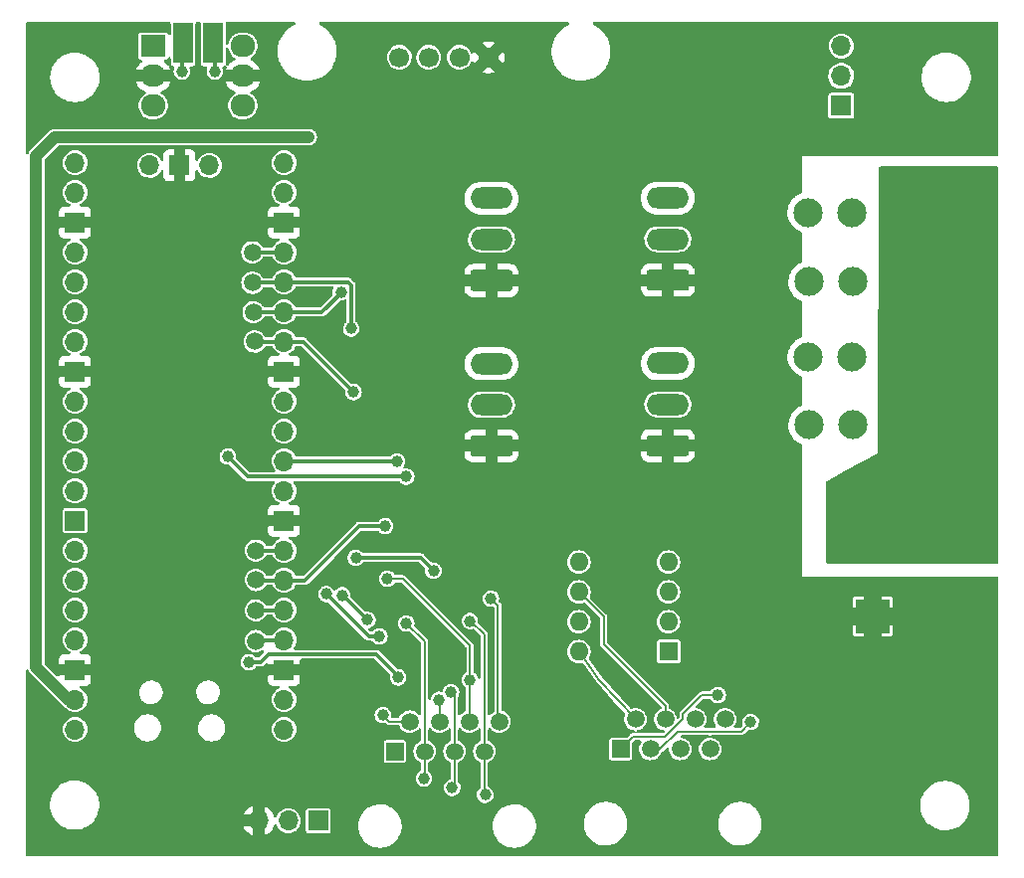
<source format=gbr>
G04 #@! TF.GenerationSoftware,KiCad,Pcbnew,(6.0.2)*
G04 #@! TF.CreationDate,2022-03-13T16:37:53-04:00*
G04 #@! TF.ProjectId,Receiver_Out,52656365-6976-4657-925f-4f75742e6b69,v1*
G04 #@! TF.SameCoordinates,Original*
G04 #@! TF.FileFunction,Copper,L2,Bot*
G04 #@! TF.FilePolarity,Positive*
%FSLAX46Y46*%
G04 Gerber Fmt 4.6, Leading zero omitted, Abs format (unit mm)*
G04 Created by KiCad (PCBNEW (6.0.2)) date 2022-03-13 16:37:53*
%MOMM*%
%LPD*%
G01*
G04 APERTURE LIST*
G04 #@! TA.AperFunction,ComponentPad*
%ADD10O,3.600000X1.800000*%
G04 #@! TD*
G04 #@! TA.AperFunction,ComponentPad*
%ADD11R,3.000000X3.000000*%
G04 #@! TD*
G04 #@! TA.AperFunction,ComponentPad*
%ADD12C,3.000000*%
G04 #@! TD*
G04 #@! TA.AperFunction,ComponentPad*
%ADD13C,2.475000*%
G04 #@! TD*
G04 #@! TA.AperFunction,ComponentPad*
%ADD14R,1.700000X1.700000*%
G04 #@! TD*
G04 #@! TA.AperFunction,ComponentPad*
%ADD15O,1.700000X1.700000*%
G04 #@! TD*
G04 #@! TA.AperFunction,ComponentPad*
%ADD16R,1.500000X1.500000*%
G04 #@! TD*
G04 #@! TA.AperFunction,ComponentPad*
%ADD17C,1.500000*%
G04 #@! TD*
G04 #@! TA.AperFunction,ComponentPad*
%ADD18C,1.700000*%
G04 #@! TD*
G04 #@! TA.AperFunction,ComponentPad*
%ADD19R,2.100000X1.900000*%
G04 #@! TD*
G04 #@! TA.AperFunction,ComponentPad*
%ADD20O,2.100000X1.900000*%
G04 #@! TD*
G04 #@! TA.AperFunction,ComponentPad*
%ADD21R,1.600000X1.600000*%
G04 #@! TD*
G04 #@! TA.AperFunction,ComponentPad*
%ADD22O,1.600000X1.600000*%
G04 #@! TD*
G04 #@! TA.AperFunction,SMDPad,CuDef*
%ADD23C,1.500000*%
G04 #@! TD*
G04 #@! TA.AperFunction,SMDPad,CuDef*
%ADD24R,1.700000X3.500000*%
G04 #@! TD*
G04 #@! TA.AperFunction,ViaPad*
%ADD25C,1.000000*%
G04 #@! TD*
G04 #@! TA.AperFunction,Conductor*
%ADD26C,1.000000*%
G04 #@! TD*
G04 #@! TA.AperFunction,Conductor*
%ADD27C,0.350000*%
G04 #@! TD*
G04 #@! TA.AperFunction,Conductor*
%ADD28C,0.200000*%
G04 #@! TD*
G04 APERTURE END LIST*
G04 #@! TA.AperFunction,ComponentPad*
G36*
G01*
X86293500Y-104917800D02*
X83193500Y-104917800D01*
G75*
G02*
X82943500Y-104667800I0J250000D01*
G01*
X82943500Y-103367800D01*
G75*
G02*
X83193500Y-103117800I250000J0D01*
G01*
X86293500Y-103117800D01*
G75*
G02*
X86543500Y-103367800I0J-250000D01*
G01*
X86543500Y-104667800D01*
G75*
G02*
X86293500Y-104917800I-250000J0D01*
G01*
G37*
G04 #@! TD.AperFunction*
D10*
X84743500Y-100517800D03*
X84743500Y-97017800D03*
G04 #@! TA.AperFunction,ComponentPad*
G36*
G01*
X101293500Y-104900300D02*
X98193500Y-104900300D01*
G75*
G02*
X97943500Y-104650300I0J250000D01*
G01*
X97943500Y-103350300D01*
G75*
G02*
X98193500Y-103100300I250000J0D01*
G01*
X101293500Y-103100300D01*
G75*
G02*
X101543500Y-103350300I0J-250000D01*
G01*
X101543500Y-104650300D01*
G75*
G02*
X101293500Y-104900300I-250000J0D01*
G01*
G37*
G04 #@! TD.AperFunction*
X99743500Y-100500300D03*
X99743500Y-97000300D03*
G04 #@! TA.AperFunction,ComponentPad*
G36*
G01*
X101293500Y-118982800D02*
X98193500Y-118982800D01*
G75*
G02*
X97943500Y-118732800I0J250000D01*
G01*
X97943500Y-117432800D01*
G75*
G02*
X98193500Y-117182800I250000J0D01*
G01*
X101293500Y-117182800D01*
G75*
G02*
X101543500Y-117432800I0J-250000D01*
G01*
X101543500Y-118732800D01*
G75*
G02*
X101293500Y-118982800I-250000J0D01*
G01*
G37*
G04 #@! TD.AperFunction*
X99743500Y-114582800D03*
X99743500Y-111082800D03*
G04 #@! TA.AperFunction,ComponentPad*
G36*
G01*
X86293500Y-119000300D02*
X83193500Y-119000300D01*
G75*
G02*
X82943500Y-118750300I0J250000D01*
G01*
X82943500Y-117450300D01*
G75*
G02*
X83193500Y-117200300I250000J0D01*
G01*
X86293500Y-117200300D01*
G75*
G02*
X86543500Y-117450300I0J-250000D01*
G01*
X86543500Y-118750300D01*
G75*
G02*
X86293500Y-119000300I-250000J0D01*
G01*
G37*
G04 #@! TD.AperFunction*
X84743500Y-114600300D03*
X84743500Y-111100300D03*
D11*
X117164800Y-132615760D03*
D12*
X117164800Y-124365840D03*
D13*
X123567790Y-98217800D03*
X119867790Y-98217800D03*
X115367790Y-98217800D03*
X111667790Y-98217800D03*
X123651000Y-104117800D03*
X119951000Y-104117800D03*
X115451000Y-104117800D03*
X111751000Y-104117800D03*
X123567790Y-110517800D03*
X119867790Y-110517800D03*
X115367790Y-110517800D03*
X111667790Y-110517800D03*
X123651000Y-116317800D03*
X119951000Y-116317800D03*
X115451000Y-116317800D03*
X111751000Y-116317800D03*
D14*
X114501000Y-89142800D03*
D15*
X114501000Y-86602800D03*
X114501000Y-84062800D03*
D16*
X95718500Y-143917800D03*
D17*
X96988500Y-141377800D03*
X98258500Y-143917800D03*
X99528500Y-141377800D03*
X100798500Y-143917800D03*
X102068500Y-141377800D03*
X103338500Y-143917800D03*
X104608500Y-141377800D03*
D16*
X76518500Y-144117800D03*
D17*
X77788500Y-141577800D03*
X79058500Y-144117800D03*
X80328500Y-141577800D03*
X81598500Y-144117800D03*
X82868500Y-141577800D03*
X84138500Y-144117800D03*
X85408500Y-141577800D03*
D18*
X76901000Y-85017800D03*
X79401000Y-85017800D03*
X82001000Y-85017800D03*
X84501000Y-85017800D03*
D15*
X67091000Y-142247800D03*
X67091000Y-139707800D03*
D14*
X67091000Y-137167800D03*
D15*
X67091000Y-134627800D03*
X67091000Y-132087800D03*
X67091000Y-129547800D03*
X67091000Y-127007800D03*
D14*
X67091000Y-124467800D03*
D15*
X67091000Y-121927800D03*
X67091000Y-119387800D03*
X67091000Y-116847800D03*
X67091000Y-114307800D03*
D14*
X67091000Y-111767800D03*
D15*
X67091000Y-109227800D03*
X67091000Y-106687800D03*
X67091000Y-104147800D03*
X67091000Y-101607800D03*
D14*
X67091000Y-99067800D03*
D15*
X67091000Y-96527800D03*
X67091000Y-93987800D03*
X49311000Y-93987800D03*
X49311000Y-96527800D03*
D14*
X49311000Y-99067800D03*
D15*
X49311000Y-101607800D03*
X49311000Y-104147800D03*
X49311000Y-106687800D03*
X49311000Y-109227800D03*
D14*
X49311000Y-111767800D03*
D15*
X49311000Y-114307800D03*
X49311000Y-116847800D03*
X49311000Y-119387800D03*
X49311000Y-121927800D03*
D14*
X49311000Y-124467800D03*
D15*
X49311000Y-127007800D03*
X49311000Y-129547800D03*
X49311000Y-132087800D03*
X49311000Y-134627800D03*
D14*
X49311000Y-137167800D03*
D15*
X49311000Y-139707800D03*
X49311000Y-142247800D03*
X60741000Y-94217800D03*
D14*
X58201000Y-94217800D03*
D15*
X55661000Y-94217800D03*
D19*
X55968500Y-84055300D03*
D20*
X63588500Y-89135300D03*
X55968500Y-89135300D03*
X63588500Y-84055300D03*
X63588500Y-86595300D03*
X55968500Y-86595300D03*
D14*
X70001000Y-150017800D03*
D15*
X67461000Y-150017800D03*
X64921000Y-150017800D03*
D21*
X99801000Y-135617800D03*
D22*
X99801000Y-133077800D03*
X99801000Y-130537800D03*
X99801000Y-127997800D03*
X92181000Y-127997800D03*
X92181000Y-130537800D03*
X92181000Y-133077800D03*
X92181000Y-135617800D03*
D23*
X64701000Y-129517800D03*
X64401000Y-101617800D03*
X64601000Y-109217800D03*
X64701000Y-132117800D03*
X64501000Y-106717800D03*
D24*
X61061000Y-83817800D03*
X58506000Y-83817800D03*
D23*
X64701000Y-127017800D03*
X64701000Y-134717800D03*
X64401000Y-104217800D03*
D25*
X94401000Y-98117800D03*
X53301000Y-94417800D03*
X74601000Y-117217800D03*
X102701000Y-150217800D03*
X80401000Y-134017800D03*
X74701000Y-123617800D03*
X80201000Y-138017800D03*
X79101000Y-133117800D03*
X108701000Y-133617800D03*
X74001000Y-106617800D03*
X97201000Y-89817800D03*
X74101000Y-111717800D03*
X104201000Y-83532800D03*
X91301000Y-125817800D03*
X105701000Y-83432800D03*
X78901000Y-150617800D03*
X114601000Y-151517800D03*
X118701000Y-151617800D03*
X117401000Y-82817800D03*
X120401000Y-143717800D03*
X59601000Y-96217800D03*
X127101000Y-82817800D03*
X55801000Y-128017800D03*
X73801000Y-94217800D03*
X111901000Y-130017800D03*
X54801000Y-145017800D03*
X94001000Y-136217800D03*
X62501000Y-93417800D03*
X54601000Y-90517800D03*
X104401000Y-145717800D03*
X124801000Y-136717800D03*
X71901000Y-95917800D03*
X53201000Y-83317800D03*
X72001000Y-139717800D03*
X62701000Y-121717800D03*
X106501000Y-115117800D03*
X109401000Y-118317800D03*
X99601000Y-82732800D03*
X106301000Y-139017800D03*
X90401000Y-95717800D03*
X97001000Y-134417800D03*
X95601000Y-83632800D03*
X53601000Y-117417800D03*
X74601000Y-142517800D03*
X111201000Y-141217800D03*
X120501000Y-139917800D03*
X114301000Y-92117800D03*
X87001000Y-134517800D03*
X108801000Y-139117800D03*
X118301000Y-141817800D03*
X63501000Y-140517800D03*
X68201000Y-147417800D03*
X74401000Y-128717800D03*
X78501000Y-126317800D03*
X53301000Y-102217800D03*
X84001000Y-123817800D03*
X97901000Y-150217800D03*
X72101000Y-137117800D03*
X72701000Y-100817800D03*
X113301000Y-130017800D03*
X86401000Y-132817800D03*
X53001000Y-135417800D03*
X110201000Y-85517800D03*
X53601000Y-107317800D03*
X72001000Y-134617800D03*
X126801000Y-92617800D03*
X91801000Y-123517800D03*
X107901000Y-83017800D03*
X94301000Y-114817800D03*
X89701000Y-89817800D03*
X114501000Y-143517800D03*
X120101000Y-92717800D03*
X111401000Y-92217800D03*
X124601000Y-130417800D03*
X98001000Y-131817800D03*
X102001000Y-137317800D03*
X116501000Y-141217800D03*
X83301000Y-150517800D03*
X94301000Y-112217800D03*
X62701000Y-98717800D03*
X79501000Y-122517800D03*
X62001000Y-147217800D03*
X110201000Y-127017800D03*
X46001000Y-90417800D03*
X111701000Y-85517800D03*
X76801000Y-118017800D03*
X118601000Y-143617800D03*
X110201000Y-129917800D03*
X110201000Y-128617800D03*
X62101000Y-145017800D03*
X69201000Y-144117800D03*
X90201000Y-109717800D03*
X83601000Y-93417800D03*
X126801000Y-90017800D03*
X65101000Y-116417800D03*
X74101000Y-101517800D03*
X88901000Y-136917800D03*
X69201000Y-91817800D03*
X75201000Y-134317800D03*
X70701000Y-130717800D03*
X75701000Y-124943300D03*
X72032115Y-130812185D03*
X74201000Y-132917800D03*
X79801000Y-128717800D03*
X73201000Y-127617800D03*
X104001000Y-139317800D03*
X75501000Y-141017800D03*
X77501000Y-133217800D03*
X106801000Y-141617800D03*
X79001000Y-146417800D03*
X81401000Y-147217300D03*
X81310690Y-139070241D03*
X82901000Y-133017800D03*
X84201000Y-147817800D03*
X84701000Y-131117800D03*
X73001000Y-113517800D03*
X71926500Y-105022300D03*
X72801000Y-108117800D03*
X62301000Y-119017800D03*
X77501000Y-120717800D03*
X76701000Y-119417800D03*
X61201000Y-86217800D03*
X58401000Y-86217800D03*
X64101000Y-136517800D03*
X76801000Y-137817800D03*
X80301000Y-139717800D03*
X82909691Y-138017800D03*
X75901000Y-129417800D03*
D26*
X46001000Y-136956822D02*
X48751978Y-139707800D01*
X69201000Y-91817800D02*
X47601000Y-91817800D01*
X47601000Y-91817800D02*
X46001000Y-93417800D01*
X46001000Y-93417800D02*
X46001000Y-136956822D01*
X48751978Y-139707800D02*
X49311000Y-139707800D01*
D27*
X67091000Y-127007800D02*
X64711000Y-127007800D01*
X75201000Y-134317800D02*
X74301000Y-134317800D01*
X64711000Y-127007800D02*
X64701000Y-127017800D01*
X74301000Y-134317800D02*
X70701000Y-130717800D01*
X68871000Y-129547800D02*
X73475500Y-124943300D01*
X67091000Y-129547800D02*
X68871000Y-129547800D01*
X64731000Y-129547800D02*
X64701000Y-129517800D01*
X67091000Y-129547800D02*
X64731000Y-129547800D01*
X73475500Y-124943300D02*
X75701000Y-124943300D01*
X72095385Y-130812185D02*
X74201000Y-132917800D01*
X72032115Y-130812185D02*
X72095385Y-130812185D01*
X67091000Y-132087800D02*
X64731000Y-132087800D01*
X64731000Y-132087800D02*
X64701000Y-132117800D01*
X79801000Y-128717800D02*
X78701000Y-127617800D01*
X67091000Y-134627800D02*
X64791000Y-134627800D01*
X64791000Y-134627800D02*
X64701000Y-134717800D01*
X78701000Y-127617800D02*
X73201000Y-127617800D01*
D28*
X95718500Y-143917800D02*
X96768011Y-142868289D01*
X101018989Y-140943077D02*
X102644266Y-139317800D01*
X96768011Y-142868289D02*
X99522245Y-142868289D01*
X102644266Y-139317800D02*
X104001000Y-139317800D01*
X99522245Y-142868289D02*
X101018989Y-141371545D01*
X101018989Y-141371545D02*
X101018989Y-140943077D01*
X92181000Y-135617800D02*
X93901000Y-138017800D01*
X76061000Y-141577800D02*
X75501000Y-141017800D01*
X93901000Y-138017800D02*
X96988500Y-141377800D01*
X77788500Y-141577800D02*
X76061000Y-141577800D01*
X79058500Y-146360300D02*
X79058500Y-144117800D01*
X99101000Y-143917800D02*
X98258500Y-143917800D01*
X79058500Y-134775300D02*
X77501000Y-133217800D01*
X106801000Y-141617800D02*
X105991489Y-142427311D01*
X100591489Y-142427311D02*
X99101000Y-143917800D01*
X79058500Y-144117800D02*
X79058500Y-134775300D01*
X105991489Y-142427311D02*
X100591489Y-142427311D01*
X79001000Y-146417800D02*
X79058500Y-146360300D01*
X81598500Y-144117800D02*
X81598500Y-139358051D01*
X81598500Y-139358051D02*
X81310690Y-139070241D01*
X81598500Y-144117800D02*
X81598500Y-147019800D01*
X81598500Y-147019800D02*
X81401000Y-147217300D01*
X84138500Y-147755300D02*
X84138500Y-144117800D01*
X84201000Y-147817800D02*
X84138500Y-147755300D01*
X84138500Y-134155300D02*
X84138500Y-144117800D01*
X82901000Y-133017800D02*
X83001000Y-133017800D01*
X83001000Y-133017800D02*
X84138500Y-134155300D01*
X85301000Y-131717800D02*
X85301000Y-141470300D01*
X84701000Y-131117800D02*
X85301000Y-131717800D01*
X85301000Y-141470300D02*
X85408500Y-141577800D01*
D27*
X68711000Y-109227800D02*
X67091000Y-109227800D01*
X67091000Y-109227800D02*
X64611000Y-109227800D01*
X64611000Y-109227800D02*
X64601000Y-109217800D01*
X73001000Y-113517800D02*
X68711000Y-109227800D01*
X71926500Y-105092300D02*
X71926500Y-105022300D01*
X70271000Y-106687800D02*
X70301000Y-106717800D01*
X64531000Y-106687800D02*
X64501000Y-106717800D01*
X70301000Y-106717800D02*
X71926500Y-105092300D01*
X67091000Y-106687800D02*
X64531000Y-106687800D01*
X67091000Y-106687800D02*
X70271000Y-106687800D01*
X64401000Y-104217800D02*
X67021000Y-104217800D01*
X72531000Y-104147800D02*
X72801000Y-104417800D01*
X72801000Y-104417800D02*
X72801000Y-108117800D01*
X67091000Y-104147800D02*
X72531000Y-104147800D01*
X67021000Y-104217800D02*
X67091000Y-104147800D01*
X67091000Y-101607800D02*
X64411000Y-101607800D01*
X64411000Y-101607800D02*
X64401000Y-101617800D01*
X62301000Y-119017800D02*
X63986489Y-120703289D01*
X77486489Y-120703289D02*
X77501000Y-120717800D01*
X63986489Y-120703289D02*
X77486489Y-120703289D01*
X76671000Y-119387800D02*
X76701000Y-119417800D01*
X67091000Y-119387800D02*
X76671000Y-119387800D01*
X61201000Y-83057800D02*
X61061000Y-82917800D01*
X61201000Y-86217800D02*
X61201000Y-83057800D01*
X58401000Y-86217800D02*
X58401000Y-83022800D01*
X58401000Y-83022800D02*
X58506000Y-82917800D01*
X65766489Y-135852311D02*
X65101000Y-136517800D01*
X76801000Y-137817800D02*
X76801000Y-137717800D01*
X74935511Y-135852311D02*
X65766489Y-135852311D01*
X76801000Y-137717800D02*
X74935511Y-135852311D01*
X65101000Y-136517800D02*
X64101000Y-136517800D01*
D28*
X94301000Y-135017800D02*
X94301000Y-132657800D01*
X80328500Y-139745300D02*
X80301000Y-139717800D01*
X99528500Y-140245300D02*
X94301000Y-135017800D01*
X80328500Y-141577800D02*
X80328500Y-139745300D01*
X99528500Y-141377800D02*
X99528500Y-140245300D01*
X94301000Y-132657800D02*
X92181000Y-130537800D01*
X75901000Y-129417800D02*
X77201000Y-129417800D01*
X82868500Y-138058991D02*
X82909691Y-138017800D01*
X77201000Y-129417800D02*
X82909691Y-135126491D01*
X82868500Y-141577800D02*
X82868500Y-138058991D01*
X82909691Y-135126491D02*
X82909691Y-138017800D01*
G04 #@! TA.AperFunction,Conductor*
G36*
X57397621Y-82037802D02*
G01*
X57444114Y-82091458D01*
X57455500Y-82143800D01*
X57455500Y-82998997D01*
X57435498Y-83067118D01*
X57381842Y-83113611D01*
X57311568Y-83123715D01*
X57246988Y-83094221D01*
X57213091Y-83047214D01*
X57209788Y-83039239D01*
X57207367Y-83027069D01*
X57194120Y-83007243D01*
X57169943Y-82971061D01*
X57163052Y-82960748D01*
X57096731Y-82916433D01*
X57084562Y-82914012D01*
X57084561Y-82914012D01*
X57044316Y-82906007D01*
X57038248Y-82904800D01*
X54898752Y-82904800D01*
X54892684Y-82906007D01*
X54852439Y-82914012D01*
X54852438Y-82914012D01*
X54840269Y-82916433D01*
X54773948Y-82960748D01*
X54767057Y-82971061D01*
X54742881Y-83007243D01*
X54729633Y-83027069D01*
X54718000Y-83085552D01*
X54718000Y-85025048D01*
X54719207Y-85031116D01*
X54722356Y-85046945D01*
X54729633Y-85083531D01*
X54773948Y-85149852D01*
X54840269Y-85194167D01*
X54852438Y-85196588D01*
X54852439Y-85196588D01*
X54880709Y-85202211D01*
X54898752Y-85205800D01*
X54905589Y-85205800D01*
X54905917Y-85205896D01*
X54911102Y-85206407D01*
X54911005Y-85207390D01*
X54973710Y-85225802D01*
X55020203Y-85279458D01*
X55030307Y-85349732D01*
X55000813Y-85414312D01*
X54982465Y-85431631D01*
X54972034Y-85439664D01*
X54802351Y-85594063D01*
X54795330Y-85601593D01*
X54653144Y-85781632D01*
X54647439Y-85790219D01*
X54536572Y-85991053D01*
X54532344Y-86000462D01*
X54504807Y-86078224D01*
X54504035Y-86092304D01*
X54509747Y-86095300D01*
X57420945Y-86095300D01*
X57434476Y-86091327D01*
X57435480Y-86084345D01*
X57418790Y-86033284D01*
X57414793Y-86023775D01*
X57341670Y-85883307D01*
X57327957Y-85813648D01*
X57343314Y-85774841D01*
X57277042Y-85759181D01*
X57238632Y-85725342D01*
X57165631Y-85628113D01*
X57158788Y-85620406D01*
X56992931Y-85461909D01*
X56984917Y-85455420D01*
X56956285Y-85435888D01*
X56911282Y-85380977D01*
X56903111Y-85310452D01*
X56934365Y-85246705D01*
X56995122Y-85209975D01*
X57027289Y-85205800D01*
X57038248Y-85205800D01*
X57056291Y-85202211D01*
X57084561Y-85196588D01*
X57084562Y-85196588D01*
X57096731Y-85194167D01*
X57163052Y-85149852D01*
X57207367Y-85083531D01*
X57209788Y-85071361D01*
X57213091Y-85063386D01*
X57257639Y-85008105D01*
X57325002Y-84985683D01*
X57393793Y-85003241D01*
X57442172Y-85055202D01*
X57455500Y-85111603D01*
X57455500Y-85587548D01*
X57456707Y-85593616D01*
X57462971Y-85625108D01*
X57456643Y-85695822D01*
X57450102Y-85704242D01*
X57482653Y-85702562D01*
X57523436Y-85720363D01*
X57567449Y-85749772D01*
X57567452Y-85749773D01*
X57577769Y-85756667D01*
X57589938Y-85759088D01*
X57589939Y-85759088D01*
X57624272Y-85765917D01*
X57636252Y-85768300D01*
X57642439Y-85768300D01*
X57648602Y-85768907D01*
X57648418Y-85770774D01*
X57708115Y-85788302D01*
X57754608Y-85841958D01*
X57764712Y-85912232D01*
X57757387Y-85940070D01*
X57722127Y-86030508D01*
X57717524Y-86042313D01*
X57716532Y-86049846D01*
X57716532Y-86049847D01*
X57698691Y-86185371D01*
X57695394Y-86210411D01*
X57713999Y-86378935D01*
X57772266Y-86538156D01*
X57776502Y-86544459D01*
X57776502Y-86544460D01*
X57786509Y-86559352D01*
X57866830Y-86678883D01*
X57872442Y-86683990D01*
X57872445Y-86683993D01*
X57986612Y-86787877D01*
X57986616Y-86787880D01*
X57992233Y-86792991D01*
X57998906Y-86796614D01*
X57998910Y-86796617D01*
X58134558Y-86870267D01*
X58134560Y-86870268D01*
X58141235Y-86873892D01*
X58148584Y-86875820D01*
X58297883Y-86914988D01*
X58297885Y-86914988D01*
X58305233Y-86916916D01*
X58391609Y-86918273D01*
X58467161Y-86919460D01*
X58467164Y-86919460D01*
X58474760Y-86919579D01*
X58482165Y-86917883D01*
X58482166Y-86917883D01*
X58542586Y-86904045D01*
X58640029Y-86881728D01*
X58791498Y-86805547D01*
X58897485Y-86715025D01*
X58914651Y-86700364D01*
X58914652Y-86700363D01*
X58920423Y-86695434D01*
X59019361Y-86557747D01*
X59027237Y-86538156D01*
X59079766Y-86407487D01*
X59079767Y-86407485D01*
X59082601Y-86400434D01*
X59097249Y-86297509D01*
X59105909Y-86236662D01*
X59105909Y-86236659D01*
X59106490Y-86232578D01*
X59106645Y-86217800D01*
X59104840Y-86202880D01*
X59094184Y-86114830D01*
X59086276Y-86049480D01*
X59061948Y-85985097D01*
X59044468Y-85938838D01*
X59039100Y-85868044D01*
X59072858Y-85805587D01*
X59135024Y-85771295D01*
X59162334Y-85768300D01*
X59375748Y-85768300D01*
X59387728Y-85765917D01*
X59422061Y-85759088D01*
X59422062Y-85759088D01*
X59434231Y-85756667D01*
X59500552Y-85712352D01*
X59544867Y-85646031D01*
X59548798Y-85626272D01*
X59555293Y-85593616D01*
X59556500Y-85587548D01*
X59556500Y-82143800D01*
X59576502Y-82075679D01*
X59630158Y-82029186D01*
X59682500Y-82017800D01*
X59884500Y-82017800D01*
X59952621Y-82037802D01*
X59999114Y-82091458D01*
X60010500Y-82143800D01*
X60010500Y-85587548D01*
X60011707Y-85593616D01*
X60018203Y-85626272D01*
X60022133Y-85646031D01*
X60066448Y-85712352D01*
X60132769Y-85756667D01*
X60144938Y-85759088D01*
X60144939Y-85759088D01*
X60179272Y-85765917D01*
X60191252Y-85768300D01*
X60439994Y-85768300D01*
X60508115Y-85788302D01*
X60554608Y-85841958D01*
X60564712Y-85912232D01*
X60557387Y-85940070D01*
X60522127Y-86030508D01*
X60517524Y-86042313D01*
X60516532Y-86049846D01*
X60516532Y-86049847D01*
X60498691Y-86185371D01*
X60495394Y-86210411D01*
X60513999Y-86378935D01*
X60572266Y-86538156D01*
X60576502Y-86544459D01*
X60576502Y-86544460D01*
X60586509Y-86559352D01*
X60666830Y-86678883D01*
X60672442Y-86683990D01*
X60672445Y-86683993D01*
X60786612Y-86787877D01*
X60786616Y-86787880D01*
X60792233Y-86792991D01*
X60798906Y-86796614D01*
X60798910Y-86796617D01*
X60934558Y-86870267D01*
X60934560Y-86870268D01*
X60941235Y-86873892D01*
X60948584Y-86875820D01*
X61097883Y-86914988D01*
X61097885Y-86914988D01*
X61105233Y-86916916D01*
X61191609Y-86918273D01*
X61267161Y-86919460D01*
X61267164Y-86919460D01*
X61274760Y-86919579D01*
X61282165Y-86917883D01*
X61282166Y-86917883D01*
X61342586Y-86904045D01*
X61440029Y-86881728D01*
X61591498Y-86805547D01*
X61697485Y-86715025D01*
X61714651Y-86700364D01*
X61714652Y-86700363D01*
X61720423Y-86695434D01*
X61819361Y-86557747D01*
X61827237Y-86538156D01*
X61879766Y-86407487D01*
X61879767Y-86407485D01*
X61882601Y-86400434D01*
X61897249Y-86297509D01*
X61905909Y-86236662D01*
X61905909Y-86236659D01*
X61906490Y-86232578D01*
X61906645Y-86217800D01*
X61904216Y-86197731D01*
X61915891Y-86127702D01*
X61927223Y-86115201D01*
X61899879Y-86088753D01*
X61887160Y-86056782D01*
X61886276Y-86049480D01*
X61877150Y-86025327D01*
X61843127Y-85935290D01*
X61837759Y-85864497D01*
X61871517Y-85802039D01*
X61936411Y-85767174D01*
X61962596Y-85761965D01*
X61977061Y-85759088D01*
X61977062Y-85759088D01*
X61989231Y-85756667D01*
X61999548Y-85749773D01*
X61999551Y-85749772D01*
X62028794Y-85730232D01*
X62096546Y-85709016D01*
X62148909Y-85723380D01*
X62139881Y-85718143D01*
X62107478Y-85654972D01*
X62107670Y-85606802D01*
X62108706Y-85601593D01*
X62111500Y-85587548D01*
X62111500Y-84313059D01*
X62131502Y-84244938D01*
X62185158Y-84198445D01*
X62255432Y-84188341D01*
X62320012Y-84217835D01*
X62358396Y-84277561D01*
X62361680Y-84291721D01*
X62365347Y-84313059D01*
X62372441Y-84354347D01*
X62445627Y-84552725D01*
X62448579Y-84557686D01*
X62448579Y-84557687D01*
X62530317Y-84695076D01*
X62553738Y-84734444D01*
X62693155Y-84893419D01*
X62859208Y-85024324D01*
X62873800Y-85032001D01*
X62891738Y-85041439D01*
X62942710Y-85090860D01*
X62958872Y-85159993D01*
X62935092Y-85226888D01*
X62883311Y-85268497D01*
X62801904Y-85303894D01*
X62792812Y-85308769D01*
X62600199Y-85433375D01*
X62592039Y-85439659D01*
X62422351Y-85594063D01*
X62415330Y-85601593D01*
X62330132Y-85709473D01*
X62272215Y-85750536D01*
X62201292Y-85753768D01*
X62174249Y-85738080D01*
X62212457Y-85780615D01*
X62223815Y-85850697D01*
X62209106Y-85895890D01*
X62156568Y-85991062D01*
X62152344Y-86000462D01*
X62128218Y-86068592D01*
X62114640Y-86087375D01*
X62129747Y-86095300D01*
X65040945Y-86095300D01*
X65054476Y-86091327D01*
X65055480Y-86084345D01*
X65038790Y-86033284D01*
X65034793Y-86023775D01*
X64928867Y-85820293D01*
X64923373Y-85811568D01*
X64785631Y-85628113D01*
X64778788Y-85620406D01*
X64612931Y-85461909D01*
X64604925Y-85455426D01*
X64415406Y-85326145D01*
X64406438Y-85321051D01*
X64293308Y-85268537D01*
X64239941Y-85221713D01*
X64220361Y-85153470D01*
X64240785Y-85085474D01*
X64283204Y-85047836D01*
X64282103Y-85046039D01*
X64287031Y-85043019D01*
X64292210Y-85040465D01*
X64438886Y-84930937D01*
X64457009Y-84917404D01*
X64457010Y-84917403D01*
X64461633Y-84913951D01*
X64576005Y-84790224D01*
X64601243Y-84762922D01*
X64601245Y-84762920D01*
X64605163Y-84758681D01*
X64617715Y-84738788D01*
X64714916Y-84584734D01*
X64714916Y-84584733D01*
X64717995Y-84579854D01*
X64796348Y-84383460D01*
X64797473Y-84377803D01*
X64797475Y-84377797D01*
X64836472Y-84181742D01*
X64836472Y-84181740D01*
X64837599Y-84176075D01*
X64837994Y-84145954D01*
X64839355Y-84041937D01*
X64840367Y-83964646D01*
X64832658Y-83919783D01*
X64805538Y-83761950D01*
X64805538Y-83761949D01*
X64804559Y-83756253D01*
X64731373Y-83557875D01*
X64623262Y-83376156D01*
X64483845Y-83217181D01*
X64317792Y-83086276D01*
X64312681Y-83083587D01*
X64312678Y-83083585D01*
X64208505Y-83028777D01*
X64130664Y-82987823D01*
X63928727Y-82925120D01*
X63913570Y-82923326D01*
X63760732Y-82905236D01*
X63760725Y-82905236D01*
X63757045Y-82904800D01*
X63434859Y-82904800D01*
X63277940Y-82919219D01*
X63272378Y-82920788D01*
X63272376Y-82920788D01*
X63216275Y-82936610D01*
X63074431Y-82976614D01*
X63069253Y-82979167D01*
X63069249Y-82979169D01*
X62931269Y-83047214D01*
X62884790Y-83070135D01*
X62880162Y-83073591D01*
X62738298Y-83179526D01*
X62715367Y-83196649D01*
X62692377Y-83221520D01*
X62615440Y-83304750D01*
X62571837Y-83351919D01*
X62568756Y-83356802D01*
X62496177Y-83471833D01*
X62459005Y-83530746D01*
X62380652Y-83727140D01*
X62379526Y-83732800D01*
X62379525Y-83732804D01*
X62361079Y-83825541D01*
X62328172Y-83888451D01*
X62266477Y-83923583D01*
X62195582Y-83919783D01*
X62137996Y-83878258D01*
X62112002Y-83812191D01*
X62111500Y-83800960D01*
X62111500Y-82143800D01*
X62131502Y-82075679D01*
X62185158Y-82029186D01*
X62237500Y-82017800D01*
X67927319Y-82017800D01*
X67995440Y-82037802D01*
X68041933Y-82091458D01*
X68052037Y-82161732D01*
X68022543Y-82226312D01*
X67980967Y-82257808D01*
X67847579Y-82320575D01*
X67847572Y-82320579D01*
X67843993Y-82322263D01*
X67578337Y-82490853D01*
X67335906Y-82691410D01*
X67120522Y-82920770D01*
X67118195Y-82923972D01*
X67118194Y-82923974D01*
X66994503Y-83094221D01*
X66935584Y-83175316D01*
X66784006Y-83451034D01*
X66743669Y-83552913D01*
X66672446Y-83732804D01*
X66668181Y-83743575D01*
X66667197Y-83747409D01*
X66667194Y-83747417D01*
X66637286Y-83863903D01*
X66589934Y-84048327D01*
X66589438Y-84052255D01*
X66589437Y-84052259D01*
X66578014Y-84142682D01*
X66550500Y-84360482D01*
X66550500Y-84675118D01*
X66566284Y-84800065D01*
X66586089Y-84956833D01*
X66589934Y-84987273D01*
X66611524Y-85071361D01*
X66667194Y-85288183D01*
X66667197Y-85288191D01*
X66668181Y-85292025D01*
X66669638Y-85295705D01*
X66669639Y-85295708D01*
X66703905Y-85382253D01*
X66784006Y-85584566D01*
X66785907Y-85588025D01*
X66785909Y-85588028D01*
X66806294Y-85625108D01*
X66935584Y-85860284D01*
X66937912Y-85863488D01*
X66937915Y-85863493D01*
X67118194Y-86111626D01*
X67120522Y-86114830D01*
X67335906Y-86344190D01*
X67338957Y-86346714D01*
X67338958Y-86346715D01*
X67377682Y-86378750D01*
X67578337Y-86544747D01*
X67843993Y-86713337D01*
X67847572Y-86715021D01*
X67847579Y-86715025D01*
X68125095Y-86845614D01*
X68125099Y-86845616D01*
X68128685Y-86847303D01*
X68132457Y-86848529D01*
X68132458Y-86848529D01*
X68170246Y-86860807D01*
X68427921Y-86944531D01*
X68736985Y-87003488D01*
X68830489Y-87009371D01*
X68970422Y-87018175D01*
X68970438Y-87018176D01*
X68972417Y-87018300D01*
X69129583Y-87018300D01*
X69131562Y-87018176D01*
X69131578Y-87018175D01*
X69271511Y-87009371D01*
X69365015Y-87003488D01*
X69674079Y-86944531D01*
X69931754Y-86860807D01*
X69969542Y-86848529D01*
X69969543Y-86848529D01*
X69973315Y-86847303D01*
X69976901Y-86845616D01*
X69976905Y-86845614D01*
X70254421Y-86715025D01*
X70254428Y-86715021D01*
X70258007Y-86713337D01*
X70523663Y-86544747D01*
X70724318Y-86378750D01*
X70763042Y-86346715D01*
X70763043Y-86346714D01*
X70766094Y-86344190D01*
X70840675Y-86264770D01*
X83966757Y-86264770D01*
X83969632Y-86268611D01*
X84116001Y-86324503D01*
X84125899Y-86327379D01*
X84334595Y-86369838D01*
X84344823Y-86371057D01*
X84557650Y-86378862D01*
X84567936Y-86378395D01*
X84779185Y-86351334D01*
X84789262Y-86349192D01*
X84993248Y-86287993D01*
X85002846Y-86284231D01*
X85025156Y-86273302D01*
X85035560Y-86263781D01*
X85033499Y-86257406D01*
X84513812Y-85737719D01*
X84499868Y-85730105D01*
X84498035Y-85730236D01*
X84491420Y-85734487D01*
X83973517Y-86252390D01*
X83966757Y-86264770D01*
X70840675Y-86264770D01*
X70981478Y-86114830D01*
X70983806Y-86111626D01*
X71164085Y-85863493D01*
X71164088Y-85863488D01*
X71166416Y-85860284D01*
X71295706Y-85625108D01*
X71316091Y-85588028D01*
X71316093Y-85588025D01*
X71317994Y-85584566D01*
X71398095Y-85382253D01*
X71432361Y-85295708D01*
X71432362Y-85295705D01*
X71433819Y-85292025D01*
X71434803Y-85288191D01*
X71434806Y-85288183D01*
X71490476Y-85071361D01*
X71508012Y-85003062D01*
X75845520Y-85003062D01*
X75847876Y-85031116D01*
X75854635Y-85111603D01*
X75862759Y-85208353D01*
X75864458Y-85214278D01*
X75908441Y-85367664D01*
X75919544Y-85406386D01*
X75922359Y-85411863D01*
X75922360Y-85411866D01*
X75992465Y-85548276D01*
X76013712Y-85589618D01*
X76141677Y-85751070D01*
X76146370Y-85755064D01*
X76146371Y-85755065D01*
X76278942Y-85867891D01*
X76298564Y-85884591D01*
X76303942Y-85887597D01*
X76303944Y-85887598D01*
X76388481Y-85934844D01*
X76478398Y-85985097D01*
X76542629Y-86005967D01*
X76668471Y-86046856D01*
X76668475Y-86046857D01*
X76674329Y-86048759D01*
X76878894Y-86073151D01*
X76885029Y-86072679D01*
X76885031Y-86072679D01*
X76941039Y-86068369D01*
X77084300Y-86057346D01*
X77090230Y-86055690D01*
X77090232Y-86055690D01*
X77215552Y-86020700D01*
X77282725Y-86001945D01*
X77288214Y-85999172D01*
X77288220Y-85999170D01*
X77420952Y-85932122D01*
X77466610Y-85909058D01*
X77483465Y-85895890D01*
X77591392Y-85811568D01*
X77628951Y-85782224D01*
X77638835Y-85770774D01*
X77759540Y-85630934D01*
X77759540Y-85630933D01*
X77763564Y-85626272D01*
X77766897Y-85620406D01*
X77833229Y-85503639D01*
X77865323Y-85447144D01*
X77930351Y-85251663D01*
X77956171Y-85047274D01*
X77956583Y-85017800D01*
X77955138Y-85003062D01*
X78345520Y-85003062D01*
X78347876Y-85031116D01*
X78354635Y-85111603D01*
X78362759Y-85208353D01*
X78364458Y-85214278D01*
X78408441Y-85367664D01*
X78419544Y-85406386D01*
X78422359Y-85411863D01*
X78422360Y-85411866D01*
X78492465Y-85548276D01*
X78513712Y-85589618D01*
X78641677Y-85751070D01*
X78646370Y-85755064D01*
X78646371Y-85755065D01*
X78778942Y-85867891D01*
X78798564Y-85884591D01*
X78803942Y-85887597D01*
X78803944Y-85887598D01*
X78888481Y-85934844D01*
X78978398Y-85985097D01*
X79042629Y-86005967D01*
X79168471Y-86046856D01*
X79168475Y-86046857D01*
X79174329Y-86048759D01*
X79378894Y-86073151D01*
X79385029Y-86072679D01*
X79385031Y-86072679D01*
X79441039Y-86068369D01*
X79584300Y-86057346D01*
X79590230Y-86055690D01*
X79590232Y-86055690D01*
X79715552Y-86020700D01*
X79782725Y-86001945D01*
X79788214Y-85999172D01*
X79788220Y-85999170D01*
X79920952Y-85932122D01*
X79966610Y-85909058D01*
X79983465Y-85895890D01*
X80091392Y-85811568D01*
X80128951Y-85782224D01*
X80138835Y-85770774D01*
X80259540Y-85630934D01*
X80259540Y-85630933D01*
X80263564Y-85626272D01*
X80266897Y-85620406D01*
X80333229Y-85503639D01*
X80365323Y-85447144D01*
X80430351Y-85251663D01*
X80456171Y-85047274D01*
X80456583Y-85017800D01*
X80455138Y-85003062D01*
X80945520Y-85003062D01*
X80947876Y-85031116D01*
X80954635Y-85111603D01*
X80962759Y-85208353D01*
X80964458Y-85214278D01*
X81008441Y-85367664D01*
X81019544Y-85406386D01*
X81022359Y-85411863D01*
X81022360Y-85411866D01*
X81092465Y-85548276D01*
X81113712Y-85589618D01*
X81241677Y-85751070D01*
X81246370Y-85755064D01*
X81246371Y-85755065D01*
X81378942Y-85867891D01*
X81398564Y-85884591D01*
X81403942Y-85887597D01*
X81403944Y-85887598D01*
X81488481Y-85934844D01*
X81578398Y-85985097D01*
X81642629Y-86005967D01*
X81768471Y-86046856D01*
X81768475Y-86046857D01*
X81774329Y-86048759D01*
X81978894Y-86073151D01*
X81985029Y-86072679D01*
X81985031Y-86072679D01*
X82041039Y-86068369D01*
X82184300Y-86057346D01*
X82190230Y-86055690D01*
X82190232Y-86055690D01*
X82315552Y-86020700D01*
X82382725Y-86001945D01*
X82388214Y-85999172D01*
X82388220Y-85999170D01*
X82520952Y-85932122D01*
X82566610Y-85909058D01*
X82583465Y-85895890D01*
X82691392Y-85811568D01*
X82728951Y-85782224D01*
X82738835Y-85770774D01*
X82859540Y-85630934D01*
X82859540Y-85630933D01*
X82863564Y-85626272D01*
X82866897Y-85620406D01*
X82933229Y-85503639D01*
X82965323Y-85447144D01*
X82967508Y-85440577D01*
X82967732Y-85440253D01*
X82969774Y-85435667D01*
X82970646Y-85436055D01*
X83007986Y-85382253D01*
X83073574Y-85355071D01*
X83143445Y-85367664D01*
X83195416Y-85416033D01*
X83203809Y-85432943D01*
X83247514Y-85540578D01*
X83256286Y-85551620D01*
X83261321Y-85550372D01*
X83781081Y-85030612D01*
X83787459Y-85018932D01*
X85213305Y-85018932D01*
X85213436Y-85020765D01*
X85217687Y-85027380D01*
X85735891Y-85545584D01*
X85748271Y-85552344D01*
X85753705Y-85548276D01*
X85765673Y-85524062D01*
X85769467Y-85514478D01*
X85831376Y-85310715D01*
X85833555Y-85300634D01*
X85861590Y-85087687D01*
X85862109Y-85081012D01*
X85863572Y-85021164D01*
X85863378Y-85014446D01*
X85845781Y-84800404D01*
X85844096Y-84790224D01*
X85792215Y-84583681D01*
X85788890Y-84573915D01*
X85754627Y-84495116D01*
X85745589Y-84484292D01*
X85740115Y-84485792D01*
X85220919Y-85004988D01*
X85213305Y-85018932D01*
X83787459Y-85018932D01*
X83788695Y-85016668D01*
X83788564Y-85014835D01*
X83784313Y-85008220D01*
X83267058Y-84490965D01*
X83254678Y-84484205D01*
X83249711Y-84487924D01*
X83224336Y-84542587D01*
X83220778Y-84552259D01*
X83210015Y-84591067D01*
X83172535Y-84651365D01*
X83108406Y-84681827D01*
X83037988Y-84672783D01*
X82983638Y-84627104D01*
X82977374Y-84615316D01*
X82976935Y-84615549D01*
X82883111Y-84439090D01*
X82880218Y-84433649D01*
X82775591Y-84305364D01*
X82753906Y-84278775D01*
X82753903Y-84278772D01*
X82750011Y-84274000D01*
X82732786Y-84259750D01*
X82596025Y-84146611D01*
X82596021Y-84146609D01*
X82591275Y-84142682D01*
X82416769Y-84048327D01*
X82415474Y-84047627D01*
X82410055Y-84044697D01*
X82213254Y-83983777D01*
X82207129Y-83983133D01*
X82207128Y-83983133D01*
X82014498Y-83962887D01*
X82014496Y-83962887D01*
X82008369Y-83962243D01*
X81921529Y-83970146D01*
X81809342Y-83980355D01*
X81809339Y-83980356D01*
X81803203Y-83980914D01*
X81605572Y-84039080D01*
X81600107Y-84041937D01*
X81594828Y-84044697D01*
X81423002Y-84134526D01*
X81418201Y-84138386D01*
X81418198Y-84138388D01*
X81275210Y-84253353D01*
X81262447Y-84263615D01*
X81130024Y-84421430D01*
X81127056Y-84426828D01*
X81127053Y-84426833D01*
X81058100Y-84552259D01*
X81030776Y-84601962D01*
X80968484Y-84798332D01*
X80967798Y-84804449D01*
X80967797Y-84804453D01*
X80955128Y-84917404D01*
X80945520Y-85003062D01*
X80455138Y-85003062D01*
X80436480Y-84812770D01*
X80376935Y-84615549D01*
X80280218Y-84433649D01*
X80175591Y-84305364D01*
X80153906Y-84278775D01*
X80153903Y-84278772D01*
X80150011Y-84274000D01*
X80132786Y-84259750D01*
X79996025Y-84146611D01*
X79996021Y-84146609D01*
X79991275Y-84142682D01*
X79816769Y-84048327D01*
X79815474Y-84047627D01*
X79810055Y-84044697D01*
X79613254Y-83983777D01*
X79607129Y-83983133D01*
X79607128Y-83983133D01*
X79414498Y-83962887D01*
X79414496Y-83962887D01*
X79408369Y-83962243D01*
X79321529Y-83970146D01*
X79209342Y-83980355D01*
X79209339Y-83980356D01*
X79203203Y-83980914D01*
X79005572Y-84039080D01*
X79000107Y-84041937D01*
X78994828Y-84044697D01*
X78823002Y-84134526D01*
X78818201Y-84138386D01*
X78818198Y-84138388D01*
X78675210Y-84253353D01*
X78662447Y-84263615D01*
X78530024Y-84421430D01*
X78527056Y-84426828D01*
X78527053Y-84426833D01*
X78458100Y-84552259D01*
X78430776Y-84601962D01*
X78368484Y-84798332D01*
X78367798Y-84804449D01*
X78367797Y-84804453D01*
X78355128Y-84917404D01*
X78345520Y-85003062D01*
X77955138Y-85003062D01*
X77936480Y-84812770D01*
X77876935Y-84615549D01*
X77780218Y-84433649D01*
X77675591Y-84305364D01*
X77653906Y-84278775D01*
X77653903Y-84278772D01*
X77650011Y-84274000D01*
X77632786Y-84259750D01*
X77496025Y-84146611D01*
X77496021Y-84146609D01*
X77491275Y-84142682D01*
X77316769Y-84048327D01*
X77315474Y-84047627D01*
X77310055Y-84044697D01*
X77113254Y-83983777D01*
X77107129Y-83983133D01*
X77107128Y-83983133D01*
X76914498Y-83962887D01*
X76914496Y-83962887D01*
X76908369Y-83962243D01*
X76821529Y-83970146D01*
X76709342Y-83980355D01*
X76709339Y-83980356D01*
X76703203Y-83980914D01*
X76505572Y-84039080D01*
X76500107Y-84041937D01*
X76494828Y-84044697D01*
X76323002Y-84134526D01*
X76318201Y-84138386D01*
X76318198Y-84138388D01*
X76175210Y-84253353D01*
X76162447Y-84263615D01*
X76030024Y-84421430D01*
X76027056Y-84426828D01*
X76027053Y-84426833D01*
X75958100Y-84552259D01*
X75930776Y-84601962D01*
X75868484Y-84798332D01*
X75867798Y-84804449D01*
X75867797Y-84804453D01*
X75855128Y-84917404D01*
X75845520Y-85003062D01*
X71508012Y-85003062D01*
X71512066Y-84987273D01*
X71515912Y-84956833D01*
X71535716Y-84800065D01*
X71551500Y-84675118D01*
X71551500Y-84360482D01*
X71523986Y-84142682D01*
X71512563Y-84052259D01*
X71512562Y-84052255D01*
X71512066Y-84048327D01*
X71464714Y-83863903D01*
X71440662Y-83770224D01*
X83965026Y-83770224D01*
X83967453Y-83777146D01*
X84488188Y-84297881D01*
X84502132Y-84305495D01*
X84503965Y-84305364D01*
X84510580Y-84301113D01*
X85029944Y-83781749D01*
X85036704Y-83769369D01*
X85034152Y-83765960D01*
X85033766Y-83765754D01*
X84853959Y-83702080D01*
X84843989Y-83699446D01*
X84634327Y-83662101D01*
X84624073Y-83661131D01*
X84411116Y-83658528D01*
X84400832Y-83659248D01*
X84190321Y-83691461D01*
X84180293Y-83693850D01*
X83977867Y-83760012D01*
X83973927Y-83761668D01*
X83965026Y-83770224D01*
X71440662Y-83770224D01*
X71434806Y-83747417D01*
X71434803Y-83747409D01*
X71433819Y-83743575D01*
X71429555Y-83732804D01*
X71358331Y-83552913D01*
X71317994Y-83451034D01*
X71166416Y-83175316D01*
X71107498Y-83094221D01*
X70983806Y-82923974D01*
X70983805Y-82923972D01*
X70981478Y-82920770D01*
X70766094Y-82691410D01*
X70523663Y-82490853D01*
X70258007Y-82322263D01*
X70254428Y-82320579D01*
X70254421Y-82320575D01*
X70121033Y-82257808D01*
X70067912Y-82210705D01*
X70048689Y-82142361D01*
X70069468Y-82074473D01*
X70123651Y-82028596D01*
X70174681Y-82017800D01*
X91227319Y-82017800D01*
X91295440Y-82037802D01*
X91341933Y-82091458D01*
X91352037Y-82161732D01*
X91322543Y-82226312D01*
X91280967Y-82257808D01*
X91147579Y-82320575D01*
X91147572Y-82320579D01*
X91143993Y-82322263D01*
X90878337Y-82490853D01*
X90635906Y-82691410D01*
X90420522Y-82920770D01*
X90418195Y-82923972D01*
X90418194Y-82923974D01*
X90294503Y-83094221D01*
X90235584Y-83175316D01*
X90084006Y-83451034D01*
X90043669Y-83552913D01*
X89972446Y-83732804D01*
X89968181Y-83743575D01*
X89967197Y-83747409D01*
X89967194Y-83747417D01*
X89937286Y-83863903D01*
X89889934Y-84048327D01*
X89889438Y-84052255D01*
X89889437Y-84052259D01*
X89878014Y-84142682D01*
X89850500Y-84360482D01*
X89850500Y-84675118D01*
X89866284Y-84800065D01*
X89886089Y-84956833D01*
X89889934Y-84987273D01*
X89911524Y-85071361D01*
X89967194Y-85288183D01*
X89967197Y-85288191D01*
X89968181Y-85292025D01*
X89969638Y-85295705D01*
X89969639Y-85295708D01*
X90003905Y-85382253D01*
X90084006Y-85584566D01*
X90085907Y-85588025D01*
X90085909Y-85588028D01*
X90106294Y-85625108D01*
X90235584Y-85860284D01*
X90237912Y-85863488D01*
X90237915Y-85863493D01*
X90418194Y-86111626D01*
X90420522Y-86114830D01*
X90635906Y-86344190D01*
X90638957Y-86346714D01*
X90638958Y-86346715D01*
X90677682Y-86378750D01*
X90878337Y-86544747D01*
X91143993Y-86713337D01*
X91147572Y-86715021D01*
X91147579Y-86715025D01*
X91425095Y-86845614D01*
X91425099Y-86845616D01*
X91428685Y-86847303D01*
X91432457Y-86848529D01*
X91432458Y-86848529D01*
X91470246Y-86860807D01*
X91727921Y-86944531D01*
X92036985Y-87003488D01*
X92130489Y-87009371D01*
X92270422Y-87018175D01*
X92270438Y-87018176D01*
X92272417Y-87018300D01*
X92429583Y-87018300D01*
X92431562Y-87018176D01*
X92431578Y-87018175D01*
X92571511Y-87009371D01*
X92665015Y-87003488D01*
X92974079Y-86944531D01*
X93231754Y-86860807D01*
X93269542Y-86848529D01*
X93269543Y-86848529D01*
X93273315Y-86847303D01*
X93276901Y-86845616D01*
X93276905Y-86845614D01*
X93554421Y-86715025D01*
X93554428Y-86715021D01*
X93558007Y-86713337D01*
X93777774Y-86573869D01*
X113396164Y-86573869D01*
X113409392Y-86775694D01*
X113416974Y-86805547D01*
X113445258Y-86916916D01*
X113459178Y-86971728D01*
X113543856Y-87155407D01*
X113660588Y-87320580D01*
X113664730Y-87324615D01*
X113720591Y-87379032D01*
X113805466Y-87461713D01*
X113973637Y-87574082D01*
X113978940Y-87576360D01*
X113978943Y-87576362D01*
X114067291Y-87614319D01*
X114159470Y-87653922D01*
X114356740Y-87698560D01*
X114362509Y-87698787D01*
X114362512Y-87698787D01*
X114438683Y-87701779D01*
X114558842Y-87706500D01*
X114650386Y-87693227D01*
X114753286Y-87678308D01*
X114753291Y-87678307D01*
X114759007Y-87677478D01*
X114764479Y-87675620D01*
X114764481Y-87675620D01*
X114945067Y-87614319D01*
X114945069Y-87614318D01*
X114950531Y-87612464D01*
X115127001Y-87513637D01*
X115189433Y-87461713D01*
X115278073Y-87387991D01*
X115282505Y-87384305D01*
X115411837Y-87228801D01*
X115510664Y-87052331D01*
X115522259Y-87018175D01*
X115573820Y-86866281D01*
X115573820Y-86866279D01*
X115575678Y-86860807D01*
X115576507Y-86855091D01*
X115576508Y-86855086D01*
X115577245Y-86850000D01*
X121329747Y-86850000D01*
X121330306Y-86854244D01*
X121330306Y-86854248D01*
X121342192Y-86944531D01*
X121367129Y-87133949D01*
X121368262Y-87138089D01*
X121368262Y-87138091D01*
X121385075Y-87199547D01*
X121442702Y-87410198D01*
X121444386Y-87414146D01*
X121546660Y-87653922D01*
X121555068Y-87673635D01*
X121702146Y-87919385D01*
X121704830Y-87922736D01*
X121704832Y-87922738D01*
X121754553Y-87984800D01*
X121881215Y-88142900D01*
X122088962Y-88340045D01*
X122321543Y-88507171D01*
X122574653Y-88641186D01*
X122843610Y-88739610D01*
X123123436Y-88800622D01*
X123162901Y-88803728D01*
X123345597Y-88818107D01*
X123345604Y-88818107D01*
X123348053Y-88818300D01*
X123502992Y-88818300D01*
X123505128Y-88818154D01*
X123505139Y-88818154D01*
X123712460Y-88804020D01*
X123712466Y-88804019D01*
X123716737Y-88803728D01*
X123720932Y-88802859D01*
X123720934Y-88802859D01*
X123856961Y-88774689D01*
X123997186Y-88745650D01*
X124267158Y-88650048D01*
X124521658Y-88518691D01*
X124525159Y-88516230D01*
X124525163Y-88516228D01*
X124752471Y-88356473D01*
X124752477Y-88356468D01*
X124755976Y-88354009D01*
X124965776Y-88159051D01*
X124976575Y-88145858D01*
X125121424Y-87968887D01*
X125147177Y-87937423D01*
X125296820Y-87693227D01*
X125303369Y-87678308D01*
X125410214Y-87434910D01*
X125410215Y-87434906D01*
X125411938Y-87430982D01*
X125490400Y-87155539D01*
X125530754Y-86871996D01*
X125532163Y-86602800D01*
X125532231Y-86589886D01*
X125532231Y-86589880D01*
X125532253Y-86585600D01*
X125528798Y-86559352D01*
X125504266Y-86373013D01*
X125494871Y-86301651D01*
X125490106Y-86284231D01*
X125469911Y-86210411D01*
X125419298Y-86025402D01*
X125404647Y-85991053D01*
X125308618Y-85765917D01*
X125308616Y-85765913D01*
X125306932Y-85761965D01*
X125159854Y-85516215D01*
X125148443Y-85501971D01*
X125071288Y-85405667D01*
X124980785Y-85292700D01*
X124780692Y-85102818D01*
X124776147Y-85098505D01*
X124776144Y-85098503D01*
X124773038Y-85095555D01*
X124540457Y-84928429D01*
X124287347Y-84794414D01*
X124018390Y-84695990D01*
X123738564Y-84634978D01*
X123695389Y-84631580D01*
X123516403Y-84617493D01*
X123516396Y-84617493D01*
X123513947Y-84617300D01*
X123359008Y-84617300D01*
X123356872Y-84617446D01*
X123356861Y-84617446D01*
X123149540Y-84631580D01*
X123149534Y-84631581D01*
X123145263Y-84631872D01*
X123141068Y-84632741D01*
X123141066Y-84632741D01*
X123005038Y-84660911D01*
X122864814Y-84689950D01*
X122594842Y-84785552D01*
X122340342Y-84916909D01*
X122336841Y-84919370D01*
X122336837Y-84919372D01*
X122109529Y-85079127D01*
X122109523Y-85079132D01*
X122106024Y-85081591D01*
X122032566Y-85149852D01*
X121923005Y-85251663D01*
X121896224Y-85276549D01*
X121893510Y-85279865D01*
X121893507Y-85279868D01*
X121868259Y-85310715D01*
X121714823Y-85498177D01*
X121651450Y-85601593D01*
X121570013Y-85734487D01*
X121565180Y-85742373D01*
X121563453Y-85746307D01*
X121563452Y-85746309D01*
X121452454Y-85999170D01*
X121450062Y-86004618D01*
X121371600Y-86280061D01*
X121354332Y-86401391D01*
X121332080Y-86557747D01*
X121331246Y-86563604D01*
X121330758Y-86656933D01*
X121329962Y-86808959D01*
X121329747Y-86850000D01*
X115577245Y-86850000D01*
X115602055Y-86678883D01*
X115604700Y-86660642D01*
X115606215Y-86602800D01*
X115587708Y-86401391D01*
X115581223Y-86378395D01*
X115554666Y-86284231D01*
X115532807Y-86206726D01*
X115443351Y-86025327D01*
X115425079Y-86000857D01*
X115325788Y-85867891D01*
X115325787Y-85867890D01*
X115322335Y-85863267D01*
X115299283Y-85841958D01*
X115178053Y-85729894D01*
X115178051Y-85729892D01*
X115173812Y-85725974D01*
X115146374Y-85708662D01*
X115007637Y-85621125D01*
X115002757Y-85618046D01*
X114814898Y-85543098D01*
X114616526Y-85503639D01*
X114610752Y-85503563D01*
X114610748Y-85503563D01*
X114508257Y-85502222D01*
X114414286Y-85500992D01*
X114408589Y-85501971D01*
X114408588Y-85501971D01*
X114220646Y-85534265D01*
X114220645Y-85534265D01*
X114214949Y-85535244D01*
X114025193Y-85605249D01*
X113851371Y-85708662D01*
X113699305Y-85842020D01*
X113574089Y-86000857D01*
X113479914Y-86179853D01*
X113419937Y-86373013D01*
X113396164Y-86573869D01*
X93777774Y-86573869D01*
X93823663Y-86544747D01*
X94024318Y-86378750D01*
X94063042Y-86346715D01*
X94063043Y-86346714D01*
X94066094Y-86344190D01*
X94281478Y-86114830D01*
X94283806Y-86111626D01*
X94464085Y-85863493D01*
X94464088Y-85863488D01*
X94466416Y-85860284D01*
X94595706Y-85625108D01*
X94616091Y-85588028D01*
X94616093Y-85588025D01*
X94617994Y-85584566D01*
X94698095Y-85382253D01*
X94732361Y-85295708D01*
X94732362Y-85295705D01*
X94733819Y-85292025D01*
X94734803Y-85288191D01*
X94734806Y-85288183D01*
X94790476Y-85071361D01*
X94812066Y-84987273D01*
X94815912Y-84956833D01*
X94835716Y-84800065D01*
X94851500Y-84675118D01*
X94851500Y-84360482D01*
X94823986Y-84142682D01*
X94812563Y-84052259D01*
X94812562Y-84052255D01*
X94812066Y-84048327D01*
X94811998Y-84048062D01*
X113445520Y-84048062D01*
X113446036Y-84054206D01*
X113456746Y-84181742D01*
X113462759Y-84253353D01*
X113464458Y-84259278D01*
X113513089Y-84428873D01*
X113519544Y-84451386D01*
X113522359Y-84456863D01*
X113522360Y-84456866D01*
X113603792Y-84615316D01*
X113613712Y-84634618D01*
X113741677Y-84796070D01*
X113746370Y-84800064D01*
X113746371Y-84800065D01*
X113886557Y-84919372D01*
X113898564Y-84929591D01*
X114078398Y-85030097D01*
X114155663Y-85055202D01*
X114268471Y-85091856D01*
X114268475Y-85091857D01*
X114274329Y-85093759D01*
X114478894Y-85118151D01*
X114485029Y-85117679D01*
X114485031Y-85117679D01*
X114541039Y-85113369D01*
X114684300Y-85102346D01*
X114690230Y-85100690D01*
X114690232Y-85100690D01*
X114823840Y-85063386D01*
X114882725Y-85046945D01*
X114888214Y-85044172D01*
X114888220Y-85044170D01*
X115061116Y-84956833D01*
X115066610Y-84954058D01*
X115228951Y-84827224D01*
X115236134Y-84818903D01*
X115359540Y-84675934D01*
X115359540Y-84675933D01*
X115363564Y-84671272D01*
X115384387Y-84634618D01*
X115418543Y-84574491D01*
X115465323Y-84492144D01*
X115530351Y-84296663D01*
X115556171Y-84092274D01*
X115556583Y-84062800D01*
X115536480Y-83857770D01*
X115476935Y-83660549D01*
X115380218Y-83478649D01*
X115300676Y-83381121D01*
X115253906Y-83323775D01*
X115253903Y-83323772D01*
X115250011Y-83319000D01*
X115232786Y-83304750D01*
X115096025Y-83191611D01*
X115096021Y-83191609D01*
X115091275Y-83187682D01*
X114910055Y-83089697D01*
X114713254Y-83028777D01*
X114707129Y-83028133D01*
X114707128Y-83028133D01*
X114514498Y-83007887D01*
X114514496Y-83007887D01*
X114508369Y-83007243D01*
X114421529Y-83015146D01*
X114309342Y-83025355D01*
X114309339Y-83025356D01*
X114303203Y-83025914D01*
X114105572Y-83084080D01*
X113923002Y-83179526D01*
X113918201Y-83183386D01*
X113918198Y-83183388D01*
X113767254Y-83304750D01*
X113762447Y-83308615D01*
X113630024Y-83466430D01*
X113627056Y-83471828D01*
X113627053Y-83471833D01*
X113576774Y-83563291D01*
X113530776Y-83646962D01*
X113468484Y-83843332D01*
X113467798Y-83849449D01*
X113467797Y-83849453D01*
X113453052Y-83980914D01*
X113445520Y-84048062D01*
X94811998Y-84048062D01*
X94764714Y-83863903D01*
X94734806Y-83747417D01*
X94734803Y-83747409D01*
X94733819Y-83743575D01*
X94729555Y-83732804D01*
X94658331Y-83552913D01*
X94617994Y-83451034D01*
X94466416Y-83175316D01*
X94407498Y-83094221D01*
X94283806Y-82923974D01*
X94283805Y-82923972D01*
X94281478Y-82920770D01*
X94066094Y-82691410D01*
X93823663Y-82490853D01*
X93558007Y-82322263D01*
X93554428Y-82320579D01*
X93554421Y-82320575D01*
X93421033Y-82257808D01*
X93367912Y-82210705D01*
X93348689Y-82142361D01*
X93369468Y-82074473D01*
X93423651Y-82028596D01*
X93474681Y-82017800D01*
X127750000Y-82017800D01*
X127818121Y-82037802D01*
X127864614Y-82091458D01*
X127876000Y-82143800D01*
X127876000Y-93291800D01*
X127855998Y-93359921D01*
X127802342Y-93406414D01*
X127750000Y-93417800D01*
X111201000Y-93417800D01*
X111201000Y-96448933D01*
X111180998Y-96517054D01*
X111127342Y-96563547D01*
X111110258Y-96569899D01*
X111061919Y-96583988D01*
X111061912Y-96583990D01*
X111057423Y-96585299D01*
X111053176Y-96587257D01*
X111053173Y-96587258D01*
X110964690Y-96628050D01*
X110822828Y-96693449D01*
X110818919Y-96696012D01*
X110610709Y-96832520D01*
X110610704Y-96832524D01*
X110606796Y-96835086D01*
X110575148Y-96863333D01*
X110476266Y-96951589D01*
X110414072Y-97007099D01*
X110248890Y-97205708D01*
X110114879Y-97426552D01*
X110113070Y-97430866D01*
X110113069Y-97430868D01*
X110022301Y-97647325D01*
X110014982Y-97664778D01*
X110013831Y-97669310D01*
X110013830Y-97669313D01*
X109996841Y-97736210D01*
X109951395Y-97915153D01*
X109925514Y-98172177D01*
X109925738Y-98176843D01*
X109925738Y-98176848D01*
X109930600Y-98278056D01*
X109937908Y-98430203D01*
X109988305Y-98683563D01*
X110075596Y-98926690D01*
X110197866Y-99154245D01*
X110352427Y-99361228D01*
X110355734Y-99364506D01*
X110355739Y-99364512D01*
X110532330Y-99539567D01*
X110535885Y-99543091D01*
X110539651Y-99545853D01*
X110539653Y-99545854D01*
X110624354Y-99607959D01*
X110744208Y-99695840D01*
X110748351Y-99698020D01*
X110748353Y-99698021D01*
X110968671Y-99813936D01*
X110968676Y-99813938D01*
X110972821Y-99816119D01*
X111116542Y-99866309D01*
X111174258Y-99907650D01*
X111200462Y-99973634D01*
X111201000Y-99985263D01*
X111201000Y-102376812D01*
X111180998Y-102444933D01*
X111127752Y-102491237D01*
X110906038Y-102593449D01*
X110874273Y-102614275D01*
X110693919Y-102732520D01*
X110693914Y-102732524D01*
X110690006Y-102735086D01*
X110593644Y-102821092D01*
X110504071Y-102901040D01*
X110497282Y-102907099D01*
X110332100Y-103105708D01*
X110198089Y-103326552D01*
X110196280Y-103330866D01*
X110196279Y-103330868D01*
X110101524Y-103556833D01*
X110098192Y-103564778D01*
X110097041Y-103569310D01*
X110097040Y-103569313D01*
X110069386Y-103678201D01*
X110034605Y-103815153D01*
X110008724Y-104072177D01*
X110008948Y-104076843D01*
X110008948Y-104076848D01*
X110014017Y-104182374D01*
X110021118Y-104330203D01*
X110071515Y-104583563D01*
X110158806Y-104826690D01*
X110281076Y-105054245D01*
X110435637Y-105261228D01*
X110438944Y-105264506D01*
X110438949Y-105264512D01*
X110601311Y-105425462D01*
X110619095Y-105443091D01*
X110622861Y-105445853D01*
X110622863Y-105445854D01*
X110707564Y-105507959D01*
X110827418Y-105595840D01*
X110831561Y-105598020D01*
X110831563Y-105598021D01*
X111051881Y-105713936D01*
X111051886Y-105713938D01*
X111056031Y-105716119D01*
X111060454Y-105717664D01*
X111060455Y-105717664D01*
X111116541Y-105737250D01*
X111174259Y-105778592D01*
X111200462Y-105844576D01*
X111201000Y-105856205D01*
X111201000Y-108748933D01*
X111180998Y-108817054D01*
X111127342Y-108863547D01*
X111110258Y-108869899D01*
X111061919Y-108883988D01*
X111061912Y-108883990D01*
X111057423Y-108885299D01*
X111053176Y-108887257D01*
X111053173Y-108887258D01*
X110970040Y-108925583D01*
X110822828Y-108993449D01*
X110800128Y-109008332D01*
X110610709Y-109132520D01*
X110610704Y-109132524D01*
X110606796Y-109135086D01*
X110575148Y-109163333D01*
X110473846Y-109253749D01*
X110414072Y-109307099D01*
X110248890Y-109505708D01*
X110114879Y-109726552D01*
X110113070Y-109730866D01*
X110113069Y-109730868D01*
X110018563Y-109956239D01*
X110014982Y-109964778D01*
X110013831Y-109969310D01*
X110013830Y-109969313D01*
X109999886Y-110024217D01*
X109951395Y-110215153D01*
X109925514Y-110472177D01*
X109925738Y-110476843D01*
X109925738Y-110476848D01*
X109930529Y-110576587D01*
X109937908Y-110730203D01*
X109988305Y-110983563D01*
X110075596Y-111226690D01*
X110197866Y-111454245D01*
X110352427Y-111661228D01*
X110355734Y-111664506D01*
X110355739Y-111664512D01*
X110532569Y-111839804D01*
X110535885Y-111843091D01*
X110539651Y-111845853D01*
X110539653Y-111845854D01*
X110624354Y-111907959D01*
X110744208Y-111995840D01*
X110748351Y-111998020D01*
X110748353Y-111998021D01*
X110968671Y-112113936D01*
X110968676Y-112113938D01*
X110972821Y-112116119D01*
X111116542Y-112166309D01*
X111174258Y-112207650D01*
X111200462Y-112273634D01*
X111201000Y-112285263D01*
X111201000Y-114576812D01*
X111180998Y-114644933D01*
X111127752Y-114691237D01*
X110906038Y-114793449D01*
X110902129Y-114796012D01*
X110693919Y-114932520D01*
X110693914Y-114932524D01*
X110690006Y-114935086D01*
X110593644Y-115021093D01*
X110549491Y-115060501D01*
X110497282Y-115107099D01*
X110332100Y-115305708D01*
X110198089Y-115526552D01*
X110196280Y-115530866D01*
X110196279Y-115530868D01*
X110125134Y-115700530D01*
X110098192Y-115764778D01*
X110034605Y-116015153D01*
X110008724Y-116272177D01*
X110021118Y-116530203D01*
X110071515Y-116783563D01*
X110158806Y-117026690D01*
X110281076Y-117254245D01*
X110435637Y-117461228D01*
X110438944Y-117464506D01*
X110438949Y-117464512D01*
X110615779Y-117639804D01*
X110619095Y-117643091D01*
X110622861Y-117645853D01*
X110622863Y-117645854D01*
X110744810Y-117735269D01*
X110827418Y-117795840D01*
X110831561Y-117798020D01*
X110831563Y-117798021D01*
X111051881Y-117913936D01*
X111051886Y-117913938D01*
X111056031Y-117916119D01*
X111060454Y-117917664D01*
X111060455Y-117917664D01*
X111116541Y-117937250D01*
X111174259Y-117978592D01*
X111200462Y-118044576D01*
X111201000Y-118056205D01*
X111201000Y-129217800D01*
X127750000Y-129217800D01*
X127818121Y-129237802D01*
X127864614Y-129291458D01*
X127876000Y-129343800D01*
X127876000Y-152891800D01*
X127855998Y-152959921D01*
X127802342Y-153006414D01*
X127750000Y-153017800D01*
X45227000Y-153017800D01*
X45158879Y-152997798D01*
X45112386Y-152944142D01*
X45101000Y-152891800D01*
X45101000Y-148822000D01*
X47179747Y-148822000D01*
X47180306Y-148826244D01*
X47180306Y-148826248D01*
X47189225Y-148893996D01*
X47217129Y-149105949D01*
X47218262Y-149110089D01*
X47218262Y-149110091D01*
X47233154Y-149164527D01*
X47292702Y-149382198D01*
X47294386Y-149386146D01*
X47394752Y-149621449D01*
X47405068Y-149645635D01*
X47552146Y-149891385D01*
X47731215Y-150114900D01*
X47804002Y-150183972D01*
X47931882Y-150305326D01*
X47938962Y-150312045D01*
X48171543Y-150479171D01*
X48424653Y-150613186D01*
X48693610Y-150711610D01*
X48973436Y-150772622D01*
X49012901Y-150775728D01*
X49195597Y-150790107D01*
X49195604Y-150790107D01*
X49198053Y-150790300D01*
X49352992Y-150790300D01*
X49355128Y-150790154D01*
X49355139Y-150790154D01*
X49562460Y-150776020D01*
X49562466Y-150776019D01*
X49566737Y-150775728D01*
X49570932Y-150774859D01*
X49570934Y-150774859D01*
X49709134Y-150746239D01*
X49847186Y-150717650D01*
X50117158Y-150622048D01*
X50212809Y-150572679D01*
X50300970Y-150527176D01*
X63662072Y-150527176D01*
X63702770Y-150627403D01*
X63707413Y-150636594D01*
X63818694Y-150818188D01*
X63824777Y-150826499D01*
X63964213Y-150987467D01*
X63971580Y-150994683D01*
X64135434Y-151130716D01*
X64143881Y-151136631D01*
X64327756Y-151244079D01*
X64337043Y-151248529D01*
X64404078Y-151274127D01*
X64418134Y-151275242D01*
X64421000Y-151270090D01*
X64421000Y-151267021D01*
X65421000Y-151267021D01*
X65424973Y-151280552D01*
X65428842Y-151281108D01*
X65429867Y-151280792D01*
X65614095Y-151190539D01*
X65622945Y-151185264D01*
X65796328Y-151061592D01*
X65804200Y-151054939D01*
X65955052Y-150904612D01*
X65961730Y-150896765D01*
X66086003Y-150723820D01*
X66091313Y-150714983D01*
X66185670Y-150524067D01*
X66189469Y-150514472D01*
X66230593Y-150379119D01*
X66269534Y-150319755D01*
X66334388Y-150290868D01*
X66404564Y-150301630D01*
X66457782Y-150348623D01*
X66472270Y-150381017D01*
X66479544Y-150406386D01*
X66482359Y-150411863D01*
X66482360Y-150411866D01*
X66567346Y-150577231D01*
X66573712Y-150589618D01*
X66701677Y-150751070D01*
X66706370Y-150755064D01*
X66706371Y-150755065D01*
X66806351Y-150840154D01*
X66858564Y-150884591D01*
X66863942Y-150887597D01*
X66863944Y-150887598D01*
X66894387Y-150904612D01*
X67038398Y-150985097D01*
X67116974Y-151010628D01*
X67228471Y-151046856D01*
X67228475Y-151046857D01*
X67234329Y-151048759D01*
X67438894Y-151073151D01*
X67445029Y-151072679D01*
X67445031Y-151072679D01*
X67517625Y-151067093D01*
X67644300Y-151057346D01*
X67650230Y-151055690D01*
X67650232Y-151055690D01*
X67836797Y-151003600D01*
X67836796Y-151003600D01*
X67842725Y-151001945D01*
X67848214Y-150999172D01*
X67848220Y-150999170D01*
X68021116Y-150911833D01*
X68026610Y-150909058D01*
X68042345Y-150896765D01*
X68054142Y-150887548D01*
X68950500Y-150887548D01*
X68951707Y-150893616D01*
X68955331Y-150911833D01*
X68962133Y-150946031D01*
X69006448Y-151012352D01*
X69072769Y-151056667D01*
X69084938Y-151059088D01*
X69084939Y-151059088D01*
X69125184Y-151067093D01*
X69131252Y-151068300D01*
X70870748Y-151068300D01*
X70876816Y-151067093D01*
X70917061Y-151059088D01*
X70917062Y-151059088D01*
X70929231Y-151056667D01*
X70995552Y-151012352D01*
X71039867Y-150946031D01*
X71046670Y-150911833D01*
X71050293Y-150893616D01*
X71051500Y-150887548D01*
X71051500Y-150509895D01*
X73393528Y-150509895D01*
X73419034Y-150777231D01*
X73420119Y-150781665D01*
X73420120Y-150781671D01*
X73457361Y-150933861D01*
X73482864Y-151038085D01*
X73484576Y-151042311D01*
X73484577Y-151042315D01*
X73581171Y-151280792D01*
X73583682Y-151286992D01*
X73719375Y-151518738D01*
X73727157Y-151528469D01*
X73833725Y-151661725D01*
X73887101Y-151728469D01*
X74083346Y-151911791D01*
X74175539Y-151975748D01*
X74300246Y-152062261D01*
X74300251Y-152062264D01*
X74303999Y-152064864D01*
X74308084Y-152066896D01*
X74308087Y-152066898D01*
X74411253Y-152118222D01*
X74544438Y-152184480D01*
X74548772Y-152185901D01*
X74548775Y-152185902D01*
X74795293Y-152266715D01*
X74795298Y-152266716D01*
X74799626Y-152268135D01*
X74804117Y-152268915D01*
X74804118Y-152268915D01*
X75060436Y-152313420D01*
X75060444Y-152313421D01*
X75064217Y-152314076D01*
X75068054Y-152314267D01*
X75147496Y-152318222D01*
X75147504Y-152318222D01*
X75149067Y-152318300D01*
X75316723Y-152318300D01*
X75318991Y-152318135D01*
X75319003Y-152318135D01*
X75449323Y-152308679D01*
X75516346Y-152303816D01*
X75520801Y-152302832D01*
X75520804Y-152302832D01*
X75774120Y-152246905D01*
X75774124Y-152246904D01*
X75778580Y-152245920D01*
X75946117Y-152182446D01*
X76025441Y-152152393D01*
X76025444Y-152152392D01*
X76029711Y-152150775D01*
X76264476Y-152020374D01*
X76406754Y-151911791D01*
X76474333Y-151860217D01*
X76474337Y-151860213D01*
X76477958Y-151857450D01*
X76665685Y-151665414D01*
X76765365Y-151528469D01*
X76821038Y-151451983D01*
X76821040Y-151451980D01*
X76823725Y-151448291D01*
X76911850Y-151280792D01*
X76946640Y-151214668D01*
X76946643Y-151214662D01*
X76948765Y-151210628D01*
X76991035Y-151090931D01*
X77036665Y-150961716D01*
X77036665Y-150961715D01*
X77038188Y-150957403D01*
X77073996Y-150775728D01*
X77089239Y-150698394D01*
X77089240Y-150698388D01*
X77090120Y-150693922D01*
X77093256Y-150630934D01*
X77099281Y-150509895D01*
X84823528Y-150509895D01*
X84849034Y-150777231D01*
X84850119Y-150781665D01*
X84850120Y-150781671D01*
X84887361Y-150933861D01*
X84912864Y-151038085D01*
X84914576Y-151042311D01*
X84914577Y-151042315D01*
X85011171Y-151280792D01*
X85013682Y-151286992D01*
X85149375Y-151518738D01*
X85157157Y-151528469D01*
X85263725Y-151661725D01*
X85317101Y-151728469D01*
X85513346Y-151911791D01*
X85605539Y-151975748D01*
X85730246Y-152062261D01*
X85730251Y-152062264D01*
X85733999Y-152064864D01*
X85738084Y-152066896D01*
X85738087Y-152066898D01*
X85841253Y-152118222D01*
X85974438Y-152184480D01*
X85978772Y-152185901D01*
X85978775Y-152185902D01*
X86225293Y-152266715D01*
X86225298Y-152266716D01*
X86229626Y-152268135D01*
X86234117Y-152268915D01*
X86234118Y-152268915D01*
X86490436Y-152313420D01*
X86490444Y-152313421D01*
X86494217Y-152314076D01*
X86498054Y-152314267D01*
X86577496Y-152318222D01*
X86577504Y-152318222D01*
X86579067Y-152318300D01*
X86746723Y-152318300D01*
X86748991Y-152318135D01*
X86749003Y-152318135D01*
X86879323Y-152308679D01*
X86946346Y-152303816D01*
X86950801Y-152302832D01*
X86950804Y-152302832D01*
X87204120Y-152246905D01*
X87204124Y-152246904D01*
X87208580Y-152245920D01*
X87376117Y-152182446D01*
X87455441Y-152152393D01*
X87455444Y-152152392D01*
X87459711Y-152150775D01*
X87694476Y-152020374D01*
X87836754Y-151911791D01*
X87904333Y-151860217D01*
X87904337Y-151860213D01*
X87907958Y-151857450D01*
X88095685Y-151665414D01*
X88195365Y-151528469D01*
X88251038Y-151451983D01*
X88251040Y-151451980D01*
X88253725Y-151448291D01*
X88341850Y-151280792D01*
X88376640Y-151214668D01*
X88376643Y-151214662D01*
X88378765Y-151210628D01*
X88421035Y-151090931D01*
X88466665Y-150961716D01*
X88466665Y-150961715D01*
X88468188Y-150957403D01*
X88503996Y-150775728D01*
X88519239Y-150698394D01*
X88519240Y-150698388D01*
X88520120Y-150693922D01*
X88523256Y-150630934D01*
X88533245Y-150430274D01*
X88533245Y-150430268D01*
X88533472Y-150425705D01*
X88522423Y-150309895D01*
X92593528Y-150309895D01*
X92619034Y-150577231D01*
X92620119Y-150581665D01*
X92620120Y-150581671D01*
X92665279Y-150766220D01*
X92682864Y-150838085D01*
X92684576Y-150842311D01*
X92684577Y-150842315D01*
X92777885Y-151072679D01*
X92783682Y-151086992D01*
X92919375Y-151318738D01*
X92922228Y-151322305D01*
X93082172Y-151522305D01*
X93087101Y-151528469D01*
X93283346Y-151711791D01*
X93375539Y-151775748D01*
X93500246Y-151862261D01*
X93500251Y-151862264D01*
X93503999Y-151864864D01*
X93508084Y-151866896D01*
X93508087Y-151866898D01*
X93603551Y-151914390D01*
X93744438Y-151984480D01*
X93748772Y-151985901D01*
X93748775Y-151985902D01*
X93995293Y-152066715D01*
X93995298Y-152066716D01*
X93999626Y-152068135D01*
X94004117Y-152068915D01*
X94004118Y-152068915D01*
X94260436Y-152113420D01*
X94260444Y-152113421D01*
X94264217Y-152114076D01*
X94268054Y-152114267D01*
X94347496Y-152118222D01*
X94347504Y-152118222D01*
X94349067Y-152118300D01*
X94516723Y-152118300D01*
X94518991Y-152118135D01*
X94519003Y-152118135D01*
X94649323Y-152108679D01*
X94716346Y-152103816D01*
X94720801Y-152102832D01*
X94720804Y-152102832D01*
X94974120Y-152046905D01*
X94974124Y-152046904D01*
X94978580Y-152045920D01*
X95146117Y-151982446D01*
X95225441Y-151952393D01*
X95225444Y-151952392D01*
X95229711Y-151950775D01*
X95464476Y-151820374D01*
X95516366Y-151780773D01*
X95674333Y-151660217D01*
X95674337Y-151660213D01*
X95677958Y-151657450D01*
X95865685Y-151465414D01*
X95995555Y-151286992D01*
X96021038Y-151251983D01*
X96021040Y-151251980D01*
X96023725Y-151248291D01*
X96116254Y-151072422D01*
X96146640Y-151014668D01*
X96146643Y-151014662D01*
X96148765Y-151010628D01*
X96151832Y-151001945D01*
X96236665Y-150761716D01*
X96236665Y-150761715D01*
X96238188Y-150757403D01*
X96266613Y-150613186D01*
X96289239Y-150498394D01*
X96289240Y-150498388D01*
X96290120Y-150493922D01*
X96290347Y-150489366D01*
X96299281Y-150309895D01*
X104023528Y-150309895D01*
X104049034Y-150577231D01*
X104050119Y-150581665D01*
X104050120Y-150581671D01*
X104095279Y-150766220D01*
X104112864Y-150838085D01*
X104114576Y-150842311D01*
X104114577Y-150842315D01*
X104207885Y-151072679D01*
X104213682Y-151086992D01*
X104349375Y-151318738D01*
X104352228Y-151322305D01*
X104512172Y-151522305D01*
X104517101Y-151528469D01*
X104713346Y-151711791D01*
X104805539Y-151775748D01*
X104930246Y-151862261D01*
X104930251Y-151862264D01*
X104933999Y-151864864D01*
X104938084Y-151866896D01*
X104938087Y-151866898D01*
X105033551Y-151914390D01*
X105174438Y-151984480D01*
X105178772Y-151985901D01*
X105178775Y-151985902D01*
X105425293Y-152066715D01*
X105425298Y-152066716D01*
X105429626Y-152068135D01*
X105434117Y-152068915D01*
X105434118Y-152068915D01*
X105690436Y-152113420D01*
X105690444Y-152113421D01*
X105694217Y-152114076D01*
X105698054Y-152114267D01*
X105777496Y-152118222D01*
X105777504Y-152118222D01*
X105779067Y-152118300D01*
X105946723Y-152118300D01*
X105948991Y-152118135D01*
X105949003Y-152118135D01*
X106079323Y-152108679D01*
X106146346Y-152103816D01*
X106150801Y-152102832D01*
X106150804Y-152102832D01*
X106404120Y-152046905D01*
X106404124Y-152046904D01*
X106408580Y-152045920D01*
X106576117Y-151982446D01*
X106655441Y-151952393D01*
X106655444Y-151952392D01*
X106659711Y-151950775D01*
X106894476Y-151820374D01*
X106946366Y-151780773D01*
X107104333Y-151660217D01*
X107104337Y-151660213D01*
X107107958Y-151657450D01*
X107295685Y-151465414D01*
X107425555Y-151286992D01*
X107451038Y-151251983D01*
X107451040Y-151251980D01*
X107453725Y-151248291D01*
X107546254Y-151072422D01*
X107576640Y-151014668D01*
X107576643Y-151014662D01*
X107578765Y-151010628D01*
X107581832Y-151001945D01*
X107666665Y-150761716D01*
X107666665Y-150761715D01*
X107668188Y-150757403D01*
X107696613Y-150613186D01*
X107719239Y-150498394D01*
X107719240Y-150498388D01*
X107720120Y-150493922D01*
X107720347Y-150489366D01*
X107733245Y-150230274D01*
X107733245Y-150230268D01*
X107733472Y-150225705D01*
X107707966Y-149958369D01*
X107703811Y-149941385D01*
X107644136Y-149697515D01*
X107632542Y-149668889D01*
X107545031Y-149452837D01*
X107545031Y-149452836D01*
X107543318Y-149448608D01*
X107407625Y-149216862D01*
X107294481Y-149075383D01*
X107242751Y-149010697D01*
X107242750Y-149010695D01*
X107239899Y-149007131D01*
X107095242Y-148872000D01*
X121229747Y-148872000D01*
X121230306Y-148876244D01*
X121230306Y-148876248D01*
X121244378Y-148983133D01*
X121267129Y-149155949D01*
X121342702Y-149432198D01*
X121349807Y-149448856D01*
X121452092Y-149688657D01*
X121455068Y-149695635D01*
X121602146Y-149941385D01*
X121604830Y-149944736D01*
X121604832Y-149944738D01*
X121678913Y-150037206D01*
X121781215Y-150164900D01*
X121862122Y-150241678D01*
X121953585Y-150328473D01*
X121988962Y-150362045D01*
X122221543Y-150529171D01*
X122474653Y-150663186D01*
X122558643Y-150693922D01*
X122732114Y-150757403D01*
X122743610Y-150761610D01*
X123023436Y-150822622D01*
X123062901Y-150825728D01*
X123245597Y-150840107D01*
X123245604Y-150840107D01*
X123248053Y-150840300D01*
X123402992Y-150840300D01*
X123405128Y-150840154D01*
X123405139Y-150840154D01*
X123612460Y-150826020D01*
X123612466Y-150826019D01*
X123616737Y-150825728D01*
X123620932Y-150824859D01*
X123620934Y-150824859D01*
X123808514Y-150786013D01*
X123897186Y-150767650D01*
X124167158Y-150672048D01*
X124264031Y-150622048D01*
X124417851Y-150542656D01*
X124417852Y-150542656D01*
X124421658Y-150540691D01*
X124425159Y-150538230D01*
X124425163Y-150538228D01*
X124652471Y-150378473D01*
X124652477Y-150378468D01*
X124655976Y-150376009D01*
X124783491Y-150257515D01*
X124862633Y-150183972D01*
X124862636Y-150183969D01*
X124865776Y-150181051D01*
X124876575Y-150167858D01*
X125028142Y-149982679D01*
X125047177Y-149959423D01*
X125152073Y-149788248D01*
X125194576Y-149718889D01*
X125194576Y-149718888D01*
X125196820Y-149715227D01*
X125204595Y-149697515D01*
X125310214Y-149456910D01*
X125310215Y-149456906D01*
X125311938Y-149452982D01*
X125390400Y-149177539D01*
X125420949Y-148962887D01*
X125430149Y-148898248D01*
X125430149Y-148898246D01*
X125430754Y-148893996D01*
X125431815Y-148691298D01*
X125432231Y-148611886D01*
X125432231Y-148611880D01*
X125432253Y-148607600D01*
X125428798Y-148581352D01*
X125406102Y-148408959D01*
X125394871Y-148323651D01*
X125388501Y-148300364D01*
X125320430Y-148051541D01*
X125319298Y-148047402D01*
X125289106Y-147976618D01*
X125208618Y-147787917D01*
X125208616Y-147787913D01*
X125206932Y-147783965D01*
X125059854Y-147538215D01*
X124880785Y-147314700D01*
X124704644Y-147147548D01*
X124676147Y-147120505D01*
X124676144Y-147120503D01*
X124673038Y-147117555D01*
X124440457Y-146950429D01*
X124187347Y-146816414D01*
X124007635Y-146750649D01*
X123922421Y-146719465D01*
X123922419Y-146719464D01*
X123918390Y-146717990D01*
X123638564Y-146656978D01*
X123595389Y-146653580D01*
X123416403Y-146639493D01*
X123416396Y-146639493D01*
X123413947Y-146639300D01*
X123259008Y-146639300D01*
X123256872Y-146639446D01*
X123256861Y-146639446D01*
X123049540Y-146653580D01*
X123049534Y-146653581D01*
X123045263Y-146653872D01*
X123041068Y-146654741D01*
X123041066Y-146654741D01*
X122972690Y-146668901D01*
X122764814Y-146711950D01*
X122494842Y-146807552D01*
X122491033Y-146809518D01*
X122341023Y-146886944D01*
X122240342Y-146938909D01*
X122236841Y-146941370D01*
X122236837Y-146941372D01*
X122009529Y-147101127D01*
X122009523Y-147101132D01*
X122006024Y-147103591D01*
X121969977Y-147137088D01*
X121855559Y-147243412D01*
X121796224Y-147298549D01*
X121793510Y-147301865D01*
X121793507Y-147301868D01*
X121730838Y-147378435D01*
X121614823Y-147520177D01*
X121465180Y-147764373D01*
X121463453Y-147768307D01*
X121463452Y-147768309D01*
X121364860Y-147992908D01*
X121350062Y-148026618D01*
X121271600Y-148302061D01*
X121245038Y-148488695D01*
X121234622Y-148561886D01*
X121231246Y-148585604D01*
X121230701Y-148689680D01*
X121229798Y-148862342D01*
X121229747Y-148872000D01*
X107095242Y-148872000D01*
X107043654Y-148823809D01*
X106883936Y-148713008D01*
X106826754Y-148673339D01*
X106826749Y-148673336D01*
X106823001Y-148670736D01*
X106818916Y-148668704D01*
X106818913Y-148668702D01*
X106643331Y-148581352D01*
X106582562Y-148551120D01*
X106578228Y-148549699D01*
X106578225Y-148549698D01*
X106331707Y-148468885D01*
X106331702Y-148468884D01*
X106327374Y-148467465D01*
X106322882Y-148466685D01*
X106066564Y-148422180D01*
X106066556Y-148422179D01*
X106062783Y-148421524D01*
X106054122Y-148421093D01*
X105979504Y-148417378D01*
X105979496Y-148417378D01*
X105977933Y-148417300D01*
X105810277Y-148417300D01*
X105808009Y-148417465D01*
X105807997Y-148417465D01*
X105677677Y-148426921D01*
X105610654Y-148431784D01*
X105606199Y-148432768D01*
X105606196Y-148432768D01*
X105352880Y-148488695D01*
X105352876Y-148488696D01*
X105348420Y-148489680D01*
X105269817Y-148519460D01*
X105101559Y-148583207D01*
X105101556Y-148583208D01*
X105097289Y-148584825D01*
X104862524Y-148715226D01*
X104858892Y-148717998D01*
X104652667Y-148875383D01*
X104652663Y-148875387D01*
X104649042Y-148878150D01*
X104645857Y-148881408D01*
X104645856Y-148881409D01*
X104629395Y-148898248D01*
X104461315Y-149070186D01*
X104438382Y-149101693D01*
X104309487Y-149278775D01*
X104303275Y-149287309D01*
X104260012Y-149369539D01*
X104180360Y-149520932D01*
X104180357Y-149520938D01*
X104178235Y-149524972D01*
X104176715Y-149529277D01*
X104176713Y-149529281D01*
X104115738Y-149701949D01*
X104088812Y-149778197D01*
X104083161Y-149806868D01*
X104048509Y-149982679D01*
X104036880Y-150041678D01*
X104036653Y-150046231D01*
X104036653Y-150046234D01*
X104026136Y-150257515D01*
X104023528Y-150309895D01*
X96299281Y-150309895D01*
X96303245Y-150230274D01*
X96303245Y-150230268D01*
X96303472Y-150225705D01*
X96277966Y-149958369D01*
X96273811Y-149941385D01*
X96214136Y-149697515D01*
X96202542Y-149668889D01*
X96115031Y-149452837D01*
X96115031Y-149452836D01*
X96113318Y-149448608D01*
X95977625Y-149216862D01*
X95864481Y-149075383D01*
X95812751Y-149010697D01*
X95812750Y-149010695D01*
X95809899Y-149007131D01*
X95613654Y-148823809D01*
X95453936Y-148713008D01*
X95396754Y-148673339D01*
X95396749Y-148673336D01*
X95393001Y-148670736D01*
X95388916Y-148668704D01*
X95388913Y-148668702D01*
X95213331Y-148581352D01*
X95152562Y-148551120D01*
X95148228Y-148549699D01*
X95148225Y-148549698D01*
X94901707Y-148468885D01*
X94901702Y-148468884D01*
X94897374Y-148467465D01*
X94892882Y-148466685D01*
X94636564Y-148422180D01*
X94636556Y-148422179D01*
X94632783Y-148421524D01*
X94624122Y-148421093D01*
X94549504Y-148417378D01*
X94549496Y-148417378D01*
X94547933Y-148417300D01*
X94380277Y-148417300D01*
X94378009Y-148417465D01*
X94377997Y-148417465D01*
X94247677Y-148426921D01*
X94180654Y-148431784D01*
X94176199Y-148432768D01*
X94176196Y-148432768D01*
X93922880Y-148488695D01*
X93922876Y-148488696D01*
X93918420Y-148489680D01*
X93839817Y-148519460D01*
X93671559Y-148583207D01*
X93671556Y-148583208D01*
X93667289Y-148584825D01*
X93432524Y-148715226D01*
X93428892Y-148717998D01*
X93222667Y-148875383D01*
X93222663Y-148875387D01*
X93219042Y-148878150D01*
X93215857Y-148881408D01*
X93215856Y-148881409D01*
X93199395Y-148898248D01*
X93031315Y-149070186D01*
X93008382Y-149101693D01*
X92879487Y-149278775D01*
X92873275Y-149287309D01*
X92830012Y-149369539D01*
X92750360Y-149520932D01*
X92750357Y-149520938D01*
X92748235Y-149524972D01*
X92746715Y-149529277D01*
X92746713Y-149529281D01*
X92685738Y-149701949D01*
X92658812Y-149778197D01*
X92653161Y-149806868D01*
X92618509Y-149982679D01*
X92606880Y-150041678D01*
X92606653Y-150046231D01*
X92606653Y-150046234D01*
X92596136Y-150257515D01*
X92593528Y-150309895D01*
X88522423Y-150309895D01*
X88507966Y-150158369D01*
X88501997Y-150133972D01*
X88445221Y-149901949D01*
X88444136Y-149897515D01*
X88397623Y-149782679D01*
X88345031Y-149652837D01*
X88345031Y-149652836D01*
X88343318Y-149648608D01*
X88207625Y-149416862D01*
X88093375Y-149274000D01*
X88042751Y-149210697D01*
X88042750Y-149210695D01*
X88039899Y-149207131D01*
X87843654Y-149023809D01*
X87683936Y-148913008D01*
X87626754Y-148873339D01*
X87626749Y-148873336D01*
X87623001Y-148870736D01*
X87618916Y-148868704D01*
X87618913Y-148868702D01*
X87408470Y-148764009D01*
X87382562Y-148751120D01*
X87378228Y-148749699D01*
X87378225Y-148749698D01*
X87131707Y-148668885D01*
X87131702Y-148668884D01*
X87127374Y-148667465D01*
X87122882Y-148666685D01*
X86866564Y-148622180D01*
X86866556Y-148622179D01*
X86862783Y-148621524D01*
X86854122Y-148621093D01*
X86779504Y-148617378D01*
X86779496Y-148617378D01*
X86777933Y-148617300D01*
X86610277Y-148617300D01*
X86608009Y-148617465D01*
X86607997Y-148617465D01*
X86477677Y-148626921D01*
X86410654Y-148631784D01*
X86406199Y-148632768D01*
X86406196Y-148632768D01*
X86152880Y-148688695D01*
X86152876Y-148688696D01*
X86148420Y-148689680D01*
X86073676Y-148717998D01*
X85901559Y-148783207D01*
X85901556Y-148783208D01*
X85897289Y-148784825D01*
X85662524Y-148915226D01*
X85658892Y-148917998D01*
X85452667Y-149075383D01*
X85452663Y-149075387D01*
X85449042Y-149078150D01*
X85261315Y-149270186D01*
X85245912Y-149291347D01*
X85128367Y-149452837D01*
X85103275Y-149487309D01*
X85083460Y-149524972D01*
X84980360Y-149720932D01*
X84980357Y-149720938D01*
X84978235Y-149724972D01*
X84976715Y-149729277D01*
X84976713Y-149729281D01*
X84890335Y-149973884D01*
X84888812Y-149978197D01*
X84876300Y-150041678D01*
X84839128Y-150230274D01*
X84836880Y-150241678D01*
X84836653Y-150246231D01*
X84836653Y-150246234D01*
X84824101Y-150498394D01*
X84823528Y-150509895D01*
X77099281Y-150509895D01*
X77103245Y-150430274D01*
X77103245Y-150430268D01*
X77103472Y-150425705D01*
X77077966Y-150158369D01*
X77071997Y-150133972D01*
X77015221Y-149901949D01*
X77014136Y-149897515D01*
X76967623Y-149782679D01*
X76915031Y-149652837D01*
X76915031Y-149652836D01*
X76913318Y-149648608D01*
X76777625Y-149416862D01*
X76663375Y-149274000D01*
X76612751Y-149210697D01*
X76612750Y-149210695D01*
X76609899Y-149207131D01*
X76413654Y-149023809D01*
X76253936Y-148913008D01*
X76196754Y-148873339D01*
X76196749Y-148873336D01*
X76193001Y-148870736D01*
X76188916Y-148868704D01*
X76188913Y-148868702D01*
X75978470Y-148764009D01*
X75952562Y-148751120D01*
X75948228Y-148749699D01*
X75948225Y-148749698D01*
X75701707Y-148668885D01*
X75701702Y-148668884D01*
X75697374Y-148667465D01*
X75692882Y-148666685D01*
X75436564Y-148622180D01*
X75436556Y-148622179D01*
X75432783Y-148621524D01*
X75424122Y-148621093D01*
X75349504Y-148617378D01*
X75349496Y-148617378D01*
X75347933Y-148617300D01*
X75180277Y-148617300D01*
X75178009Y-148617465D01*
X75177997Y-148617465D01*
X75047677Y-148626921D01*
X74980654Y-148631784D01*
X74976199Y-148632768D01*
X74976196Y-148632768D01*
X74722880Y-148688695D01*
X74722876Y-148688696D01*
X74718420Y-148689680D01*
X74643676Y-148717998D01*
X74471559Y-148783207D01*
X74471556Y-148783208D01*
X74467289Y-148784825D01*
X74232524Y-148915226D01*
X74228892Y-148917998D01*
X74022667Y-149075383D01*
X74022663Y-149075387D01*
X74019042Y-149078150D01*
X73831315Y-149270186D01*
X73815912Y-149291347D01*
X73698367Y-149452837D01*
X73673275Y-149487309D01*
X73653460Y-149524972D01*
X73550360Y-149720932D01*
X73550357Y-149720938D01*
X73548235Y-149724972D01*
X73546715Y-149729277D01*
X73546713Y-149729281D01*
X73460335Y-149973884D01*
X73458812Y-149978197D01*
X73446300Y-150041678D01*
X73409128Y-150230274D01*
X73406880Y-150241678D01*
X73406653Y-150246231D01*
X73406653Y-150246234D01*
X73394101Y-150498394D01*
X73393528Y-150509895D01*
X71051500Y-150509895D01*
X71051500Y-149148052D01*
X71039867Y-149089569D01*
X71026916Y-149070186D01*
X71002443Y-149033561D01*
X70995552Y-149023248D01*
X70929231Y-148978933D01*
X70917062Y-148976512D01*
X70917061Y-148976512D01*
X70876816Y-148968507D01*
X70870748Y-148967300D01*
X69131252Y-148967300D01*
X69125184Y-148968507D01*
X69084939Y-148976512D01*
X69084938Y-148976512D01*
X69072769Y-148978933D01*
X69006448Y-149023248D01*
X68999557Y-149033561D01*
X68975085Y-149070186D01*
X68962133Y-149089569D01*
X68950500Y-149148052D01*
X68950500Y-150887548D01*
X68054142Y-150887548D01*
X68134380Y-150824859D01*
X68188951Y-150782224D01*
X68194559Y-150775728D01*
X68319540Y-150630934D01*
X68319540Y-150630933D01*
X68323564Y-150626272D01*
X68327081Y-150620082D01*
X68380150Y-150526663D01*
X68425323Y-150447144D01*
X68490351Y-150251663D01*
X68516171Y-150047274D01*
X68516583Y-150017800D01*
X68496480Y-149812770D01*
X68436935Y-149615549D01*
X68340218Y-149433649D01*
X68220866Y-149287309D01*
X68213906Y-149278775D01*
X68213903Y-149278772D01*
X68210011Y-149274000D01*
X68203173Y-149268343D01*
X68056025Y-149146611D01*
X68056021Y-149146609D01*
X68051275Y-149142682D01*
X67870055Y-149044697D01*
X67673254Y-148983777D01*
X67667129Y-148983133D01*
X67667128Y-148983133D01*
X67474498Y-148962887D01*
X67474496Y-148962887D01*
X67468369Y-148962243D01*
X67381529Y-148970146D01*
X67269342Y-148980355D01*
X67269339Y-148980356D01*
X67263203Y-148980914D01*
X67065572Y-149039080D01*
X66883002Y-149134526D01*
X66878201Y-149138386D01*
X66878198Y-149138388D01*
X66780596Y-149216862D01*
X66722447Y-149263615D01*
X66590024Y-149421430D01*
X66587056Y-149426828D01*
X66587053Y-149426833D01*
X66506190Y-149573924D01*
X66490776Y-149601962D01*
X66488914Y-149607832D01*
X66472068Y-149660938D01*
X66432405Y-149719822D01*
X66367202Y-149747914D01*
X66297163Y-149736297D01*
X66244523Y-149688657D01*
X66229762Y-149653535D01*
X66212214Y-149583675D01*
X66208894Y-149573924D01*
X66123972Y-149378614D01*
X66119105Y-149369539D01*
X66003426Y-149190726D01*
X65997136Y-149182557D01*
X65853806Y-149025040D01*
X65846273Y-149018015D01*
X65679139Y-148886022D01*
X65670552Y-148880317D01*
X65484114Y-148777397D01*
X65474705Y-148773169D01*
X65438076Y-148760198D01*
X65423996Y-148759426D01*
X65421000Y-148765137D01*
X65421000Y-151267021D01*
X64421000Y-151267021D01*
X64421000Y-150535915D01*
X64416525Y-150520676D01*
X64415135Y-150519471D01*
X64407452Y-150517800D01*
X63676380Y-150517800D01*
X63662849Y-150521773D01*
X63662072Y-150527176D01*
X50300970Y-150527176D01*
X50367851Y-150492656D01*
X50367852Y-150492656D01*
X50371658Y-150490691D01*
X50375159Y-150488230D01*
X50375163Y-150488228D01*
X50602471Y-150328473D01*
X50602477Y-150328468D01*
X50605976Y-150326009D01*
X50782964Y-150161542D01*
X50812633Y-150133972D01*
X50812636Y-150133969D01*
X50815776Y-150131051D01*
X50826575Y-150117858D01*
X50953389Y-149962921D01*
X50997177Y-149909423D01*
X51146820Y-149665227D01*
X51148703Y-149660938D01*
X51212628Y-149515313D01*
X63661376Y-149515313D01*
X63665193Y-149517800D01*
X64402885Y-149517800D01*
X64418124Y-149513325D01*
X64419329Y-149511935D01*
X64421000Y-149504252D01*
X64421000Y-148770566D01*
X64417027Y-148757035D01*
X64410045Y-148756031D01*
X64397868Y-148760012D01*
X64388359Y-148764009D01*
X64199463Y-148862342D01*
X64190738Y-148867836D01*
X64020433Y-148995705D01*
X64012726Y-149002548D01*
X63865590Y-149156517D01*
X63859104Y-149164527D01*
X63739098Y-149340449D01*
X63734000Y-149349423D01*
X63663469Y-149501370D01*
X63661376Y-149515313D01*
X51212628Y-149515313D01*
X51260214Y-149406910D01*
X51260215Y-149406906D01*
X51261938Y-149402982D01*
X51340400Y-149127539D01*
X51376578Y-148873339D01*
X51380149Y-148848248D01*
X51380149Y-148848246D01*
X51380754Y-148843996D01*
X51381671Y-148668885D01*
X51382231Y-148561886D01*
X51382231Y-148561880D01*
X51382253Y-148557600D01*
X51378798Y-148531352D01*
X51361586Y-148400616D01*
X51344871Y-148273651D01*
X51269298Y-147997402D01*
X51235890Y-147919079D01*
X51158618Y-147737917D01*
X51158616Y-147737913D01*
X51156932Y-147733965D01*
X51009854Y-147488215D01*
X51001775Y-147478130D01*
X50833475Y-147268058D01*
X50830785Y-147264700D01*
X50661012Y-147103591D01*
X50626147Y-147070505D01*
X50626144Y-147070503D01*
X50623038Y-147067555D01*
X50390457Y-146900429D01*
X50137347Y-146766414D01*
X49868390Y-146667990D01*
X49588564Y-146606978D01*
X49545389Y-146603580D01*
X49366403Y-146589493D01*
X49366396Y-146589493D01*
X49363947Y-146589300D01*
X49209008Y-146589300D01*
X49206872Y-146589446D01*
X49206861Y-146589446D01*
X48999540Y-146603580D01*
X48999534Y-146603581D01*
X48995263Y-146603872D01*
X48991068Y-146604741D01*
X48991066Y-146604741D01*
X48868168Y-146630192D01*
X48714814Y-146661950D01*
X48444842Y-146757552D01*
X48441033Y-146759518D01*
X48199867Y-146883993D01*
X48190342Y-146888909D01*
X48186841Y-146891370D01*
X48186837Y-146891372D01*
X47959529Y-147051127D01*
X47959523Y-147051132D01*
X47956024Y-147053591D01*
X47932103Y-147075820D01*
X47752737Y-147242497D01*
X47746224Y-147248549D01*
X47743510Y-147251865D01*
X47743507Y-147251868D01*
X47661677Y-147351845D01*
X47564823Y-147470177D01*
X47415180Y-147714373D01*
X47413453Y-147718307D01*
X47413452Y-147718309D01*
X47302359Y-147971386D01*
X47300062Y-147976618D01*
X47221600Y-148252061D01*
X47181246Y-148535604D01*
X47180560Y-148666685D01*
X47179942Y-148784825D01*
X47179747Y-148822000D01*
X45101000Y-148822000D01*
X45101000Y-144887548D01*
X75568000Y-144887548D01*
X75569207Y-144893616D01*
X75571489Y-144905086D01*
X75579633Y-144946031D01*
X75623948Y-145012352D01*
X75690269Y-145056667D01*
X75702438Y-145059088D01*
X75702439Y-145059088D01*
X75742684Y-145067093D01*
X75748752Y-145068300D01*
X77288248Y-145068300D01*
X77294316Y-145067093D01*
X77334561Y-145059088D01*
X77334562Y-145059088D01*
X77346731Y-145056667D01*
X77413052Y-145012352D01*
X77457367Y-144946031D01*
X77465512Y-144905086D01*
X77467793Y-144893616D01*
X77469000Y-144887548D01*
X77469000Y-143348052D01*
X77457367Y-143289569D01*
X77413052Y-143223248D01*
X77375349Y-143198055D01*
X77357047Y-143185826D01*
X77346731Y-143178933D01*
X77334562Y-143176512D01*
X77334561Y-143176512D01*
X77294316Y-143168507D01*
X77288248Y-143167300D01*
X75748752Y-143167300D01*
X75742684Y-143168507D01*
X75702439Y-143176512D01*
X75702438Y-143176512D01*
X75690269Y-143178933D01*
X75679953Y-143185826D01*
X75661651Y-143198055D01*
X75623948Y-143223248D01*
X75579633Y-143289569D01*
X75568000Y-143348052D01*
X75568000Y-144887548D01*
X45101000Y-144887548D01*
X45101000Y-142233062D01*
X48255520Y-142233062D01*
X48256036Y-142239206D01*
X48271542Y-142423857D01*
X48272759Y-142438353D01*
X48274458Y-142444278D01*
X48325568Y-142622519D01*
X48329544Y-142636386D01*
X48332359Y-142641863D01*
X48332360Y-142641866D01*
X48414385Y-142801469D01*
X48423712Y-142819618D01*
X48551677Y-142981070D01*
X48556370Y-142985064D01*
X48556371Y-142985065D01*
X48690843Y-143099509D01*
X48708564Y-143114591D01*
X48713942Y-143117597D01*
X48713944Y-143117598D01*
X48728962Y-143125991D01*
X48888398Y-143215097D01*
X48979830Y-143244805D01*
X49078471Y-143276856D01*
X49078475Y-143276857D01*
X49084329Y-143278759D01*
X49288894Y-143303151D01*
X49295029Y-143302679D01*
X49295031Y-143302679D01*
X49351039Y-143298369D01*
X49494300Y-143287346D01*
X49500230Y-143285690D01*
X49500232Y-143285690D01*
X49655111Y-143242447D01*
X49692725Y-143231945D01*
X49698214Y-143229172D01*
X49698220Y-143229170D01*
X49858805Y-143148052D01*
X49876610Y-143139058D01*
X49888312Y-143129916D01*
X49972391Y-143064226D01*
X50038951Y-143012224D01*
X50063287Y-142984031D01*
X50169540Y-142860934D01*
X50169540Y-142860933D01*
X50173564Y-142856272D01*
X50193499Y-142821181D01*
X50235177Y-142747813D01*
X50275323Y-142677144D01*
X50340351Y-142481663D01*
X50366171Y-142277274D01*
X50366390Y-142261606D01*
X50366534Y-142251322D01*
X50366534Y-142251318D01*
X50366583Y-142247800D01*
X50362725Y-142208454D01*
X54324133Y-142208454D01*
X54325112Y-142214151D01*
X54325112Y-142214152D01*
X54354812Y-142386995D01*
X54359941Y-142416847D01*
X54433127Y-142615225D01*
X54436079Y-142620186D01*
X54436079Y-142620187D01*
X54501254Y-142729736D01*
X54541238Y-142796944D01*
X54680655Y-142955919D01*
X54846708Y-143086824D01*
X54851819Y-143089513D01*
X54851822Y-143089515D01*
X54907117Y-143118607D01*
X55033836Y-143185277D01*
X55235773Y-143247980D01*
X55241510Y-143248659D01*
X55403768Y-143267864D01*
X55403775Y-143267864D01*
X55407455Y-143268300D01*
X55529641Y-143268300D01*
X55686560Y-143253881D01*
X55692122Y-143252312D01*
X55692124Y-143252312D01*
X55752061Y-143235408D01*
X55890069Y-143196486D01*
X55895247Y-143193933D01*
X55895251Y-143193931D01*
X56074531Y-143105519D01*
X56079710Y-143102965D01*
X56236578Y-142985826D01*
X56244509Y-142979904D01*
X56244510Y-142979903D01*
X56249133Y-142976451D01*
X56392663Y-142821181D01*
X56405215Y-142801288D01*
X56502416Y-142647234D01*
X56502416Y-142647233D01*
X56505495Y-142642354D01*
X56583848Y-142445960D01*
X56584973Y-142440303D01*
X56584975Y-142440297D01*
X56623972Y-142244242D01*
X56623972Y-142244240D01*
X56625099Y-142238575D01*
X56625252Y-142226937D01*
X56625494Y-142208454D01*
X59774133Y-142208454D01*
X59775112Y-142214151D01*
X59775112Y-142214152D01*
X59804812Y-142386995D01*
X59809941Y-142416847D01*
X59883127Y-142615225D01*
X59886079Y-142620186D01*
X59886079Y-142620187D01*
X59951254Y-142729736D01*
X59991238Y-142796944D01*
X60130655Y-142955919D01*
X60296708Y-143086824D01*
X60301819Y-143089513D01*
X60301822Y-143089515D01*
X60357117Y-143118607D01*
X60483836Y-143185277D01*
X60685773Y-143247980D01*
X60691510Y-143248659D01*
X60853768Y-143267864D01*
X60853775Y-143267864D01*
X60857455Y-143268300D01*
X60979641Y-143268300D01*
X61136560Y-143253881D01*
X61142122Y-143252312D01*
X61142124Y-143252312D01*
X61202061Y-143235408D01*
X61340069Y-143196486D01*
X61345247Y-143193933D01*
X61345251Y-143193931D01*
X61524531Y-143105519D01*
X61529710Y-143102965D01*
X61686578Y-142985826D01*
X61694509Y-142979904D01*
X61694510Y-142979903D01*
X61699133Y-142976451D01*
X61842663Y-142821181D01*
X61855215Y-142801288D01*
X61952416Y-142647234D01*
X61952416Y-142647233D01*
X61955495Y-142642354D01*
X62033848Y-142445960D01*
X62034973Y-142440303D01*
X62034975Y-142440297D01*
X62073972Y-142244242D01*
X62073972Y-142244240D01*
X62075099Y-142238575D01*
X62075171Y-142233062D01*
X66035520Y-142233062D01*
X66036036Y-142239206D01*
X66051542Y-142423857D01*
X66052759Y-142438353D01*
X66054458Y-142444278D01*
X66105568Y-142622519D01*
X66109544Y-142636386D01*
X66112359Y-142641863D01*
X66112360Y-142641866D01*
X66194385Y-142801469D01*
X66203712Y-142819618D01*
X66331677Y-142981070D01*
X66336370Y-142985064D01*
X66336371Y-142985065D01*
X66470843Y-143099509D01*
X66488564Y-143114591D01*
X66493942Y-143117597D01*
X66493944Y-143117598D01*
X66508962Y-143125991D01*
X66668398Y-143215097D01*
X66759830Y-143244805D01*
X66858471Y-143276856D01*
X66858475Y-143276857D01*
X66864329Y-143278759D01*
X67068894Y-143303151D01*
X67075029Y-143302679D01*
X67075031Y-143302679D01*
X67131039Y-143298369D01*
X67274300Y-143287346D01*
X67280230Y-143285690D01*
X67280232Y-143285690D01*
X67435111Y-143242447D01*
X67472725Y-143231945D01*
X67478214Y-143229172D01*
X67478220Y-143229170D01*
X67638805Y-143148052D01*
X67656610Y-143139058D01*
X67668312Y-143129916D01*
X67752391Y-143064226D01*
X67818951Y-143012224D01*
X67843287Y-142984031D01*
X67949540Y-142860934D01*
X67949540Y-142860933D01*
X67953564Y-142856272D01*
X67973499Y-142821181D01*
X68015177Y-142747813D01*
X68055323Y-142677144D01*
X68120351Y-142481663D01*
X68146171Y-142277274D01*
X68146390Y-142261606D01*
X68146534Y-142251322D01*
X68146534Y-142251318D01*
X68146583Y-142247800D01*
X68126480Y-142042770D01*
X68066935Y-141845549D01*
X67970218Y-141663649D01*
X67882535Y-141556139D01*
X67843906Y-141508775D01*
X67843903Y-141508772D01*
X67840011Y-141504000D01*
X67809650Y-141478883D01*
X67686025Y-141376611D01*
X67686021Y-141376609D01*
X67681275Y-141372682D01*
X67500055Y-141274697D01*
X67303254Y-141213777D01*
X67297129Y-141213133D01*
X67297128Y-141213133D01*
X67104498Y-141192887D01*
X67104496Y-141192887D01*
X67098369Y-141192243D01*
X67011529Y-141200146D01*
X66899342Y-141210355D01*
X66899339Y-141210356D01*
X66893203Y-141210914D01*
X66695572Y-141269080D01*
X66513002Y-141364526D01*
X66508201Y-141368386D01*
X66508198Y-141368388D01*
X66370770Y-141478883D01*
X66352447Y-141493615D01*
X66220024Y-141651430D01*
X66217056Y-141656828D01*
X66217053Y-141656833D01*
X66136790Y-141802832D01*
X66120776Y-141831962D01*
X66058484Y-142028332D01*
X66057798Y-142034449D01*
X66057797Y-142034453D01*
X66040999Y-142184217D01*
X66035520Y-142233062D01*
X62075171Y-142233062D01*
X62075252Y-142226937D01*
X62077461Y-142058120D01*
X62077867Y-142027146D01*
X62055192Y-141895185D01*
X62043038Y-141824450D01*
X62043038Y-141824449D01*
X62042059Y-141818753D01*
X61968873Y-141620375D01*
X61952581Y-141592991D01*
X61863716Y-141443621D01*
X61863715Y-141443620D01*
X61860762Y-141438656D01*
X61721345Y-141279681D01*
X61555292Y-141148776D01*
X61550181Y-141146087D01*
X61550178Y-141146085D01*
X61376479Y-141054698D01*
X61368164Y-141050323D01*
X61239626Y-141010411D01*
X74795394Y-141010411D01*
X74813999Y-141178935D01*
X74826773Y-141213840D01*
X74857564Y-141297980D01*
X74872266Y-141338156D01*
X74966830Y-141478883D01*
X74972442Y-141483990D01*
X74972445Y-141483993D01*
X75086612Y-141587877D01*
X75086616Y-141587880D01*
X75092233Y-141592991D01*
X75098906Y-141596614D01*
X75098910Y-141596617D01*
X75234558Y-141670267D01*
X75234560Y-141670268D01*
X75241235Y-141673892D01*
X75248584Y-141675820D01*
X75397883Y-141714988D01*
X75397885Y-141714988D01*
X75405233Y-141716916D01*
X75491609Y-141718273D01*
X75567161Y-141719460D01*
X75567164Y-141719460D01*
X75574760Y-141719579D01*
X75582164Y-141717883D01*
X75582166Y-141717883D01*
X75672031Y-141697301D01*
X75742897Y-141701590D01*
X75789255Y-141731026D01*
X75811481Y-141753252D01*
X75813237Y-141755286D01*
X75815575Y-141760069D01*
X75824104Y-141767981D01*
X75824105Y-141767982D01*
X75851477Y-141793373D01*
X75854882Y-141796653D01*
X75868277Y-141810048D01*
X75872247Y-141812772D01*
X75874895Y-141815097D01*
X75880986Y-141820747D01*
X75897646Y-141836201D01*
X75908453Y-141840513D01*
X75912438Y-141843032D01*
X75923247Y-141848804D01*
X75927552Y-141850711D01*
X75937146Y-141857293D01*
X75959143Y-141862513D01*
X75961136Y-141862986D01*
X75978732Y-141868551D01*
X76001622Y-141877683D01*
X76007915Y-141878300D01*
X76010997Y-141878300D01*
X76014067Y-141878450D01*
X76014056Y-141878666D01*
X76025431Y-141879998D01*
X76034745Y-141880453D01*
X76046066Y-141883140D01*
X76057595Y-141881571D01*
X76057596Y-141881571D01*
X76073173Y-141879451D01*
X76090164Y-141878300D01*
X76797301Y-141878300D01*
X76865422Y-141898302D01*
X76909367Y-141946705D01*
X76927958Y-141982879D01*
X76985676Y-142095185D01*
X77101459Y-142241268D01*
X77243412Y-142362079D01*
X77406127Y-142453017D01*
X77583407Y-142510619D01*
X77768498Y-142532690D01*
X77774633Y-142532218D01*
X77774635Y-142532218D01*
X77948210Y-142518862D01*
X77948215Y-142518861D01*
X77954351Y-142518389D01*
X77960281Y-142516733D01*
X77960283Y-142516733D01*
X78085890Y-142481663D01*
X78133887Y-142468262D01*
X78300268Y-142384217D01*
X78324755Y-142365086D01*
X78442294Y-142273254D01*
X78442295Y-142273253D01*
X78447155Y-142269456D01*
X78451183Y-142264790D01*
X78451188Y-142264785D01*
X78536619Y-142165812D01*
X78596272Y-142127315D01*
X78667268Y-142127179D01*
X78727067Y-142165449D01*
X78756683Y-142229974D01*
X78758000Y-142248143D01*
X78758000Y-143125991D01*
X78737998Y-143194112D01*
X78690375Y-143237653D01*
X78535523Y-143318607D01*
X78390252Y-143435408D01*
X78270435Y-143578201D01*
X78267471Y-143583593D01*
X78267468Y-143583597D01*
X78196134Y-143713354D01*
X78180635Y-143741546D01*
X78178774Y-143747413D01*
X78178773Y-143747415D01*
X78127006Y-143910606D01*
X78124272Y-143919224D01*
X78103494Y-144104465D01*
X78104010Y-144110609D01*
X78111257Y-144196905D01*
X78119092Y-144290214D01*
X78120791Y-144296139D01*
X78162046Y-144440012D01*
X78170471Y-144469395D01*
X78255676Y-144635185D01*
X78371459Y-144781268D01*
X78513412Y-144902079D01*
X78518790Y-144905085D01*
X78518792Y-144905086D01*
X78670743Y-144990008D01*
X78676127Y-144993017D01*
X78681993Y-144994923D01*
X78682444Y-144995120D01*
X78736860Y-145040722D01*
X78758000Y-145110582D01*
X78758000Y-145678120D01*
X78737998Y-145746241D01*
X78689790Y-145790086D01*
X78604369Y-145834175D01*
X78476604Y-145945631D01*
X78379113Y-146084347D01*
X78317524Y-146242313D01*
X78295394Y-146410411D01*
X78313999Y-146578935D01*
X78332757Y-146630192D01*
X78366629Y-146722751D01*
X78372266Y-146738156D01*
X78376502Y-146744459D01*
X78376502Y-146744460D01*
X78386621Y-146759518D01*
X78466830Y-146878883D01*
X78472442Y-146883990D01*
X78472445Y-146883993D01*
X78586612Y-146987877D01*
X78586616Y-146987880D01*
X78592233Y-146992991D01*
X78598906Y-146996614D01*
X78598910Y-146996617D01*
X78734558Y-147070267D01*
X78734560Y-147070268D01*
X78741235Y-147073892D01*
X78748584Y-147075820D01*
X78897883Y-147114988D01*
X78897885Y-147114988D01*
X78905233Y-147116916D01*
X78991609Y-147118273D01*
X79067161Y-147119460D01*
X79067164Y-147119460D01*
X79074760Y-147119579D01*
X79082165Y-147117883D01*
X79082166Y-147117883D01*
X79155327Y-147101127D01*
X79240029Y-147081728D01*
X79391498Y-147005547D01*
X79520423Y-146895434D01*
X79619361Y-146757747D01*
X79622194Y-146750700D01*
X79679766Y-146607487D01*
X79679767Y-146607485D01*
X79682601Y-146600434D01*
X79706490Y-146432578D01*
X79706562Y-146425732D01*
X79706602Y-146421935D01*
X79706602Y-146421929D01*
X79706645Y-146417800D01*
X79704840Y-146402880D01*
X79687188Y-146257020D01*
X79686276Y-146249480D01*
X79626345Y-146090877D01*
X79530312Y-145951149D01*
X79403721Y-145838360D01*
X79405420Y-145836453D01*
X79368573Y-145790692D01*
X79359000Y-145742519D01*
X79359000Y-145108452D01*
X79379002Y-145040331D01*
X79428190Y-144995986D01*
X79564764Y-144926998D01*
X79564770Y-144926994D01*
X79570268Y-144924217D01*
X79594755Y-144905086D01*
X79712294Y-144813254D01*
X79712295Y-144813253D01*
X79717155Y-144809456D01*
X79838954Y-144668350D01*
X79931026Y-144506274D01*
X79989864Y-144329401D01*
X79997445Y-144269395D01*
X80012785Y-144147970D01*
X80012786Y-144147963D01*
X80013227Y-144144468D01*
X80013599Y-144117800D01*
X79995409Y-143932287D01*
X79993628Y-143926388D01*
X79993627Y-143926383D01*
X79943314Y-143759739D01*
X79941533Y-143753840D01*
X79854022Y-143589256D01*
X79850132Y-143584486D01*
X79850129Y-143584482D01*
X79740105Y-143449580D01*
X79740102Y-143449577D01*
X79736210Y-143444805D01*
X79730556Y-143440127D01*
X79597334Y-143329916D01*
X79592585Y-143325987D01*
X79428616Y-143237329D01*
X79429490Y-143235713D01*
X79381129Y-143196325D01*
X79359000Y-143125003D01*
X79359000Y-142246716D01*
X79379002Y-142178595D01*
X79432658Y-142132102D01*
X79502932Y-142121998D01*
X79567512Y-142151492D01*
X79583746Y-142168452D01*
X79637630Y-142236438D01*
X79637635Y-142236443D01*
X79641459Y-142241268D01*
X79783412Y-142362079D01*
X79946127Y-142453017D01*
X80123407Y-142510619D01*
X80308498Y-142532690D01*
X80314633Y-142532218D01*
X80314635Y-142532218D01*
X80488210Y-142518862D01*
X80488215Y-142518861D01*
X80494351Y-142518389D01*
X80500281Y-142516733D01*
X80500283Y-142516733D01*
X80625890Y-142481663D01*
X80673887Y-142468262D01*
X80840268Y-142384217D01*
X80864755Y-142365086D01*
X80982294Y-142273254D01*
X80982295Y-142273253D01*
X80987155Y-142269456D01*
X80991183Y-142264790D01*
X80991188Y-142264785D01*
X81076619Y-142165812D01*
X81136272Y-142127315D01*
X81207268Y-142127179D01*
X81267067Y-142165449D01*
X81296683Y-142229974D01*
X81298000Y-142248143D01*
X81298000Y-143125991D01*
X81277998Y-143194112D01*
X81230375Y-143237653D01*
X81075523Y-143318607D01*
X80930252Y-143435408D01*
X80810435Y-143578201D01*
X80807471Y-143583593D01*
X80807468Y-143583597D01*
X80736134Y-143713354D01*
X80720635Y-143741546D01*
X80718774Y-143747413D01*
X80718773Y-143747415D01*
X80667006Y-143910606D01*
X80664272Y-143919224D01*
X80643494Y-144104465D01*
X80644010Y-144110609D01*
X80651257Y-144196905D01*
X80659092Y-144290214D01*
X80660791Y-144296139D01*
X80702046Y-144440012D01*
X80710471Y-144469395D01*
X80795676Y-144635185D01*
X80911459Y-144781268D01*
X81053412Y-144902079D01*
X81058790Y-144905085D01*
X81058792Y-144905086D01*
X81210743Y-144990008D01*
X81216127Y-144993017D01*
X81221993Y-144994923D01*
X81222444Y-144995120D01*
X81276860Y-145040722D01*
X81298000Y-145110582D01*
X81298000Y-146422258D01*
X81277998Y-146490379D01*
X81224342Y-146536872D01*
X81201415Y-146544776D01*
X81155032Y-146555912D01*
X81004369Y-146633675D01*
X80998647Y-146638667D01*
X80998645Y-146638668D01*
X80965033Y-146667990D01*
X80876604Y-146745131D01*
X80779113Y-146883847D01*
X80717524Y-147041813D01*
X80716532Y-147049346D01*
X80716532Y-147049347D01*
X80698458Y-147186640D01*
X80695394Y-147209911D01*
X80713999Y-147378435D01*
X80721867Y-147399934D01*
X80767207Y-147523831D01*
X80772266Y-147537656D01*
X80776502Y-147543959D01*
X80776502Y-147543960D01*
X80789574Y-147563413D01*
X80866830Y-147678383D01*
X80872442Y-147683490D01*
X80872445Y-147683493D01*
X80986612Y-147787377D01*
X80986616Y-147787380D01*
X80992233Y-147792491D01*
X80998906Y-147796114D01*
X80998910Y-147796117D01*
X81134558Y-147869767D01*
X81134560Y-147869768D01*
X81141235Y-147873392D01*
X81148584Y-147875320D01*
X81297883Y-147914488D01*
X81297885Y-147914488D01*
X81305233Y-147916416D01*
X81391609Y-147917773D01*
X81467161Y-147918960D01*
X81467164Y-147918960D01*
X81474760Y-147919079D01*
X81482165Y-147917383D01*
X81482166Y-147917383D01*
X81542586Y-147903545D01*
X81640029Y-147881228D01*
X81791498Y-147805047D01*
X81920423Y-147694934D01*
X82019361Y-147557247D01*
X82028360Y-147534862D01*
X82079766Y-147406987D01*
X82079767Y-147406985D01*
X82082601Y-147399934D01*
X82091040Y-147340637D01*
X82105909Y-147236162D01*
X82105909Y-147236159D01*
X82106490Y-147232078D01*
X82106645Y-147217300D01*
X82104840Y-147202380D01*
X82094614Y-147117883D01*
X82086276Y-147048980D01*
X82026345Y-146890377D01*
X82014115Y-146872583D01*
X81934614Y-146756908D01*
X81934613Y-146756907D01*
X81930312Y-146750649D01*
X81929348Y-146749790D01*
X81900441Y-146687900D01*
X81899000Y-146668901D01*
X81899000Y-145108452D01*
X81919002Y-145040331D01*
X81968190Y-144995986D01*
X82104764Y-144926998D01*
X82104770Y-144926994D01*
X82110268Y-144924217D01*
X82134755Y-144905086D01*
X82252294Y-144813254D01*
X82252295Y-144813253D01*
X82257155Y-144809456D01*
X82378954Y-144668350D01*
X82471026Y-144506274D01*
X82529864Y-144329401D01*
X82537445Y-144269395D01*
X82552785Y-144147970D01*
X82552786Y-144147963D01*
X82553227Y-144144468D01*
X82553599Y-144117800D01*
X82535409Y-143932287D01*
X82533628Y-143926388D01*
X82533627Y-143926383D01*
X82483314Y-143759739D01*
X82481533Y-143753840D01*
X82394022Y-143589256D01*
X82390132Y-143584486D01*
X82390129Y-143584482D01*
X82280105Y-143449580D01*
X82280102Y-143449577D01*
X82276210Y-143444805D01*
X82270556Y-143440127D01*
X82137334Y-143329916D01*
X82132585Y-143325987D01*
X81968616Y-143237329D01*
X81969490Y-143235713D01*
X81921129Y-143196325D01*
X81899000Y-143125003D01*
X81899000Y-142246716D01*
X81919002Y-142178595D01*
X81972658Y-142132102D01*
X82042932Y-142121998D01*
X82107512Y-142151492D01*
X82123746Y-142168452D01*
X82177630Y-142236438D01*
X82177635Y-142236443D01*
X82181459Y-142241268D01*
X82323412Y-142362079D01*
X82486127Y-142453017D01*
X82663407Y-142510619D01*
X82848498Y-142532690D01*
X82854633Y-142532218D01*
X82854635Y-142532218D01*
X83028210Y-142518862D01*
X83028215Y-142518861D01*
X83034351Y-142518389D01*
X83040281Y-142516733D01*
X83040283Y-142516733D01*
X83165890Y-142481663D01*
X83213887Y-142468262D01*
X83380268Y-142384217D01*
X83404755Y-142365086D01*
X83522294Y-142273254D01*
X83522295Y-142273253D01*
X83527155Y-142269456D01*
X83531183Y-142264790D01*
X83531188Y-142264785D01*
X83616619Y-142165812D01*
X83676272Y-142127315D01*
X83747268Y-142127179D01*
X83807067Y-142165449D01*
X83836683Y-142229974D01*
X83838000Y-142248143D01*
X83838000Y-143125991D01*
X83817998Y-143194112D01*
X83770375Y-143237653D01*
X83615523Y-143318607D01*
X83470252Y-143435408D01*
X83350435Y-143578201D01*
X83347471Y-143583593D01*
X83347468Y-143583597D01*
X83276134Y-143713354D01*
X83260635Y-143741546D01*
X83258774Y-143747413D01*
X83258773Y-143747415D01*
X83207006Y-143910606D01*
X83204272Y-143919224D01*
X83183494Y-144104465D01*
X83184010Y-144110609D01*
X83191257Y-144196905D01*
X83199092Y-144290214D01*
X83200791Y-144296139D01*
X83242046Y-144440012D01*
X83250471Y-144469395D01*
X83335676Y-144635185D01*
X83451459Y-144781268D01*
X83593412Y-144902079D01*
X83598790Y-144905085D01*
X83598792Y-144905086D01*
X83750743Y-144990008D01*
X83756127Y-144993017D01*
X83761993Y-144994923D01*
X83762444Y-144995120D01*
X83816860Y-145040722D01*
X83838000Y-145110582D01*
X83838000Y-147147548D01*
X83817998Y-147215669D01*
X83794829Y-147242497D01*
X83784087Y-147251868D01*
X83676604Y-147345631D01*
X83672237Y-147351845D01*
X83586504Y-147473831D01*
X83579113Y-147484347D01*
X83517524Y-147642313D01*
X83516532Y-147649846D01*
X83516532Y-147649847D01*
X83497276Y-147796117D01*
X83495394Y-147810411D01*
X83513999Y-147978935D01*
X83572266Y-148138156D01*
X83576502Y-148144459D01*
X83576502Y-148144460D01*
X83589574Y-148163913D01*
X83666830Y-148278883D01*
X83672442Y-148283990D01*
X83672445Y-148283993D01*
X83786612Y-148387877D01*
X83786616Y-148387880D01*
X83792233Y-148392991D01*
X83798906Y-148396614D01*
X83798910Y-148396617D01*
X83934558Y-148470267D01*
X83934560Y-148470268D01*
X83941235Y-148473892D01*
X83948584Y-148475820D01*
X84097883Y-148514988D01*
X84097885Y-148514988D01*
X84105233Y-148516916D01*
X84191609Y-148518273D01*
X84267161Y-148519460D01*
X84267164Y-148519460D01*
X84274760Y-148519579D01*
X84282165Y-148517883D01*
X84282166Y-148517883D01*
X84398243Y-148491298D01*
X84440029Y-148481728D01*
X84591498Y-148405547D01*
X84720423Y-148295434D01*
X84819361Y-148157747D01*
X84827237Y-148138156D01*
X84879766Y-148007487D01*
X84879767Y-148007485D01*
X84882601Y-148000434D01*
X84900407Y-147875320D01*
X84905909Y-147836662D01*
X84905909Y-147836659D01*
X84906490Y-147832578D01*
X84906645Y-147817800D01*
X84904840Y-147802880D01*
X84896500Y-147733965D01*
X84886276Y-147649480D01*
X84826345Y-147490877D01*
X84758669Y-147392408D01*
X84734614Y-147357408D01*
X84734613Y-147357407D01*
X84730312Y-147351149D01*
X84686083Y-147311742D01*
X84609392Y-147243412D01*
X84609388Y-147243410D01*
X84603721Y-147238360D01*
X84597011Y-147234807D01*
X84597005Y-147234803D01*
X84506041Y-147186640D01*
X84455198Y-147137088D01*
X84439000Y-147075286D01*
X84439000Y-145108452D01*
X84459002Y-145040331D01*
X84508190Y-144995986D01*
X84644764Y-144926998D01*
X84644770Y-144926994D01*
X84650268Y-144924217D01*
X84674755Y-144905086D01*
X84792294Y-144813254D01*
X84792295Y-144813253D01*
X84797155Y-144809456D01*
X84918954Y-144668350D01*
X85011026Y-144506274D01*
X85069864Y-144329401D01*
X85077445Y-144269395D01*
X85092785Y-144147970D01*
X85092786Y-144147963D01*
X85093227Y-144144468D01*
X85093599Y-144117800D01*
X85075409Y-143932287D01*
X85073628Y-143926388D01*
X85073627Y-143926383D01*
X85023314Y-143759739D01*
X85021533Y-143753840D01*
X84934022Y-143589256D01*
X84930132Y-143584486D01*
X84930129Y-143584482D01*
X84820105Y-143449580D01*
X84820102Y-143449577D01*
X84816210Y-143444805D01*
X84810556Y-143440127D01*
X84677334Y-143329916D01*
X84672585Y-143325987D01*
X84508616Y-143237329D01*
X84509490Y-143235713D01*
X84461129Y-143196325D01*
X84439000Y-143125003D01*
X84439000Y-142246716D01*
X84459002Y-142178595D01*
X84512658Y-142132102D01*
X84582932Y-142121998D01*
X84647512Y-142151492D01*
X84663746Y-142168452D01*
X84717630Y-142236438D01*
X84717635Y-142236443D01*
X84721459Y-142241268D01*
X84863412Y-142362079D01*
X85026127Y-142453017D01*
X85203407Y-142510619D01*
X85388498Y-142532690D01*
X85394633Y-142532218D01*
X85394635Y-142532218D01*
X85568210Y-142518862D01*
X85568215Y-142518861D01*
X85574351Y-142518389D01*
X85580281Y-142516733D01*
X85580283Y-142516733D01*
X85705890Y-142481663D01*
X85753887Y-142468262D01*
X85920268Y-142384217D01*
X85944755Y-142365086D01*
X86062294Y-142273254D01*
X86062295Y-142273253D01*
X86067155Y-142269456D01*
X86188954Y-142128350D01*
X86192563Y-142121998D01*
X86266776Y-141991358D01*
X86281026Y-141966274D01*
X86339864Y-141789401D01*
X86347445Y-141729395D01*
X86362785Y-141607970D01*
X86362786Y-141607963D01*
X86363227Y-141604468D01*
X86363599Y-141577800D01*
X86345409Y-141392287D01*
X86343628Y-141386388D01*
X86343627Y-141386383D01*
X86293314Y-141219739D01*
X86291533Y-141213840D01*
X86204022Y-141049256D01*
X86200132Y-141044486D01*
X86200129Y-141044482D01*
X86090105Y-140909580D01*
X86090102Y-140909577D01*
X86086210Y-140904805D01*
X86080556Y-140900127D01*
X85965935Y-140805304D01*
X85942585Y-140785987D01*
X85778616Y-140697329D01*
X85766570Y-140693600D01*
X85690242Y-140669973D01*
X85631082Y-140630722D01*
X85602534Y-140565718D01*
X85601500Y-140549608D01*
X85601500Y-135603763D01*
X91175757Y-135603763D01*
X91192175Y-135799283D01*
X91246258Y-135987891D01*
X91249076Y-135993374D01*
X91333123Y-136156913D01*
X91333126Y-136156917D01*
X91335944Y-136162401D01*
X91457818Y-136316169D01*
X91462511Y-136320163D01*
X91462512Y-136320164D01*
X91593169Y-136431361D01*
X91607238Y-136443335D01*
X91778513Y-136539057D01*
X91965118Y-136599689D01*
X92159946Y-136622921D01*
X92166081Y-136622449D01*
X92166083Y-136622449D01*
X92349434Y-136608341D01*
X92349438Y-136608340D01*
X92355576Y-136607868D01*
X92384565Y-136599774D01*
X92408358Y-136593131D01*
X92479348Y-136594077D01*
X92538558Y-136633253D01*
X92544657Y-136641092D01*
X93624401Y-138147711D01*
X93631724Y-138161346D01*
X93632551Y-138160889D01*
X93636847Y-138168670D01*
X93640010Y-138176984D01*
X93643813Y-138182035D01*
X93645900Y-138184306D01*
X93662203Y-138202048D01*
X93665816Y-138206493D01*
X93665851Y-138206463D01*
X93669647Y-138210845D01*
X93673029Y-138215564D01*
X93677217Y-138219583D01*
X93677220Y-138219587D01*
X93683674Y-138225782D01*
X93689203Y-138231432D01*
X95117211Y-139785475D01*
X96090332Y-140844482D01*
X96095822Y-140850457D01*
X96127186Y-140914151D01*
X96119135Y-140984689D01*
X96113738Y-140995834D01*
X96113606Y-140996141D01*
X96110635Y-141001546D01*
X96108771Y-141007421D01*
X96108770Y-141007424D01*
X96064928Y-141145631D01*
X96054272Y-141179224D01*
X96033494Y-141364465D01*
X96034010Y-141370609D01*
X96044338Y-141493595D01*
X96049092Y-141550214D01*
X96050791Y-141556139D01*
X96096927Y-141717035D01*
X96100471Y-141729395D01*
X96185676Y-141895185D01*
X96301459Y-142041268D01*
X96443412Y-142162079D01*
X96606127Y-142253017D01*
X96783407Y-142310619D01*
X96819762Y-142314954D01*
X96885036Y-142342881D01*
X96924849Y-142401664D01*
X96926561Y-142472640D01*
X96889629Y-142533275D01*
X96825779Y-142564317D01*
X96809572Y-142565979D01*
X96771455Y-142567410D01*
X96763739Y-142567700D01*
X96759014Y-142567789D01*
X96740063Y-142567789D01*
X96735330Y-142568671D01*
X96731803Y-142568899D01*
X96712431Y-142569626D01*
X96712429Y-142569627D01*
X96700803Y-142570063D01*
X96690111Y-142574657D01*
X96685508Y-142575694D01*
X96673798Y-142579251D01*
X96669395Y-142580950D01*
X96657958Y-142583080D01*
X96648057Y-142589183D01*
X96648054Y-142589184D01*
X96636967Y-142596018D01*
X96620596Y-142604522D01*
X96606117Y-142610743D01*
X96606114Y-142610745D01*
X96597949Y-142614253D01*
X96593062Y-142618266D01*
X96590867Y-142620461D01*
X96588597Y-142622519D01*
X96588450Y-142622357D01*
X96579472Y-142629454D01*
X96572565Y-142635717D01*
X96562663Y-142641821D01*
X96555622Y-142651081D01*
X96546105Y-142663596D01*
X96534904Y-142676424D01*
X96280933Y-142930395D01*
X96218621Y-142964421D01*
X96191838Y-142967300D01*
X94948752Y-142967300D01*
X94942684Y-142968507D01*
X94902439Y-142976512D01*
X94902438Y-142976512D01*
X94890269Y-142978933D01*
X94823948Y-143023248D01*
X94779633Y-143089569D01*
X94768000Y-143148052D01*
X94768000Y-144687548D01*
X94769207Y-144693616D01*
X94775847Y-144726995D01*
X94779633Y-144746031D01*
X94823948Y-144812352D01*
X94890269Y-144856667D01*
X94902438Y-144859088D01*
X94902439Y-144859088D01*
X94942684Y-144867093D01*
X94948752Y-144868300D01*
X96488248Y-144868300D01*
X96494316Y-144867093D01*
X96534561Y-144859088D01*
X96534562Y-144859088D01*
X96546731Y-144856667D01*
X96613052Y-144812352D01*
X96657367Y-144746031D01*
X96661154Y-144726995D01*
X96667793Y-144693616D01*
X96669000Y-144687548D01*
X96669000Y-143444461D01*
X96689002Y-143376340D01*
X96705905Y-143355366D01*
X96855577Y-143205694D01*
X96917889Y-143171668D01*
X96944672Y-143168789D01*
X97375944Y-143168789D01*
X97444065Y-143188791D01*
X97490558Y-143242447D01*
X97500662Y-143312721D01*
X97476265Y-143367292D01*
X97477877Y-143368396D01*
X97474394Y-143373483D01*
X97470435Y-143378201D01*
X97467471Y-143383593D01*
X97467468Y-143383597D01*
X97435979Y-143440876D01*
X97380635Y-143541546D01*
X97378774Y-143547413D01*
X97378773Y-143547415D01*
X97367015Y-143584482D01*
X97324272Y-143719224D01*
X97303494Y-143904465D01*
X97319092Y-144090214D01*
X97320791Y-144096139D01*
X97355927Y-144218673D01*
X97370471Y-144269395D01*
X97455676Y-144435185D01*
X97571459Y-144581268D01*
X97713412Y-144702079D01*
X97876127Y-144793017D01*
X98053407Y-144850619D01*
X98238498Y-144872690D01*
X98244633Y-144872218D01*
X98244635Y-144872218D01*
X98418210Y-144858862D01*
X98418215Y-144858861D01*
X98424351Y-144858389D01*
X98430281Y-144856733D01*
X98430283Y-144856733D01*
X98564557Y-144819243D01*
X98603887Y-144808262D01*
X98770268Y-144724217D01*
X98794755Y-144705086D01*
X98912294Y-144613254D01*
X98912295Y-144613253D01*
X98917155Y-144609456D01*
X99015639Y-144495361D01*
X99034930Y-144473012D01*
X99034931Y-144473011D01*
X99038954Y-144468350D01*
X99131026Y-144306274D01*
X99140766Y-144276996D01*
X99181246Y-144218673D01*
X99207123Y-144203741D01*
X99211053Y-144203009D01*
X99232041Y-144190072D01*
X99248411Y-144181569D01*
X99262888Y-144175349D01*
X99262892Y-144175347D01*
X99271063Y-144171836D01*
X99275949Y-144167822D01*
X99278134Y-144165637D01*
X99280397Y-144163585D01*
X99280542Y-144163745D01*
X99289549Y-144156625D01*
X99296444Y-144150373D01*
X99306348Y-144144268D01*
X99322916Y-144122480D01*
X99334110Y-144109661D01*
X99628996Y-143814775D01*
X99691308Y-143780749D01*
X99762123Y-143785814D01*
X99818959Y-143828361D01*
X99843770Y-143894881D01*
X99843933Y-143900550D01*
X99843494Y-143904465D01*
X99859092Y-144090214D01*
X99860791Y-144096139D01*
X99895927Y-144218673D01*
X99910471Y-144269395D01*
X99995676Y-144435185D01*
X100111459Y-144581268D01*
X100253412Y-144702079D01*
X100416127Y-144793017D01*
X100593407Y-144850619D01*
X100778498Y-144872690D01*
X100784633Y-144872218D01*
X100784635Y-144872218D01*
X100958210Y-144858862D01*
X100958215Y-144858861D01*
X100964351Y-144858389D01*
X100970281Y-144856733D01*
X100970283Y-144856733D01*
X101104557Y-144819243D01*
X101143887Y-144808262D01*
X101310268Y-144724217D01*
X101334755Y-144705086D01*
X101452294Y-144613254D01*
X101452295Y-144613253D01*
X101457155Y-144609456D01*
X101555639Y-144495361D01*
X101574930Y-144473012D01*
X101574931Y-144473011D01*
X101578954Y-144468350D01*
X101671026Y-144306274D01*
X101729864Y-144129401D01*
X101753227Y-143944468D01*
X101753599Y-143917800D01*
X101735409Y-143732287D01*
X101733628Y-143726388D01*
X101733627Y-143726383D01*
X101683314Y-143559739D01*
X101681533Y-143553840D01*
X101621071Y-143440127D01*
X101596916Y-143394698D01*
X101596914Y-143394695D01*
X101594022Y-143389256D01*
X101590132Y-143384486D01*
X101590129Y-143384482D01*
X101480105Y-143249580D01*
X101480102Y-143249577D01*
X101476210Y-143244805D01*
X101470556Y-143240127D01*
X101337334Y-143129916D01*
X101332585Y-143125987D01*
X101168616Y-143037329D01*
X101072466Y-143007566D01*
X100996436Y-142984031D01*
X100996433Y-142984030D01*
X100990549Y-142982209D01*
X100984424Y-142981565D01*
X100984423Y-142981565D01*
X100961170Y-142979121D01*
X100895513Y-142952107D01*
X100854884Y-142893886D01*
X100852181Y-142822940D01*
X100888264Y-142761796D01*
X100951675Y-142729866D01*
X100974341Y-142727811D01*
X103151694Y-142727811D01*
X103219815Y-142747813D01*
X103266308Y-142801469D01*
X103276412Y-142871743D01*
X103246918Y-142936323D01*
X103187192Y-142974707D01*
X103171676Y-142977662D01*
X103171722Y-142977905D01*
X103165670Y-142979059D01*
X103159532Y-142979618D01*
X103153622Y-142981357D01*
X103153619Y-142981358D01*
X102986629Y-143030507D01*
X102980714Y-143032248D01*
X102815523Y-143118607D01*
X102670252Y-143235408D01*
X102550435Y-143378201D01*
X102547471Y-143383593D01*
X102547468Y-143383597D01*
X102515979Y-143440876D01*
X102460635Y-143541546D01*
X102458774Y-143547413D01*
X102458773Y-143547415D01*
X102447015Y-143584482D01*
X102404272Y-143719224D01*
X102383494Y-143904465D01*
X102399092Y-144090214D01*
X102400791Y-144096139D01*
X102435927Y-144218673D01*
X102450471Y-144269395D01*
X102535676Y-144435185D01*
X102651459Y-144581268D01*
X102793412Y-144702079D01*
X102956127Y-144793017D01*
X103133407Y-144850619D01*
X103318498Y-144872690D01*
X103324633Y-144872218D01*
X103324635Y-144872218D01*
X103498210Y-144858862D01*
X103498215Y-144858861D01*
X103504351Y-144858389D01*
X103510281Y-144856733D01*
X103510283Y-144856733D01*
X103644557Y-144819243D01*
X103683887Y-144808262D01*
X103850268Y-144724217D01*
X103874755Y-144705086D01*
X103992294Y-144613254D01*
X103992295Y-144613253D01*
X103997155Y-144609456D01*
X104095639Y-144495361D01*
X104114930Y-144473012D01*
X104114931Y-144473011D01*
X104118954Y-144468350D01*
X104211026Y-144306274D01*
X104269864Y-144129401D01*
X104293227Y-143944468D01*
X104293599Y-143917800D01*
X104275409Y-143732287D01*
X104273628Y-143726388D01*
X104273627Y-143726383D01*
X104223314Y-143559739D01*
X104221533Y-143553840D01*
X104161071Y-143440127D01*
X104136916Y-143394698D01*
X104136914Y-143394695D01*
X104134022Y-143389256D01*
X104130132Y-143384486D01*
X104130129Y-143384482D01*
X104020105Y-143249580D01*
X104020102Y-143249577D01*
X104016210Y-143244805D01*
X104010556Y-143240127D01*
X103877334Y-143129916D01*
X103872585Y-143125987D01*
X103708616Y-143037329D01*
X103612466Y-143007566D01*
X103536436Y-142984031D01*
X103536433Y-142984030D01*
X103530549Y-142982209D01*
X103524424Y-142981565D01*
X103524423Y-142981565D01*
X103501170Y-142979121D01*
X103435513Y-142952107D01*
X103394884Y-142893886D01*
X103392181Y-142822940D01*
X103428264Y-142761796D01*
X103491675Y-142729866D01*
X103514341Y-142727811D01*
X105939123Y-142727811D01*
X105941796Y-142728007D01*
X105946831Y-142729736D01*
X105958453Y-142729300D01*
X105958455Y-142729300D01*
X105995744Y-142727900D01*
X106000470Y-142727811D01*
X106019437Y-142727811D01*
X106024172Y-142726929D01*
X106027698Y-142726701D01*
X106031438Y-142726560D01*
X106058697Y-142725537D01*
X106069382Y-142720947D01*
X106073982Y-142719910D01*
X106085703Y-142716349D01*
X106090106Y-142714650D01*
X106101542Y-142712520D01*
X106122530Y-142699583D01*
X106138900Y-142691080D01*
X106153377Y-142684860D01*
X106153381Y-142684858D01*
X106161552Y-142681347D01*
X106166438Y-142677333D01*
X106168623Y-142675148D01*
X106170886Y-142673096D01*
X106171031Y-142673256D01*
X106180038Y-142666136D01*
X106186933Y-142659884D01*
X106196837Y-142653779D01*
X106213405Y-142631991D01*
X106224599Y-142619172D01*
X106512797Y-142330974D01*
X106575109Y-142296948D01*
X106633865Y-142298193D01*
X106697883Y-142314988D01*
X106697885Y-142314988D01*
X106705233Y-142316916D01*
X106791609Y-142318273D01*
X106867161Y-142319460D01*
X106867164Y-142319460D01*
X106874760Y-142319579D01*
X106882165Y-142317883D01*
X106882166Y-142317883D01*
X106942586Y-142304045D01*
X107040029Y-142281728D01*
X107191498Y-142205547D01*
X107283255Y-142127179D01*
X107314651Y-142100364D01*
X107314652Y-142100363D01*
X107320423Y-142095434D01*
X107419361Y-141957747D01*
X107423800Y-141946705D01*
X107479766Y-141807487D01*
X107479767Y-141807485D01*
X107482601Y-141800434D01*
X107506490Y-141632578D01*
X107506645Y-141617800D01*
X107505456Y-141607970D01*
X107493451Y-141508775D01*
X107486276Y-141449480D01*
X107426345Y-141290877D01*
X107417584Y-141278130D01*
X107334614Y-141157408D01*
X107334613Y-141157407D01*
X107330312Y-141151149D01*
X107324641Y-141146096D01*
X107209392Y-141043412D01*
X107209388Y-141043410D01*
X107203721Y-141038360D01*
X107194435Y-141033443D01*
X107109289Y-140988361D01*
X107053881Y-140959024D01*
X106889441Y-140917719D01*
X106881843Y-140917679D01*
X106881841Y-140917679D01*
X106804668Y-140917275D01*
X106719895Y-140916831D01*
X106712508Y-140918605D01*
X106712504Y-140918605D01*
X106624753Y-140939673D01*
X106555032Y-140956412D01*
X106548288Y-140959893D01*
X106548285Y-140959894D01*
X106425363Y-141023339D01*
X106404369Y-141034175D01*
X106398647Y-141039167D01*
X106398645Y-141039168D01*
X106387081Y-141049256D01*
X106276604Y-141145631D01*
X106272237Y-141151845D01*
X106184066Y-141277300D01*
X106179113Y-141284347D01*
X106117524Y-141442313D01*
X106116532Y-141449846D01*
X106116532Y-141449847D01*
X106096948Y-141598609D01*
X106095394Y-141610411D01*
X106101872Y-141669090D01*
X106111164Y-141753252D01*
X106113999Y-141778935D01*
X106116610Y-141786069D01*
X106117913Y-141791625D01*
X106113995Y-141862513D01*
X106084337Y-141909492D01*
X105903923Y-142089906D01*
X105841611Y-142123932D01*
X105814828Y-142126811D01*
X105491298Y-142126811D01*
X105423177Y-142106809D01*
X105376684Y-142053153D01*
X105366580Y-141982879D01*
X105387686Y-141929819D01*
X105388954Y-141928350D01*
X105398404Y-141911716D01*
X105451214Y-141818753D01*
X105481026Y-141766274D01*
X105539864Y-141589401D01*
X105551965Y-141493615D01*
X105562785Y-141407970D01*
X105562786Y-141407963D01*
X105563227Y-141404468D01*
X105563599Y-141377800D01*
X105545409Y-141192287D01*
X105543628Y-141186388D01*
X105543627Y-141186383D01*
X105493314Y-141019739D01*
X105491533Y-141013840D01*
X105440896Y-140918605D01*
X105406916Y-140854698D01*
X105406914Y-140854695D01*
X105404022Y-140849256D01*
X105400132Y-140844486D01*
X105400129Y-140844482D01*
X105290105Y-140709580D01*
X105290102Y-140709577D01*
X105286210Y-140704805D01*
X105280556Y-140700127D01*
X105147334Y-140589916D01*
X105142585Y-140585987D01*
X104978616Y-140497329D01*
X104882466Y-140467566D01*
X104806436Y-140444031D01*
X104806433Y-140444030D01*
X104800549Y-140442209D01*
X104794424Y-140441565D01*
X104794423Y-140441565D01*
X104621296Y-140423368D01*
X104621295Y-140423368D01*
X104615168Y-140422724D01*
X104537049Y-140429833D01*
X104435671Y-140439059D01*
X104435668Y-140439060D01*
X104429532Y-140439618D01*
X104423622Y-140441357D01*
X104423619Y-140441358D01*
X104288166Y-140481225D01*
X104250714Y-140492248D01*
X104085523Y-140578607D01*
X103940252Y-140695408D01*
X103820435Y-140838201D01*
X103817471Y-140843593D01*
X103817468Y-140843597D01*
X103755448Y-140956412D01*
X103730635Y-141001546D01*
X103728774Y-141007413D01*
X103728773Y-141007415D01*
X103684928Y-141145631D01*
X103674272Y-141179224D01*
X103653494Y-141364465D01*
X103654010Y-141370609D01*
X103664338Y-141493595D01*
X103669092Y-141550214D01*
X103670791Y-141556139D01*
X103716927Y-141717035D01*
X103720471Y-141729395D01*
X103805676Y-141895185D01*
X103818778Y-141911716D01*
X103827362Y-141922546D01*
X103854000Y-141988356D01*
X103840830Y-142058120D01*
X103792032Y-142109689D01*
X103728617Y-142126811D01*
X102951298Y-142126811D01*
X102883177Y-142106809D01*
X102836684Y-142053153D01*
X102826580Y-141982879D01*
X102847686Y-141929819D01*
X102848954Y-141928350D01*
X102858404Y-141911716D01*
X102911214Y-141818753D01*
X102941026Y-141766274D01*
X102999864Y-141589401D01*
X103011965Y-141493615D01*
X103022785Y-141407970D01*
X103022786Y-141407963D01*
X103023227Y-141404468D01*
X103023599Y-141377800D01*
X103005409Y-141192287D01*
X103003628Y-141186388D01*
X103003627Y-141186383D01*
X102953314Y-141019739D01*
X102951533Y-141013840D01*
X102900896Y-140918605D01*
X102866916Y-140854698D01*
X102866914Y-140854695D01*
X102864022Y-140849256D01*
X102860132Y-140844486D01*
X102860129Y-140844482D01*
X102750105Y-140709580D01*
X102750102Y-140709577D01*
X102746210Y-140704805D01*
X102740556Y-140700127D01*
X102607334Y-140589916D01*
X102602585Y-140585987D01*
X102438616Y-140497329D01*
X102342466Y-140467566D01*
X102266436Y-140444031D01*
X102266433Y-140444030D01*
X102260549Y-140442209D01*
X102254424Y-140441565D01*
X102254423Y-140441565D01*
X102243752Y-140440444D01*
X102237572Y-140439794D01*
X102171916Y-140412781D01*
X102131286Y-140354559D01*
X102128583Y-140283614D01*
X102161648Y-140225389D01*
X102731832Y-139655205D01*
X102794144Y-139621179D01*
X102820927Y-139618300D01*
X103291786Y-139618300D01*
X103359907Y-139638302D01*
X103396368Y-139674024D01*
X103466830Y-139778883D01*
X103472442Y-139783990D01*
X103472445Y-139783993D01*
X103586612Y-139887877D01*
X103586616Y-139887880D01*
X103592233Y-139892991D01*
X103598906Y-139896614D01*
X103598910Y-139896617D01*
X103734558Y-139970267D01*
X103734560Y-139970268D01*
X103741235Y-139973892D01*
X103748584Y-139975820D01*
X103897883Y-140014988D01*
X103897885Y-140014988D01*
X103905233Y-140016916D01*
X103991609Y-140018273D01*
X104067161Y-140019460D01*
X104067164Y-140019460D01*
X104074760Y-140019579D01*
X104082165Y-140017883D01*
X104082166Y-140017883D01*
X104142586Y-140004045D01*
X104240029Y-139981728D01*
X104391498Y-139905547D01*
X104520423Y-139795434D01*
X104619361Y-139657747D01*
X104632221Y-139625758D01*
X104679766Y-139507487D01*
X104679767Y-139507485D01*
X104682601Y-139500434D01*
X104706490Y-139332578D01*
X104706645Y-139317800D01*
X104705877Y-139311449D01*
X104698788Y-139252875D01*
X104686276Y-139149480D01*
X104626345Y-138990877D01*
X104607702Y-138963751D01*
X104534614Y-138857408D01*
X104534613Y-138857407D01*
X104530312Y-138851149D01*
X104513995Y-138836611D01*
X104409392Y-138743412D01*
X104409388Y-138743410D01*
X104403721Y-138738360D01*
X104389011Y-138730571D01*
X104295528Y-138681075D01*
X104253881Y-138659024D01*
X104089441Y-138617719D01*
X104081843Y-138617679D01*
X104081841Y-138617679D01*
X104004668Y-138617275D01*
X103919895Y-138616831D01*
X103912508Y-138618605D01*
X103912504Y-138618605D01*
X103772397Y-138652243D01*
X103755032Y-138656412D01*
X103748288Y-138659893D01*
X103748285Y-138659894D01*
X103611117Y-138730692D01*
X103604369Y-138734175D01*
X103598647Y-138739167D01*
X103598645Y-138739168D01*
X103550525Y-138781146D01*
X103476604Y-138845631D01*
X103472237Y-138851845D01*
X103393588Y-138963751D01*
X103338053Y-139007982D01*
X103290501Y-139017300D01*
X102696632Y-139017300D01*
X102693959Y-139017104D01*
X102688924Y-139015375D01*
X102677302Y-139015811D01*
X102677300Y-139015811D01*
X102640011Y-139017211D01*
X102635285Y-139017300D01*
X102616318Y-139017300D01*
X102611583Y-139018182D01*
X102608057Y-139018410D01*
X102604317Y-139018551D01*
X102577058Y-139019574D01*
X102566373Y-139024164D01*
X102561773Y-139025201D01*
X102550052Y-139028762D01*
X102545649Y-139030461D01*
X102534213Y-139032591D01*
X102513991Y-139045056D01*
X102513227Y-139045527D01*
X102496855Y-139054031D01*
X102482375Y-139060252D01*
X102482370Y-139060255D01*
X102474203Y-139063764D01*
X102469317Y-139067777D01*
X102467134Y-139069960D01*
X102464858Y-139072024D01*
X102464712Y-139071863D01*
X102455727Y-139078965D01*
X102448820Y-139085228D01*
X102438918Y-139091332D01*
X102431877Y-139100592D01*
X102422360Y-139113107D01*
X102411159Y-139125935D01*
X100843537Y-140693558D01*
X100841503Y-140695314D01*
X100836720Y-140697652D01*
X100828808Y-140706181D01*
X100828807Y-140706182D01*
X100803416Y-140733554D01*
X100800136Y-140736959D01*
X100786741Y-140750354D01*
X100784017Y-140754324D01*
X100781692Y-140756972D01*
X100768497Y-140771196D01*
X100768495Y-140771199D01*
X100760588Y-140779723D01*
X100756278Y-140790527D01*
X100753756Y-140794516D01*
X100747995Y-140805304D01*
X100746078Y-140809629D01*
X100739497Y-140819223D01*
X100736811Y-140830542D01*
X100736810Y-140830544D01*
X100733806Y-140843204D01*
X100728241Y-140860801D01*
X100719106Y-140883699D01*
X100718489Y-140889992D01*
X100718489Y-140893071D01*
X100718339Y-140896144D01*
X100718123Y-140896133D01*
X100716791Y-140907508D01*
X100716335Y-140916823D01*
X100713649Y-140928143D01*
X100715218Y-140939672D01*
X100715218Y-140939673D01*
X100717338Y-140955250D01*
X100718489Y-140972241D01*
X100718489Y-141194883D01*
X100698487Y-141263004D01*
X100681584Y-141283978D01*
X100681383Y-141284179D01*
X100619071Y-141318205D01*
X100548256Y-141313140D01*
X100491420Y-141270593D01*
X100466889Y-141207380D01*
X100466011Y-141198421D01*
X100466010Y-141198416D01*
X100465409Y-141192287D01*
X100463628Y-141186388D01*
X100463627Y-141186383D01*
X100413314Y-141019739D01*
X100411533Y-141013840D01*
X100360896Y-140918605D01*
X100326916Y-140854698D01*
X100326914Y-140854695D01*
X100324022Y-140849256D01*
X100320132Y-140844486D01*
X100320129Y-140844482D01*
X100210105Y-140709580D01*
X100210102Y-140709577D01*
X100206210Y-140704805D01*
X100200556Y-140700127D01*
X100067334Y-140589916D01*
X100062585Y-140585987D01*
X99898616Y-140497329D01*
X99899490Y-140495713D01*
X99851129Y-140456325D01*
X99829000Y-140385003D01*
X99829000Y-140297666D01*
X99829196Y-140294993D01*
X99830925Y-140289958D01*
X99830332Y-140274141D01*
X99829089Y-140241044D01*
X99829000Y-140236318D01*
X99829000Y-140217352D01*
X99828119Y-140212617D01*
X99827890Y-140209090D01*
X99827162Y-140189715D01*
X99826726Y-140178091D01*
X99822134Y-140167404D01*
X99821095Y-140162792D01*
X99817543Y-140151100D01*
X99815839Y-140146683D01*
X99813709Y-140135247D01*
X99800772Y-140114259D01*
X99792269Y-140097889D01*
X99786049Y-140083412D01*
X99786047Y-140083408D01*
X99782536Y-140075237D01*
X99778522Y-140070351D01*
X99776337Y-140068166D01*
X99774285Y-140065903D01*
X99774445Y-140065758D01*
X99767325Y-140056751D01*
X99761073Y-140049856D01*
X99754968Y-140039952D01*
X99733180Y-140023384D01*
X99720361Y-140012190D01*
X96145719Y-136437548D01*
X98800500Y-136437548D01*
X98812133Y-136496031D01*
X98856448Y-136562352D01*
X98922769Y-136606667D01*
X98934938Y-136609088D01*
X98934939Y-136609088D01*
X98962022Y-136614475D01*
X98981252Y-136618300D01*
X100620748Y-136618300D01*
X100639978Y-136614475D01*
X100667061Y-136609088D01*
X100667062Y-136609088D01*
X100679231Y-136606667D01*
X100745552Y-136562352D01*
X100789867Y-136496031D01*
X100801500Y-136437548D01*
X100801500Y-134798052D01*
X100798772Y-134784335D01*
X100792288Y-134751739D01*
X100792288Y-134751738D01*
X100789867Y-134739569D01*
X100745552Y-134673248D01*
X100679231Y-134628933D01*
X100667062Y-134626512D01*
X100667061Y-134626512D01*
X100626816Y-134618507D01*
X100620748Y-134617300D01*
X98981252Y-134617300D01*
X98975184Y-134618507D01*
X98934939Y-134626512D01*
X98934938Y-134626512D01*
X98922769Y-134628933D01*
X98856448Y-134673248D01*
X98812133Y-134739569D01*
X98809712Y-134751738D01*
X98809712Y-134751739D01*
X98803228Y-134784335D01*
X98800500Y-134798052D01*
X98800500Y-136437548D01*
X96145719Y-136437548D01*
X94638405Y-134930234D01*
X94604379Y-134867922D01*
X94601500Y-134841139D01*
X94601500Y-134129271D01*
X115464800Y-134129271D01*
X115466007Y-134141526D01*
X115473983Y-134181624D01*
X115483299Y-134204115D01*
X115513715Y-134249636D01*
X115530924Y-134266845D01*
X115576445Y-134297261D01*
X115598936Y-134306577D01*
X115639034Y-134314553D01*
X115651289Y-134315760D01*
X116396685Y-134315760D01*
X116411924Y-134311285D01*
X116413129Y-134309895D01*
X116414800Y-134302212D01*
X116414800Y-134297645D01*
X117914800Y-134297645D01*
X117919275Y-134312884D01*
X117920665Y-134314089D01*
X117928348Y-134315760D01*
X118678311Y-134315760D01*
X118690566Y-134314553D01*
X118730664Y-134306577D01*
X118753155Y-134297261D01*
X118798676Y-134266845D01*
X118815885Y-134249636D01*
X118846301Y-134204115D01*
X118855617Y-134181624D01*
X118863593Y-134141526D01*
X118864800Y-134129271D01*
X118864800Y-133383875D01*
X118860325Y-133368636D01*
X118858935Y-133367431D01*
X118851252Y-133365760D01*
X117932915Y-133365760D01*
X117917676Y-133370235D01*
X117916471Y-133371625D01*
X117914800Y-133379308D01*
X117914800Y-134297645D01*
X116414800Y-134297645D01*
X116414800Y-133383875D01*
X116410325Y-133368636D01*
X116408935Y-133367431D01*
X116401252Y-133365760D01*
X115482915Y-133365760D01*
X115467676Y-133370235D01*
X115466471Y-133371625D01*
X115464800Y-133379308D01*
X115464800Y-134129271D01*
X94601500Y-134129271D01*
X94601500Y-133063763D01*
X98795757Y-133063763D01*
X98812175Y-133259283D01*
X98866258Y-133447891D01*
X98869076Y-133453374D01*
X98953123Y-133616913D01*
X98953126Y-133616917D01*
X98955944Y-133622401D01*
X99077818Y-133776169D01*
X99082511Y-133780163D01*
X99082512Y-133780164D01*
X99210101Y-133888750D01*
X99227238Y-133903335D01*
X99232616Y-133906341D01*
X99232618Y-133906342D01*
X99310650Y-133949952D01*
X99398513Y-133999057D01*
X99585118Y-134059689D01*
X99779946Y-134082921D01*
X99786081Y-134082449D01*
X99786083Y-134082449D01*
X99969434Y-134068341D01*
X99969438Y-134068340D01*
X99975576Y-134067868D01*
X100164556Y-134015103D01*
X100339689Y-133926637D01*
X100345027Y-133922467D01*
X100442777Y-133846096D01*
X100494303Y-133805840D01*
X100515257Y-133781565D01*
X100618485Y-133661973D01*
X100618485Y-133661972D01*
X100622509Y-133657311D01*
X100628174Y-133647340D01*
X100670835Y-133572243D01*
X100719425Y-133486709D01*
X100781358Y-133300532D01*
X100805949Y-133105871D01*
X100806341Y-133077800D01*
X100787194Y-132882528D01*
X100785413Y-132876629D01*
X100785412Y-132876624D01*
X100732265Y-132700593D01*
X100730484Y-132694694D01*
X100638370Y-132521453D01*
X100514361Y-132369402D01*
X100363180Y-132244335D01*
X100190585Y-132151013D01*
X100070204Y-132113749D01*
X100009039Y-132094815D01*
X100009036Y-132094814D01*
X100003152Y-132092993D01*
X99997027Y-132092349D01*
X99997026Y-132092349D01*
X99814147Y-132073127D01*
X99814146Y-132073127D01*
X99808019Y-132072483D01*
X99685383Y-132083644D01*
X99618759Y-132089707D01*
X99618758Y-132089707D01*
X99612618Y-132090266D01*
X99606704Y-132092007D01*
X99606702Y-132092007D01*
X99585185Y-132098340D01*
X99424393Y-132145664D01*
X99418928Y-132148521D01*
X99255972Y-132233712D01*
X99255968Y-132233715D01*
X99250512Y-132236567D01*
X99245712Y-132240427D01*
X99245711Y-132240427D01*
X99224881Y-132257175D01*
X99097600Y-132359511D01*
X98971480Y-132509816D01*
X98968516Y-132515208D01*
X98968513Y-132515212D01*
X98927073Y-132590592D01*
X98876956Y-132681754D01*
X98875095Y-132687621D01*
X98875094Y-132687623D01*
X98871809Y-132697980D01*
X98817628Y-132868778D01*
X98795757Y-133063763D01*
X94601500Y-133063763D01*
X94601500Y-132710170D01*
X94601696Y-132707495D01*
X94603426Y-132702458D01*
X94601589Y-132653529D01*
X94601500Y-132648803D01*
X94601500Y-132629852D01*
X94600618Y-132625119D01*
X94600390Y-132621592D01*
X94599663Y-132602220D01*
X94599662Y-132602218D01*
X94599226Y-132590592D01*
X94594632Y-132579900D01*
X94593595Y-132575297D01*
X94590038Y-132563586D01*
X94588339Y-132559183D01*
X94586209Y-132547747D01*
X94573272Y-132526759D01*
X94564769Y-132510389D01*
X94558548Y-132495909D01*
X94558545Y-132495904D01*
X94555036Y-132487737D01*
X94551023Y-132482851D01*
X94548840Y-132480668D01*
X94546776Y-132478392D01*
X94546937Y-132478246D01*
X94539835Y-132469261D01*
X94533572Y-132462354D01*
X94527468Y-132452452D01*
X94505693Y-132435894D01*
X94492865Y-132424693D01*
X93915817Y-131847645D01*
X115464800Y-131847645D01*
X115469275Y-131862884D01*
X115470665Y-131864089D01*
X115478348Y-131865760D01*
X116396685Y-131865760D01*
X116411924Y-131861285D01*
X116413129Y-131859895D01*
X116414800Y-131852212D01*
X116414800Y-131847645D01*
X117914800Y-131847645D01*
X117919275Y-131862884D01*
X117920665Y-131864089D01*
X117928348Y-131865760D01*
X118846685Y-131865760D01*
X118861924Y-131861285D01*
X118863129Y-131859895D01*
X118864800Y-131852212D01*
X118864800Y-131102249D01*
X118863593Y-131089994D01*
X118855617Y-131049896D01*
X118846301Y-131027405D01*
X118815885Y-130981884D01*
X118798676Y-130964675D01*
X118753155Y-130934259D01*
X118730664Y-130924943D01*
X118690566Y-130916967D01*
X118678311Y-130915760D01*
X117932915Y-130915760D01*
X117917676Y-130920235D01*
X117916471Y-130921625D01*
X117914800Y-130929308D01*
X117914800Y-131847645D01*
X116414800Y-131847645D01*
X116414800Y-130933875D01*
X116410325Y-130918636D01*
X116408935Y-130917431D01*
X116401252Y-130915760D01*
X115651289Y-130915760D01*
X115639034Y-130916967D01*
X115598936Y-130924943D01*
X115576445Y-130934259D01*
X115530924Y-130964675D01*
X115513715Y-130981884D01*
X115483299Y-131027405D01*
X115473983Y-131049896D01*
X115466007Y-131089994D01*
X115464800Y-131102249D01*
X115464800Y-131847645D01*
X93915817Y-131847645D01*
X93815587Y-131747415D01*
X93133347Y-131065176D01*
X93099322Y-131002864D01*
X93102884Y-130936311D01*
X93161358Y-130760532D01*
X93185949Y-130565871D01*
X93186341Y-130537800D01*
X93184965Y-130523763D01*
X98795757Y-130523763D01*
X98812175Y-130719283D01*
X98866258Y-130907891D01*
X98871161Y-130917431D01*
X98953123Y-131076913D01*
X98953126Y-131076917D01*
X98955944Y-131082401D01*
X99077818Y-131236169D01*
X99082511Y-131240163D01*
X99082512Y-131240164D01*
X99215345Y-131353213D01*
X99227238Y-131363335D01*
X99232616Y-131366341D01*
X99232618Y-131366342D01*
X99268932Y-131386637D01*
X99398513Y-131459057D01*
X99585118Y-131519689D01*
X99779946Y-131542921D01*
X99786081Y-131542449D01*
X99786083Y-131542449D01*
X99969434Y-131528341D01*
X99969438Y-131528340D01*
X99975576Y-131527868D01*
X100164556Y-131475103D01*
X100339689Y-131386637D01*
X100369515Y-131363335D01*
X100489453Y-131269629D01*
X100494303Y-131265840D01*
X100520834Y-131235104D01*
X100618485Y-131121973D01*
X100618485Y-131121972D01*
X100622509Y-131117311D01*
X100628174Y-131107340D01*
X100688796Y-131000625D01*
X100719425Y-130946709D01*
X100781358Y-130760532D01*
X100805949Y-130565871D01*
X100806341Y-130537800D01*
X100787194Y-130342528D01*
X100785413Y-130336629D01*
X100785412Y-130336624D01*
X100732265Y-130160593D01*
X100730484Y-130154694D01*
X100638370Y-129981453D01*
X100514361Y-129829402D01*
X100363180Y-129704335D01*
X100190585Y-129611013D01*
X100070204Y-129573749D01*
X100009039Y-129554815D01*
X100009036Y-129554814D01*
X100003152Y-129552993D01*
X99997027Y-129552349D01*
X99997026Y-129552349D01*
X99814147Y-129533127D01*
X99814146Y-129533127D01*
X99808019Y-129532483D01*
X99685383Y-129543644D01*
X99618759Y-129549707D01*
X99618758Y-129549707D01*
X99612618Y-129550266D01*
X99606704Y-129552007D01*
X99606702Y-129552007D01*
X99540859Y-129571386D01*
X99424393Y-129605664D01*
X99418928Y-129608521D01*
X99255972Y-129693712D01*
X99255968Y-129693715D01*
X99250512Y-129696567D01*
X99245712Y-129700427D01*
X99245711Y-129700427D01*
X99212504Y-129727126D01*
X99097600Y-129819511D01*
X98971480Y-129969816D01*
X98968516Y-129975208D01*
X98968513Y-129975212D01*
X98911831Y-130078316D01*
X98876956Y-130141754D01*
X98875095Y-130147621D01*
X98875094Y-130147623D01*
X98872132Y-130156961D01*
X98817628Y-130328778D01*
X98795757Y-130523763D01*
X93184965Y-130523763D01*
X93167194Y-130342528D01*
X93165413Y-130336629D01*
X93165412Y-130336624D01*
X93112265Y-130160593D01*
X93110484Y-130154694D01*
X93018370Y-129981453D01*
X92894361Y-129829402D01*
X92743180Y-129704335D01*
X92570585Y-129611013D01*
X92450204Y-129573749D01*
X92389039Y-129554815D01*
X92389036Y-129554814D01*
X92383152Y-129552993D01*
X92377027Y-129552349D01*
X92377026Y-129552349D01*
X92194147Y-129533127D01*
X92194146Y-129533127D01*
X92188019Y-129532483D01*
X92065383Y-129543644D01*
X91998759Y-129549707D01*
X91998758Y-129549707D01*
X91992618Y-129550266D01*
X91986704Y-129552007D01*
X91986702Y-129552007D01*
X91920859Y-129571386D01*
X91804393Y-129605664D01*
X91798928Y-129608521D01*
X91635972Y-129693712D01*
X91635968Y-129693715D01*
X91630512Y-129696567D01*
X91625712Y-129700427D01*
X91625711Y-129700427D01*
X91592504Y-129727126D01*
X91477600Y-129819511D01*
X91351480Y-129969816D01*
X91348516Y-129975208D01*
X91348513Y-129975212D01*
X91291831Y-130078316D01*
X91256956Y-130141754D01*
X91255095Y-130147621D01*
X91255094Y-130147623D01*
X91252132Y-130156961D01*
X91197628Y-130328778D01*
X91175757Y-130523763D01*
X91192175Y-130719283D01*
X91246258Y-130907891D01*
X91251161Y-130917431D01*
X91333123Y-131076913D01*
X91333126Y-131076917D01*
X91335944Y-131082401D01*
X91457818Y-131236169D01*
X91462511Y-131240163D01*
X91462512Y-131240164D01*
X91595345Y-131353213D01*
X91607238Y-131363335D01*
X91612616Y-131366341D01*
X91612618Y-131366342D01*
X91648932Y-131386637D01*
X91778513Y-131459057D01*
X91965118Y-131519689D01*
X92159946Y-131542921D01*
X92166081Y-131542449D01*
X92166083Y-131542449D01*
X92349434Y-131528341D01*
X92349438Y-131528340D01*
X92355576Y-131527868D01*
X92466729Y-131496833D01*
X92538612Y-131476763D01*
X92538615Y-131476762D01*
X92544556Y-131475103D01*
X92561991Y-131466296D01*
X92631813Y-131453436D01*
X92697504Y-131480365D01*
X92707896Y-131489667D01*
X93963595Y-132745366D01*
X93997621Y-132807678D01*
X94000500Y-132834461D01*
X94000500Y-134965434D01*
X94000304Y-134968107D01*
X93998575Y-134973142D01*
X93999011Y-134984764D01*
X93999011Y-134984766D01*
X94000411Y-135022055D01*
X94000500Y-135026781D01*
X94000500Y-135045748D01*
X94001382Y-135050483D01*
X94001610Y-135054009D01*
X94002774Y-135085008D01*
X94007364Y-135095693D01*
X94008401Y-135100293D01*
X94011962Y-135112014D01*
X94013661Y-135116417D01*
X94015791Y-135127853D01*
X94021895Y-135137755D01*
X94028727Y-135148839D01*
X94037231Y-135165211D01*
X94043451Y-135179688D01*
X94043453Y-135179692D01*
X94046964Y-135187863D01*
X94050978Y-135192749D01*
X94053163Y-135194934D01*
X94055215Y-135197197D01*
X94055055Y-135197342D01*
X94062175Y-135206349D01*
X94068427Y-135213244D01*
X94074532Y-135223148D01*
X94096320Y-135239716D01*
X94109139Y-135250910D01*
X99167473Y-140309245D01*
X99201499Y-140371557D01*
X99196434Y-140442372D01*
X99153887Y-140499208D01*
X99136753Y-140510002D01*
X99005523Y-140578607D01*
X98860252Y-140695408D01*
X98740435Y-140838201D01*
X98737471Y-140843593D01*
X98737468Y-140843597D01*
X98675448Y-140956412D01*
X98650635Y-141001546D01*
X98648774Y-141007413D01*
X98648773Y-141007415D01*
X98604928Y-141145631D01*
X98594272Y-141179224D01*
X98573494Y-141364465D01*
X98574010Y-141370609D01*
X98584338Y-141493595D01*
X98589092Y-141550214D01*
X98590791Y-141556139D01*
X98636927Y-141717035D01*
X98640471Y-141729395D01*
X98725676Y-141895185D01*
X98841459Y-142041268D01*
X98983412Y-142162079D01*
X99146127Y-142253017D01*
X99323407Y-142310619D01*
X99361962Y-142315216D01*
X99427234Y-142343143D01*
X99467048Y-142401925D01*
X99468760Y-142472901D01*
X99436138Y-142529425D01*
X99434679Y-142530884D01*
X99372367Y-142564910D01*
X99345584Y-142567789D01*
X97176660Y-142567789D01*
X97108539Y-142547787D01*
X97062046Y-142494131D01*
X97051942Y-142423857D01*
X97081436Y-142359277D01*
X97141162Y-142320893D01*
X97150629Y-142318675D01*
X97154351Y-142318389D01*
X97333887Y-142268262D01*
X97500268Y-142184217D01*
X97520447Y-142168452D01*
X97642294Y-142073254D01*
X97642295Y-142073253D01*
X97647155Y-142069456D01*
X97768954Y-141928350D01*
X97778404Y-141911716D01*
X97814142Y-141848804D01*
X97861026Y-141766274D01*
X97919864Y-141589401D01*
X97931965Y-141493615D01*
X97942785Y-141407970D01*
X97942786Y-141407963D01*
X97943227Y-141404468D01*
X97943599Y-141377800D01*
X97925409Y-141192287D01*
X97923628Y-141186388D01*
X97923627Y-141186383D01*
X97873314Y-141019739D01*
X97871533Y-141013840D01*
X97820896Y-140918605D01*
X97786916Y-140854698D01*
X97786914Y-140854695D01*
X97784022Y-140849256D01*
X97780132Y-140844486D01*
X97780129Y-140844482D01*
X97670105Y-140709580D01*
X97670102Y-140709577D01*
X97666210Y-140704805D01*
X97660556Y-140700127D01*
X97527334Y-140589916D01*
X97522585Y-140585987D01*
X97358616Y-140497329D01*
X97262466Y-140467566D01*
X97186436Y-140444031D01*
X97186433Y-140444030D01*
X97180549Y-140442209D01*
X97174424Y-140441565D01*
X97174423Y-140441565D01*
X97001296Y-140423368D01*
X97001295Y-140423368D01*
X96995168Y-140422724D01*
X96917049Y-140429833D01*
X96815671Y-140439059D01*
X96815668Y-140439060D01*
X96809532Y-140439618D01*
X96803622Y-140441357D01*
X96803619Y-140441358D01*
X96668322Y-140481179D01*
X96597325Y-140481225D01*
X96539968Y-140445560D01*
X94139794Y-137833548D01*
X94130157Y-137821691D01*
X93859057Y-137443412D01*
X93033338Y-136291245D01*
X93009914Y-136224225D01*
X93026197Y-136155612D01*
X93033760Y-136142300D01*
X93085146Y-136051845D01*
X93096379Y-136032072D01*
X93096381Y-136032067D01*
X93099425Y-136026709D01*
X93161358Y-135840532D01*
X93185949Y-135645871D01*
X93186341Y-135617800D01*
X93167194Y-135422528D01*
X93165413Y-135416629D01*
X93165412Y-135416624D01*
X93112265Y-135240593D01*
X93110484Y-135234694D01*
X93018370Y-135061453D01*
X92894361Y-134909402D01*
X92743180Y-134784335D01*
X92570585Y-134691013D01*
X92461592Y-134657274D01*
X92389039Y-134634815D01*
X92389036Y-134634814D01*
X92383152Y-134632993D01*
X92377027Y-134632349D01*
X92377026Y-134632349D01*
X92194147Y-134613127D01*
X92194146Y-134613127D01*
X92188019Y-134612483D01*
X92065383Y-134623644D01*
X91998759Y-134629707D01*
X91998758Y-134629707D01*
X91992618Y-134630266D01*
X91986704Y-134632007D01*
X91986702Y-134632007D01*
X91869992Y-134666357D01*
X91804393Y-134685664D01*
X91798928Y-134688521D01*
X91635972Y-134773712D01*
X91635968Y-134773715D01*
X91630512Y-134776567D01*
X91625712Y-134780427D01*
X91625711Y-134780427D01*
X91614713Y-134789270D01*
X91477600Y-134899511D01*
X91351480Y-135049816D01*
X91348516Y-135055208D01*
X91348513Y-135055212D01*
X91272141Y-135194133D01*
X91256956Y-135221754D01*
X91255095Y-135227621D01*
X91255094Y-135227623D01*
X91227292Y-135315266D01*
X91197628Y-135408778D01*
X91175757Y-135603763D01*
X85601500Y-135603763D01*
X85601500Y-133063763D01*
X91175757Y-133063763D01*
X91192175Y-133259283D01*
X91246258Y-133447891D01*
X91249076Y-133453374D01*
X91333123Y-133616913D01*
X91333126Y-133616917D01*
X91335944Y-133622401D01*
X91457818Y-133776169D01*
X91462511Y-133780163D01*
X91462512Y-133780164D01*
X91590101Y-133888750D01*
X91607238Y-133903335D01*
X91612616Y-133906341D01*
X91612618Y-133906342D01*
X91690650Y-133949952D01*
X91778513Y-133999057D01*
X91965118Y-134059689D01*
X92159946Y-134082921D01*
X92166081Y-134082449D01*
X92166083Y-134082449D01*
X92349434Y-134068341D01*
X92349438Y-134068340D01*
X92355576Y-134067868D01*
X92544556Y-134015103D01*
X92719689Y-133926637D01*
X92725027Y-133922467D01*
X92822777Y-133846096D01*
X92874303Y-133805840D01*
X92895257Y-133781565D01*
X92998485Y-133661973D01*
X92998485Y-133661972D01*
X93002509Y-133657311D01*
X93008174Y-133647340D01*
X93050835Y-133572243D01*
X93099425Y-133486709D01*
X93161358Y-133300532D01*
X93185949Y-133105871D01*
X93186341Y-133077800D01*
X93167194Y-132882528D01*
X93165413Y-132876629D01*
X93165412Y-132876624D01*
X93112265Y-132700593D01*
X93110484Y-132694694D01*
X93018370Y-132521453D01*
X92894361Y-132369402D01*
X92743180Y-132244335D01*
X92570585Y-132151013D01*
X92450204Y-132113749D01*
X92389039Y-132094815D01*
X92389036Y-132094814D01*
X92383152Y-132092993D01*
X92377027Y-132092349D01*
X92377026Y-132092349D01*
X92194147Y-132073127D01*
X92194146Y-132073127D01*
X92188019Y-132072483D01*
X92065383Y-132083644D01*
X91998759Y-132089707D01*
X91998758Y-132089707D01*
X91992618Y-132090266D01*
X91986704Y-132092007D01*
X91986702Y-132092007D01*
X91965185Y-132098340D01*
X91804393Y-132145664D01*
X91798928Y-132148521D01*
X91635972Y-132233712D01*
X91635968Y-132233715D01*
X91630512Y-132236567D01*
X91625712Y-132240427D01*
X91625711Y-132240427D01*
X91604881Y-132257175D01*
X91477600Y-132359511D01*
X91351480Y-132509816D01*
X91348516Y-132515208D01*
X91348513Y-132515212D01*
X91307073Y-132590592D01*
X91256956Y-132681754D01*
X91255095Y-132687621D01*
X91255094Y-132687623D01*
X91251809Y-132697980D01*
X91197628Y-132868778D01*
X91175757Y-133063763D01*
X85601500Y-133063763D01*
X85601500Y-131770166D01*
X85601696Y-131767493D01*
X85603425Y-131762458D01*
X85602861Y-131747415D01*
X85601589Y-131713545D01*
X85601500Y-131708819D01*
X85601500Y-131689852D01*
X85600618Y-131685117D01*
X85600390Y-131681591D01*
X85600028Y-131671962D01*
X85599226Y-131650592D01*
X85594636Y-131639907D01*
X85593599Y-131635307D01*
X85590036Y-131623581D01*
X85588339Y-131619182D01*
X85586209Y-131607747D01*
X85573269Y-131586755D01*
X85564763Y-131570379D01*
X85555036Y-131547737D01*
X85551022Y-131542851D01*
X85548842Y-131540671D01*
X85546785Y-131538403D01*
X85546945Y-131538258D01*
X85539825Y-131529251D01*
X85533573Y-131522356D01*
X85527468Y-131512452D01*
X85505680Y-131495884D01*
X85492861Y-131484690D01*
X85417658Y-131409487D01*
X85383632Y-131347175D01*
X85384740Y-131300738D01*
X85382601Y-131300434D01*
X85405909Y-131136662D01*
X85405909Y-131136659D01*
X85406490Y-131132578D01*
X85406562Y-131125732D01*
X85406602Y-131121935D01*
X85406602Y-131121929D01*
X85406645Y-131117800D01*
X85405938Y-131111953D01*
X85390197Y-130981884D01*
X85386276Y-130949480D01*
X85326345Y-130790877D01*
X85281208Y-130725203D01*
X85234614Y-130657408D01*
X85234613Y-130657407D01*
X85230312Y-130651149D01*
X85218514Y-130640637D01*
X85109392Y-130543412D01*
X85109388Y-130543410D01*
X85103721Y-130538360D01*
X85091606Y-130531945D01*
X85003436Y-130485262D01*
X84953881Y-130459024D01*
X84789441Y-130417719D01*
X84781843Y-130417679D01*
X84781841Y-130417679D01*
X84704668Y-130417275D01*
X84619895Y-130416831D01*
X84612508Y-130418605D01*
X84612504Y-130418605D01*
X84479161Y-130450619D01*
X84455032Y-130456412D01*
X84448288Y-130459893D01*
X84448285Y-130459894D01*
X84399136Y-130485262D01*
X84304369Y-130534175D01*
X84298647Y-130539167D01*
X84298645Y-130539168D01*
X84253261Y-130578759D01*
X84176604Y-130645631D01*
X84172237Y-130651845D01*
X84091738Y-130766384D01*
X84079113Y-130784347D01*
X84017524Y-130942313D01*
X84016532Y-130949846D01*
X84016532Y-130949847D01*
X83996469Y-131102249D01*
X83995394Y-131110411D01*
X84013999Y-131278935D01*
X84039557Y-131348775D01*
X84065468Y-131419579D01*
X84072266Y-131438156D01*
X84076502Y-131444459D01*
X84076502Y-131444460D01*
X84080757Y-131450792D01*
X84166830Y-131578883D01*
X84172442Y-131583990D01*
X84172445Y-131583993D01*
X84286612Y-131687877D01*
X84286616Y-131687880D01*
X84292233Y-131692991D01*
X84298906Y-131696614D01*
X84298910Y-131696617D01*
X84434558Y-131770267D01*
X84434560Y-131770268D01*
X84441235Y-131773892D01*
X84448584Y-131775820D01*
X84597883Y-131814988D01*
X84597885Y-131814988D01*
X84605233Y-131816916D01*
X84691609Y-131818273D01*
X84767161Y-131819460D01*
X84767164Y-131819460D01*
X84774760Y-131819579D01*
X84782164Y-131817883D01*
X84782166Y-131817883D01*
X84846371Y-131803178D01*
X84917238Y-131807467D01*
X84974536Y-131849389D01*
X85000073Y-131915634D01*
X85000500Y-131925998D01*
X85000500Y-140642190D01*
X84980498Y-140710311D01*
X84932875Y-140753852D01*
X84885523Y-140778607D01*
X84740252Y-140895408D01*
X84690552Y-140954639D01*
X84661522Y-140989235D01*
X84602412Y-141028562D01*
X84531424Y-141029688D01*
X84471097Y-140992257D01*
X84440583Y-140928152D01*
X84439000Y-140908244D01*
X84439000Y-134207666D01*
X84439196Y-134204993D01*
X84440925Y-134199958D01*
X84440109Y-134178201D01*
X84439089Y-134151045D01*
X84439000Y-134146319D01*
X84439000Y-134127352D01*
X84438118Y-134122617D01*
X84437890Y-134119091D01*
X84437162Y-134099715D01*
X84436726Y-134088092D01*
X84432136Y-134077407D01*
X84431099Y-134072807D01*
X84427538Y-134061086D01*
X84425839Y-134056683D01*
X84423709Y-134045247D01*
X84410772Y-134024259D01*
X84402269Y-134007889D01*
X84396049Y-133993412D01*
X84396047Y-133993408D01*
X84392536Y-133985237D01*
X84388522Y-133980351D01*
X84386337Y-133978166D01*
X84384285Y-133975903D01*
X84384445Y-133975758D01*
X84377325Y-133966751D01*
X84371073Y-133959856D01*
X84364968Y-133949952D01*
X84343180Y-133933384D01*
X84330361Y-133922190D01*
X83630360Y-133222189D01*
X83596334Y-133159877D01*
X83594712Y-133115342D01*
X83605909Y-133036664D01*
X83605910Y-133036656D01*
X83606490Y-133032578D01*
X83606645Y-133017800D01*
X83604840Y-133002880D01*
X83594861Y-132920421D01*
X83586276Y-132849480D01*
X83526345Y-132690877D01*
X83484981Y-132630692D01*
X83434614Y-132557408D01*
X83434613Y-132557407D01*
X83430312Y-132551149D01*
X83403279Y-132527063D01*
X83309392Y-132443412D01*
X83309388Y-132443410D01*
X83303721Y-132438360D01*
X83289311Y-132430730D01*
X83182498Y-132374176D01*
X83153881Y-132359024D01*
X82989441Y-132317719D01*
X82981843Y-132317679D01*
X82981841Y-132317679D01*
X82904668Y-132317275D01*
X82819895Y-132316831D01*
X82812508Y-132318605D01*
X82812504Y-132318605D01*
X82669162Y-132353020D01*
X82655032Y-132356412D01*
X82648288Y-132359893D01*
X82648285Y-132359894D01*
X82522740Y-132424693D01*
X82504369Y-132434175D01*
X82498647Y-132439167D01*
X82498645Y-132439168D01*
X82449412Y-132482117D01*
X82376604Y-132545631D01*
X82349203Y-132584619D01*
X82293100Y-132664446D01*
X82279113Y-132684347D01*
X82217524Y-132842313D01*
X82216532Y-132849846D01*
X82216532Y-132849847D01*
X82197684Y-132993017D01*
X82195394Y-133010411D01*
X82213999Y-133178935D01*
X82272266Y-133338156D01*
X82366830Y-133478883D01*
X82372442Y-133483990D01*
X82372445Y-133483993D01*
X82486612Y-133587877D01*
X82486616Y-133587880D01*
X82492233Y-133592991D01*
X82498906Y-133596614D01*
X82498910Y-133596617D01*
X82634558Y-133670267D01*
X82634560Y-133670268D01*
X82641235Y-133673892D01*
X82648584Y-133675820D01*
X82797883Y-133714988D01*
X82797885Y-133714988D01*
X82805233Y-133716916D01*
X82891609Y-133718273D01*
X82967161Y-133719460D01*
X82967164Y-133719460D01*
X82974760Y-133719579D01*
X82982165Y-133717883D01*
X82982166Y-133717883D01*
X83042586Y-133704045D01*
X83140029Y-133681728D01*
X83140545Y-133681469D01*
X83208427Y-133677393D01*
X83269333Y-133711104D01*
X83801095Y-134242866D01*
X83835121Y-134305178D01*
X83838000Y-134331961D01*
X83838000Y-137802738D01*
X83817998Y-137870859D01*
X83764342Y-137917352D01*
X83694068Y-137927456D01*
X83629488Y-137897962D01*
X83594134Y-137847276D01*
X83587022Y-137828453D01*
X83535036Y-137690877D01*
X83511767Y-137657020D01*
X83443305Y-137557408D01*
X83443304Y-137557407D01*
X83439003Y-137551149D01*
X83347263Y-137469411D01*
X83318083Y-137443412D01*
X83318079Y-137443410D01*
X83312412Y-137438360D01*
X83305703Y-137434808D01*
X83305699Y-137434805D01*
X83277231Y-137419732D01*
X83226388Y-137370179D01*
X83210191Y-137308378D01*
X83210191Y-135178857D01*
X83210387Y-135176184D01*
X83212116Y-135171149D01*
X83210280Y-135122235D01*
X83210191Y-135117509D01*
X83210191Y-135098543D01*
X83209310Y-135093808D01*
X83209081Y-135090281D01*
X83208883Y-135085008D01*
X83207917Y-135059282D01*
X83203325Y-135048595D01*
X83202286Y-135043983D01*
X83198734Y-135032291D01*
X83197030Y-135027874D01*
X83194900Y-135016438D01*
X83181963Y-134995450D01*
X83173460Y-134979080D01*
X83167240Y-134964603D01*
X83167238Y-134964599D01*
X83163727Y-134956428D01*
X83159713Y-134951542D01*
X83157528Y-134949357D01*
X83155476Y-134947094D01*
X83155636Y-134946949D01*
X83148516Y-134937942D01*
X83142264Y-134931047D01*
X83136159Y-134921143D01*
X83114371Y-134904575D01*
X83101552Y-134893381D01*
X77450519Y-129242348D01*
X77448763Y-129240314D01*
X77446425Y-129235531D01*
X77410523Y-129202227D01*
X77407118Y-129198947D01*
X77393723Y-129185552D01*
X77389753Y-129182828D01*
X77387105Y-129180503D01*
X77372881Y-129167308D01*
X77372878Y-129167306D01*
X77364354Y-129159399D01*
X77353550Y-129155089D01*
X77349561Y-129152567D01*
X77338773Y-129146806D01*
X77334448Y-129144889D01*
X77324854Y-129138308D01*
X77313535Y-129135622D01*
X77313533Y-129135621D01*
X77300873Y-129132617D01*
X77283276Y-129127052D01*
X77268638Y-129121212D01*
X77268635Y-129121211D01*
X77260378Y-129117917D01*
X77254085Y-129117300D01*
X77251006Y-129117300D01*
X77247933Y-129117150D01*
X77247944Y-129116934D01*
X77236569Y-129115602D01*
X77227254Y-129115146D01*
X77215934Y-129112460D01*
X77204405Y-129114029D01*
X77204404Y-129114029D01*
X77188827Y-129116149D01*
X77171836Y-129117300D01*
X76610797Y-129117300D01*
X76542676Y-129097298D01*
X76506957Y-129062668D01*
X76494443Y-129044460D01*
X76430312Y-128951149D01*
X76418514Y-128940637D01*
X76309392Y-128843412D01*
X76309388Y-128843410D01*
X76303721Y-128838360D01*
X76290858Y-128831549D01*
X76211912Y-128789750D01*
X76153881Y-128759024D01*
X75989441Y-128717719D01*
X75981843Y-128717679D01*
X75981841Y-128717679D01*
X75904668Y-128717275D01*
X75819895Y-128716831D01*
X75812508Y-128718605D01*
X75812504Y-128718605D01*
X75669162Y-128753020D01*
X75655032Y-128756412D01*
X75648288Y-128759893D01*
X75648285Y-128759894D01*
X75533107Y-128819342D01*
X75504369Y-128834175D01*
X75498647Y-128839167D01*
X75498645Y-128839168D01*
X75490083Y-128846637D01*
X75376604Y-128945631D01*
X75352668Y-128979689D01*
X75297808Y-129057747D01*
X75279113Y-129084347D01*
X75217524Y-129242313D01*
X75216532Y-129249846D01*
X75216532Y-129249847D01*
X75199948Y-129375820D01*
X75195394Y-129410411D01*
X75213999Y-129578935D01*
X75224826Y-129608521D01*
X75268230Y-129727126D01*
X75272266Y-129738156D01*
X75276502Y-129744459D01*
X75276502Y-129744460D01*
X75291617Y-129766953D01*
X75366830Y-129878883D01*
X75372442Y-129883990D01*
X75372445Y-129883993D01*
X75486612Y-129987877D01*
X75486616Y-129987880D01*
X75492233Y-129992991D01*
X75498906Y-129996614D01*
X75498910Y-129996617D01*
X75634558Y-130070267D01*
X75634560Y-130070268D01*
X75641235Y-130073892D01*
X75648584Y-130075820D01*
X75797883Y-130114988D01*
X75797885Y-130114988D01*
X75805233Y-130116916D01*
X75891609Y-130118273D01*
X75967161Y-130119460D01*
X75967164Y-130119460D01*
X75974760Y-130119579D01*
X75982165Y-130117883D01*
X75982166Y-130117883D01*
X76042586Y-130104045D01*
X76140029Y-130081728D01*
X76291498Y-130005547D01*
X76391459Y-129920172D01*
X76414651Y-129900364D01*
X76414652Y-129900363D01*
X76420423Y-129895434D01*
X76510000Y-129770774D01*
X76565995Y-129727126D01*
X76612323Y-129718300D01*
X77024339Y-129718300D01*
X77092460Y-129738302D01*
X77113434Y-129755205D01*
X82572286Y-135214058D01*
X82606312Y-135276370D01*
X82609191Y-135303153D01*
X82609191Y-137307798D01*
X82589189Y-137375919D01*
X82540981Y-137419764D01*
X82513060Y-137434175D01*
X82385295Y-137545631D01*
X82380928Y-137551845D01*
X82307010Y-137657020D01*
X82287804Y-137684347D01*
X82226215Y-137842313D01*
X82225223Y-137849846D01*
X82225223Y-137849847D01*
X82208229Y-137978935D01*
X82204085Y-138010411D01*
X82222690Y-138178935D01*
X82241901Y-138231432D01*
X82275359Y-138322858D01*
X82280957Y-138338156D01*
X82285193Y-138344459D01*
X82285193Y-138344460D01*
X82298265Y-138363913D01*
X82375521Y-138478883D01*
X82381133Y-138483990D01*
X82381136Y-138483993D01*
X82495303Y-138587877D01*
X82495307Y-138587880D01*
X82500924Y-138592991D01*
X82507600Y-138596616D01*
X82513792Y-138601016D01*
X82512023Y-138603505D01*
X82552425Y-138643691D01*
X82568000Y-138704372D01*
X82568000Y-140585991D01*
X82547998Y-140654112D01*
X82500375Y-140697653D01*
X82345523Y-140778607D01*
X82200252Y-140895408D01*
X82150552Y-140954639D01*
X82121522Y-140989235D01*
X82062412Y-141028562D01*
X81991424Y-141029688D01*
X81931097Y-140992257D01*
X81900583Y-140928152D01*
X81899000Y-140908244D01*
X81899000Y-139492584D01*
X81921336Y-139423222D01*
X81920958Y-139423014D01*
X81922032Y-139421060D01*
X81922677Y-139419058D01*
X81924617Y-139416358D01*
X81929051Y-139410188D01*
X81939440Y-139384347D01*
X81989456Y-139259928D01*
X81989457Y-139259926D01*
X81992291Y-139252875D01*
X82016180Y-139085019D01*
X82016335Y-139070241D01*
X81995966Y-138901921D01*
X81936035Y-138743318D01*
X81926249Y-138729080D01*
X81844304Y-138609849D01*
X81844303Y-138609848D01*
X81840002Y-138603590D01*
X81828106Y-138592991D01*
X81719082Y-138495853D01*
X81719078Y-138495851D01*
X81713411Y-138490801D01*
X81699477Y-138483423D01*
X81645770Y-138454987D01*
X81563571Y-138411465D01*
X81399131Y-138370160D01*
X81391533Y-138370120D01*
X81391531Y-138370120D01*
X81314358Y-138369716D01*
X81229585Y-138369272D01*
X81222198Y-138371046D01*
X81222194Y-138371046D01*
X81099031Y-138400616D01*
X81064722Y-138408853D01*
X81057978Y-138412334D01*
X81057975Y-138412335D01*
X80934976Y-138475820D01*
X80914059Y-138486616D01*
X80908337Y-138491608D01*
X80908335Y-138491609D01*
X80841581Y-138549842D01*
X80786294Y-138598072D01*
X80688803Y-138736788D01*
X80627214Y-138894754D01*
X80626222Y-138902287D01*
X80626222Y-138902288D01*
X80622391Y-138931387D01*
X80593668Y-138996314D01*
X80534402Y-139035405D01*
X80466774Y-139037144D01*
X80389441Y-139017719D01*
X80381843Y-139017679D01*
X80381841Y-139017679D01*
X80304668Y-139017275D01*
X80219895Y-139016831D01*
X80212508Y-139018605D01*
X80212504Y-139018605D01*
X80102332Y-139045056D01*
X80055032Y-139056412D01*
X80048288Y-139059893D01*
X80048285Y-139059894D01*
X79914221Y-139129090D01*
X79904369Y-139134175D01*
X79898647Y-139139167D01*
X79898645Y-139139168D01*
X79893973Y-139143244D01*
X79776604Y-139245631D01*
X79772237Y-139251845D01*
X79711759Y-139337897D01*
X79679113Y-139384347D01*
X79617524Y-139542313D01*
X79616532Y-139549846D01*
X79616532Y-139549847D01*
X79609922Y-139600057D01*
X79581200Y-139664984D01*
X79521935Y-139704076D01*
X79450943Y-139704921D01*
X79390764Y-139667251D01*
X79360505Y-139603026D01*
X79359000Y-139583611D01*
X79359000Y-134827672D01*
X79359197Y-134824995D01*
X79360926Y-134819958D01*
X79360191Y-134800364D01*
X79359089Y-134771030D01*
X79359000Y-134766303D01*
X79359000Y-134747352D01*
X79358118Y-134742619D01*
X79357890Y-134739092D01*
X79357163Y-134719720D01*
X79357162Y-134719718D01*
X79356726Y-134708092D01*
X79352132Y-134697400D01*
X79351095Y-134692797D01*
X79347538Y-134681087D01*
X79345839Y-134676684D01*
X79343709Y-134665247D01*
X79337606Y-134655346D01*
X79337605Y-134655343D01*
X79330771Y-134644256D01*
X79322267Y-134627885D01*
X79316046Y-134613406D01*
X79316044Y-134613403D01*
X79312536Y-134605238D01*
X79308523Y-134600351D01*
X79306328Y-134598156D01*
X79304270Y-134595886D01*
X79304432Y-134595739D01*
X79297335Y-134586761D01*
X79291072Y-134579854D01*
X79284968Y-134569952D01*
X79263193Y-134553394D01*
X79250365Y-134542193D01*
X78734875Y-134026703D01*
X78217658Y-133509487D01*
X78183633Y-133447175D01*
X78184740Y-133400738D01*
X78182601Y-133400434D01*
X78205909Y-133236662D01*
X78205909Y-133236659D01*
X78206490Y-133232578D01*
X78206645Y-133217800D01*
X78204840Y-133202880D01*
X78201028Y-133171386D01*
X78186276Y-133049480D01*
X78126345Y-132890877D01*
X78103076Y-132857020D01*
X78034614Y-132757408D01*
X78034613Y-132757407D01*
X78030312Y-132751149D01*
X78024119Y-132745631D01*
X77909392Y-132643412D01*
X77909388Y-132643410D01*
X77903721Y-132638360D01*
X77887653Y-132629852D01*
X77813503Y-132590592D01*
X77753881Y-132559024D01*
X77589441Y-132517719D01*
X77581843Y-132517679D01*
X77581841Y-132517679D01*
X77504668Y-132517275D01*
X77419895Y-132516831D01*
X77412508Y-132518605D01*
X77412504Y-132518605D01*
X77276953Y-132551149D01*
X77255032Y-132556412D01*
X77248288Y-132559893D01*
X77248285Y-132559894D01*
X77111117Y-132630692D01*
X77104369Y-132634175D01*
X77098647Y-132639167D01*
X77098645Y-132639168D01*
X77038739Y-132691427D01*
X76976604Y-132745631D01*
X76972237Y-132751845D01*
X76884541Y-132876624D01*
X76879113Y-132884347D01*
X76817524Y-133042313D01*
X76816532Y-133049846D01*
X76816532Y-133049847D01*
X76799538Y-133178935D01*
X76795394Y-133210411D01*
X76813999Y-133378935D01*
X76841181Y-133453213D01*
X76861775Y-133509487D01*
X76872266Y-133538156D01*
X76966830Y-133678883D01*
X76972442Y-133683990D01*
X76972445Y-133683993D01*
X77086612Y-133787877D01*
X77086616Y-133787880D01*
X77092233Y-133792991D01*
X77098906Y-133796614D01*
X77098910Y-133796617D01*
X77234558Y-133870267D01*
X77234560Y-133870268D01*
X77241235Y-133873892D01*
X77248584Y-133875820D01*
X77397883Y-133914988D01*
X77397885Y-133914988D01*
X77405233Y-133916916D01*
X77491609Y-133918273D01*
X77567161Y-133919460D01*
X77567164Y-133919460D01*
X77574760Y-133919579D01*
X77582164Y-133917883D01*
X77582166Y-133917883D01*
X77672031Y-133897301D01*
X77742897Y-133901590D01*
X77789255Y-133931026D01*
X78721095Y-134862866D01*
X78755121Y-134925178D01*
X78758000Y-134951961D01*
X78758000Y-140908725D01*
X78737998Y-140976846D01*
X78684342Y-141023339D01*
X78614068Y-141033443D01*
X78549488Y-141003949D01*
X78534357Y-140988361D01*
X78470105Y-140909580D01*
X78470102Y-140909577D01*
X78466210Y-140904805D01*
X78460556Y-140900127D01*
X78345935Y-140805304D01*
X78322585Y-140785987D01*
X78158616Y-140697329D01*
X78069583Y-140669769D01*
X77986436Y-140644031D01*
X77986433Y-140644030D01*
X77980549Y-140642209D01*
X77974424Y-140641565D01*
X77974423Y-140641565D01*
X77801296Y-140623368D01*
X77801295Y-140623368D01*
X77795168Y-140622724D01*
X77717049Y-140629833D01*
X77615671Y-140639059D01*
X77615668Y-140639060D01*
X77609532Y-140639618D01*
X77603622Y-140641357D01*
X77603619Y-140641358D01*
X77441172Y-140689170D01*
X77430714Y-140692248D01*
X77265523Y-140778607D01*
X77120252Y-140895408D01*
X77000435Y-141038201D01*
X76997471Y-141043593D01*
X76997468Y-141043597D01*
X76913602Y-141196148D01*
X76913600Y-141196153D01*
X76910635Y-141201546D01*
X76910378Y-141202355D01*
X76866330Y-141255669D01*
X76795739Y-141277300D01*
X76316863Y-141277300D01*
X76248742Y-141257298D01*
X76202249Y-141203642D01*
X76192120Y-141133546D01*
X76192614Y-141130081D01*
X76206490Y-141032578D01*
X76206645Y-141017800D01*
X76204840Y-141002880D01*
X76199532Y-140959024D01*
X76186276Y-140849480D01*
X76126345Y-140690877D01*
X76101077Y-140654112D01*
X76034614Y-140557408D01*
X76034613Y-140557407D01*
X76030312Y-140551149D01*
X75973195Y-140500259D01*
X75909392Y-140443412D01*
X75909388Y-140443410D01*
X75903721Y-140438360D01*
X75895153Y-140433823D01*
X75795422Y-140381019D01*
X75753881Y-140359024D01*
X75589441Y-140317719D01*
X75581843Y-140317679D01*
X75581841Y-140317679D01*
X75504668Y-140317275D01*
X75419895Y-140316831D01*
X75412508Y-140318605D01*
X75412504Y-140318605D01*
X75269162Y-140353020D01*
X75255032Y-140356412D01*
X75248288Y-140359893D01*
X75248285Y-140359894D01*
X75145819Y-140412781D01*
X75104369Y-140434175D01*
X75098647Y-140439167D01*
X75098645Y-140439168D01*
X75056676Y-140475780D01*
X74976604Y-140545631D01*
X74972237Y-140551845D01*
X74884276Y-140677001D01*
X74879113Y-140684347D01*
X74817524Y-140842313D01*
X74816532Y-140849846D01*
X74816532Y-140849847D01*
X74798169Y-140989333D01*
X74795394Y-141010411D01*
X61239626Y-141010411D01*
X61193701Y-140996151D01*
X61171744Y-140989333D01*
X61171743Y-140989333D01*
X61166227Y-140987620D01*
X61141463Y-140984689D01*
X60998232Y-140967736D01*
X60998225Y-140967736D01*
X60994545Y-140967300D01*
X60872359Y-140967300D01*
X60715440Y-140981719D01*
X60709878Y-140983288D01*
X60709876Y-140983288D01*
X60653775Y-140999110D01*
X60511931Y-141039114D01*
X60506753Y-141041667D01*
X60506749Y-141041669D01*
X60331508Y-141128089D01*
X60322290Y-141132635D01*
X60317662Y-141136091D01*
X60160818Y-141253212D01*
X60152867Y-141259149D01*
X60079834Y-141338156D01*
X60018536Y-141404468D01*
X60009337Y-141414419D01*
X60006256Y-141419302D01*
X59914665Y-141564465D01*
X59896505Y-141593246D01*
X59818152Y-141789640D01*
X59817027Y-141795297D01*
X59817025Y-141795303D01*
X59781951Y-141971637D01*
X59776901Y-141997025D01*
X59776825Y-142002800D01*
X59776825Y-142002804D01*
X59776491Y-142028332D01*
X59774133Y-142208454D01*
X56625494Y-142208454D01*
X56627461Y-142058120D01*
X56627867Y-142027146D01*
X56605192Y-141895185D01*
X56593038Y-141824450D01*
X56593038Y-141824449D01*
X56592059Y-141818753D01*
X56518873Y-141620375D01*
X56502581Y-141592991D01*
X56413716Y-141443621D01*
X56413715Y-141443620D01*
X56410762Y-141438656D01*
X56271345Y-141279681D01*
X56105292Y-141148776D01*
X56100181Y-141146087D01*
X56100178Y-141146085D01*
X55926479Y-141054698D01*
X55918164Y-141050323D01*
X55743701Y-140996151D01*
X55721744Y-140989333D01*
X55721743Y-140989333D01*
X55716227Y-140987620D01*
X55691463Y-140984689D01*
X55548232Y-140967736D01*
X55548225Y-140967736D01*
X55544545Y-140967300D01*
X55422359Y-140967300D01*
X55265440Y-140981719D01*
X55259878Y-140983288D01*
X55259876Y-140983288D01*
X55203775Y-140999110D01*
X55061931Y-141039114D01*
X55056753Y-141041667D01*
X55056749Y-141041669D01*
X54881508Y-141128089D01*
X54872290Y-141132635D01*
X54867662Y-141136091D01*
X54710818Y-141253212D01*
X54702867Y-141259149D01*
X54629834Y-141338156D01*
X54568536Y-141404468D01*
X54559337Y-141414419D01*
X54556256Y-141419302D01*
X54464665Y-141564465D01*
X54446505Y-141593246D01*
X54368152Y-141789640D01*
X54367027Y-141795297D01*
X54367025Y-141795303D01*
X54331951Y-141971637D01*
X54326901Y-141997025D01*
X54326825Y-142002800D01*
X54326825Y-142002804D01*
X54326491Y-142028332D01*
X54324133Y-142208454D01*
X50362725Y-142208454D01*
X50346480Y-142042770D01*
X50286935Y-141845549D01*
X50190218Y-141663649D01*
X50102535Y-141556139D01*
X50063906Y-141508775D01*
X50063903Y-141508772D01*
X50060011Y-141504000D01*
X50029650Y-141478883D01*
X49906025Y-141376611D01*
X49906021Y-141376609D01*
X49901275Y-141372682D01*
X49720055Y-141274697D01*
X49523254Y-141213777D01*
X49517129Y-141213133D01*
X49517128Y-141213133D01*
X49324498Y-141192887D01*
X49324496Y-141192887D01*
X49318369Y-141192243D01*
X49231529Y-141200146D01*
X49119342Y-141210355D01*
X49119339Y-141210356D01*
X49113203Y-141210914D01*
X48915572Y-141269080D01*
X48733002Y-141364526D01*
X48728201Y-141368386D01*
X48728198Y-141368388D01*
X48590770Y-141478883D01*
X48572447Y-141493615D01*
X48440024Y-141651430D01*
X48437056Y-141656828D01*
X48437053Y-141656833D01*
X48356790Y-141802832D01*
X48340776Y-141831962D01*
X48278484Y-142028332D01*
X48277798Y-142034449D01*
X48277797Y-142034453D01*
X48260999Y-142184217D01*
X48255520Y-142233062D01*
X45101000Y-142233062D01*
X45101000Y-137249923D01*
X45121002Y-137181802D01*
X45174658Y-137135309D01*
X45244932Y-137125205D01*
X45309512Y-137154699D01*
X45342374Y-137199280D01*
X45350847Y-137218583D01*
X45353339Y-137224688D01*
X45362875Y-137249923D01*
X45375655Y-137283745D01*
X45379954Y-137290000D01*
X45381535Y-137293025D01*
X45388825Y-137306121D01*
X45390566Y-137309065D01*
X45393621Y-137316024D01*
X45398246Y-137322052D01*
X45398247Y-137322053D01*
X45432042Y-137366095D01*
X45435919Y-137371431D01*
X45467381Y-137417208D01*
X45467386Y-137417214D01*
X45471688Y-137423473D01*
X45483700Y-137434175D01*
X45517657Y-137464430D01*
X45522933Y-137469411D01*
X48236389Y-140182867D01*
X48242242Y-140189132D01*
X48279809Y-140232196D01*
X48286020Y-140236561D01*
X48286023Y-140236564D01*
X48331471Y-140268505D01*
X48336766Y-140272438D01*
X48372706Y-140300618D01*
X48386435Y-140311383D01*
X48393357Y-140314508D01*
X48396284Y-140316281D01*
X48409303Y-140323706D01*
X48412307Y-140325317D01*
X48418525Y-140329687D01*
X48451679Y-140342613D01*
X48504653Y-140381740D01*
X48551677Y-140441070D01*
X48556370Y-140445064D01*
X48556371Y-140445065D01*
X48681020Y-140551149D01*
X48708564Y-140574591D01*
X48713942Y-140577597D01*
X48713944Y-140577598D01*
X48728962Y-140585991D01*
X48888398Y-140675097D01*
X48979830Y-140704805D01*
X49078471Y-140736856D01*
X49078475Y-140736857D01*
X49084329Y-140738759D01*
X49288894Y-140763151D01*
X49295029Y-140762679D01*
X49295031Y-140762679D01*
X49351039Y-140758369D01*
X49494300Y-140747346D01*
X49500230Y-140745690D01*
X49500232Y-140745690D01*
X49629563Y-140709580D01*
X49692725Y-140691945D01*
X49698214Y-140689172D01*
X49698220Y-140689170D01*
X49871116Y-140601833D01*
X49876610Y-140599058D01*
X49888312Y-140589916D01*
X49991695Y-140509144D01*
X50038951Y-140472224D01*
X50063287Y-140444031D01*
X50169540Y-140320934D01*
X50169540Y-140320933D01*
X50173564Y-140316272D01*
X50184729Y-140296619D01*
X50212056Y-140248514D01*
X50275323Y-140137144D01*
X50340351Y-139941663D01*
X50366171Y-139737274D01*
X50366583Y-139707800D01*
X50346480Y-139502770D01*
X50286935Y-139305549D01*
X50197277Y-139136926D01*
X54771541Y-139136926D01*
X54801935Y-139337897D01*
X54872119Y-139528652D01*
X54875479Y-139534072D01*
X54875480Y-139534073D01*
X54975863Y-139695976D01*
X54975866Y-139695980D01*
X54979226Y-139701399D01*
X54983612Y-139706037D01*
X55072813Y-139800364D01*
X55118881Y-139849080D01*
X55285379Y-139965663D01*
X55471919Y-140046386D01*
X55492569Y-140050700D01*
X55666144Y-140086962D01*
X55666149Y-140086963D01*
X55670880Y-140087951D01*
X55675762Y-140088207D01*
X55675871Y-140088213D01*
X55675887Y-140088213D01*
X55677539Y-140088300D01*
X55826800Y-140088300D01*
X55874922Y-140083412D01*
X55971868Y-140073565D01*
X55971870Y-140073565D01*
X55978216Y-140072920D01*
X56172172Y-140012138D01*
X56349944Y-139913597D01*
X56504271Y-139781323D01*
X56511051Y-139772583D01*
X56592754Y-139667251D01*
X56628848Y-139620719D01*
X56718587Y-139438345D01*
X56722526Y-139423222D01*
X56768212Y-139247834D01*
X56768212Y-139247831D01*
X56769822Y-139241652D01*
X56774979Y-139143244D01*
X56775310Y-139136926D01*
X59621541Y-139136926D01*
X59651935Y-139337897D01*
X59722119Y-139528652D01*
X59725479Y-139534072D01*
X59725480Y-139534073D01*
X59825863Y-139695976D01*
X59825866Y-139695980D01*
X59829226Y-139701399D01*
X59833612Y-139706037D01*
X59922813Y-139800364D01*
X59968881Y-139849080D01*
X60135379Y-139965663D01*
X60321919Y-140046386D01*
X60342569Y-140050700D01*
X60516144Y-140086962D01*
X60516149Y-140086963D01*
X60520880Y-140087951D01*
X60525762Y-140088207D01*
X60525871Y-140088213D01*
X60525887Y-140088213D01*
X60527539Y-140088300D01*
X60676800Y-140088300D01*
X60724922Y-140083412D01*
X60821868Y-140073565D01*
X60821870Y-140073565D01*
X60828216Y-140072920D01*
X61022172Y-140012138D01*
X61199944Y-139913597D01*
X61354271Y-139781323D01*
X61361051Y-139772583D01*
X61442754Y-139667251D01*
X61478848Y-139620719D01*
X61568587Y-139438345D01*
X61572526Y-139423222D01*
X61618212Y-139247834D01*
X61618212Y-139247831D01*
X61619822Y-139241652D01*
X61624979Y-139143244D01*
X61630125Y-139045056D01*
X61630125Y-139045052D01*
X61630459Y-139038674D01*
X61600065Y-138837703D01*
X61594168Y-138821674D01*
X61572445Y-138762635D01*
X61529881Y-138646948D01*
X61512308Y-138618605D01*
X61426137Y-138479624D01*
X61426134Y-138479620D01*
X61422774Y-138474201D01*
X61390437Y-138440006D01*
X61287508Y-138331161D01*
X61287507Y-138331160D01*
X61283119Y-138326520D01*
X61116621Y-138209937D01*
X60930081Y-138129214D01*
X60873626Y-138117420D01*
X60735856Y-138088638D01*
X60735851Y-138088637D01*
X60731120Y-138087649D01*
X60726238Y-138087393D01*
X60726129Y-138087387D01*
X60726113Y-138087387D01*
X60724461Y-138087300D01*
X60575200Y-138087300D01*
X60527207Y-138092175D01*
X60430132Y-138102035D01*
X60430130Y-138102035D01*
X60423784Y-138102680D01*
X60229828Y-138163462D01*
X60052056Y-138262003D01*
X59897729Y-138394277D01*
X59893822Y-138399314D01*
X59893820Y-138399316D01*
X59883722Y-138412335D01*
X59773152Y-138554881D01*
X59683413Y-138737255D01*
X59681804Y-138743433D01*
X59681803Y-138743435D01*
X59642371Y-138894818D01*
X59632178Y-138933948D01*
X59630900Y-138958343D01*
X59621952Y-139129090D01*
X59621541Y-139136926D01*
X56775310Y-139136926D01*
X56780125Y-139045056D01*
X56780125Y-139045052D01*
X56780459Y-139038674D01*
X56750065Y-138837703D01*
X56744168Y-138821674D01*
X56722445Y-138762635D01*
X56679881Y-138646948D01*
X56662308Y-138618605D01*
X56576137Y-138479624D01*
X56576134Y-138479620D01*
X56572774Y-138474201D01*
X56540437Y-138440006D01*
X56437508Y-138331161D01*
X56437507Y-138331160D01*
X56433119Y-138326520D01*
X56266621Y-138209937D01*
X56080081Y-138129214D01*
X56023626Y-138117420D01*
X55885856Y-138088638D01*
X55885851Y-138088637D01*
X55881120Y-138087649D01*
X55876238Y-138087393D01*
X55876129Y-138087387D01*
X55876113Y-138087387D01*
X55874461Y-138087300D01*
X55725200Y-138087300D01*
X55677207Y-138092175D01*
X55580132Y-138102035D01*
X55580130Y-138102035D01*
X55573784Y-138102680D01*
X55379828Y-138163462D01*
X55202056Y-138262003D01*
X55047729Y-138394277D01*
X55043822Y-138399314D01*
X55043820Y-138399316D01*
X55033722Y-138412335D01*
X54923152Y-138554881D01*
X54833413Y-138737255D01*
X54831804Y-138743433D01*
X54831803Y-138743435D01*
X54792371Y-138894818D01*
X54782178Y-138933948D01*
X54780900Y-138958343D01*
X54771952Y-139129090D01*
X54771541Y-139136926D01*
X50197277Y-139136926D01*
X50190218Y-139123649D01*
X50112588Y-139028466D01*
X50063906Y-138968775D01*
X50063903Y-138968772D01*
X50060011Y-138964000D01*
X50042786Y-138949750D01*
X49906025Y-138836611D01*
X49906021Y-138836609D01*
X49901275Y-138832682D01*
X49773255Y-138763462D01*
X49771726Y-138762635D01*
X49721317Y-138712640D01*
X49705940Y-138643329D01*
X49730476Y-138576707D01*
X49787136Y-138533926D01*
X49831655Y-138525799D01*
X50205669Y-138525799D01*
X50212490Y-138525429D01*
X50263352Y-138519905D01*
X50278604Y-138516279D01*
X50399054Y-138471124D01*
X50414649Y-138462586D01*
X50516724Y-138386085D01*
X50529285Y-138373524D01*
X50605786Y-138271449D01*
X50614324Y-138255854D01*
X50659478Y-138135406D01*
X50663105Y-138120151D01*
X50668631Y-138069286D01*
X50669000Y-138062472D01*
X50669000Y-138062469D01*
X65733001Y-138062469D01*
X65733371Y-138069290D01*
X65738895Y-138120152D01*
X65742521Y-138135404D01*
X65787676Y-138255854D01*
X65796214Y-138271449D01*
X65872715Y-138373524D01*
X65885276Y-138386085D01*
X65987351Y-138462586D01*
X66002946Y-138471124D01*
X66123394Y-138516278D01*
X66138649Y-138519905D01*
X66189514Y-138525431D01*
X66196328Y-138525800D01*
X66571432Y-138525800D01*
X66639553Y-138545802D01*
X66686046Y-138599458D01*
X66696150Y-138669732D01*
X66666656Y-138734312D01*
X66629812Y-138763459D01*
X66513002Y-138824526D01*
X66508201Y-138828386D01*
X66508198Y-138828388D01*
X66384597Y-138927766D01*
X66352447Y-138953615D01*
X66220024Y-139111430D01*
X66217056Y-139116828D01*
X66217053Y-139116833D01*
X66145035Y-139247834D01*
X66120776Y-139291962D01*
X66058484Y-139488332D01*
X66057798Y-139494449D01*
X66057797Y-139494453D01*
X66038669Y-139664984D01*
X66035520Y-139693062D01*
X66036036Y-139699206D01*
X66050111Y-139866815D01*
X66052759Y-139898353D01*
X66054458Y-139904278D01*
X66107133Y-140087977D01*
X66109544Y-140096386D01*
X66112359Y-140101863D01*
X66112360Y-140101866D01*
X66181459Y-140236318D01*
X66203712Y-140279618D01*
X66331677Y-140441070D01*
X66336370Y-140445064D01*
X66336371Y-140445065D01*
X66461020Y-140551149D01*
X66488564Y-140574591D01*
X66493942Y-140577597D01*
X66493944Y-140577598D01*
X66508962Y-140585991D01*
X66668398Y-140675097D01*
X66759830Y-140704805D01*
X66858471Y-140736856D01*
X66858475Y-140736857D01*
X66864329Y-140738759D01*
X67068894Y-140763151D01*
X67075029Y-140762679D01*
X67075031Y-140762679D01*
X67131039Y-140758369D01*
X67274300Y-140747346D01*
X67280230Y-140745690D01*
X67280232Y-140745690D01*
X67409563Y-140709580D01*
X67472725Y-140691945D01*
X67478214Y-140689172D01*
X67478220Y-140689170D01*
X67651116Y-140601833D01*
X67656610Y-140599058D01*
X67668312Y-140589916D01*
X67771695Y-140509144D01*
X67818951Y-140472224D01*
X67843287Y-140444031D01*
X67949540Y-140320934D01*
X67949540Y-140320933D01*
X67953564Y-140316272D01*
X67964729Y-140296619D01*
X67992056Y-140248514D01*
X68055323Y-140137144D01*
X68120351Y-139941663D01*
X68146171Y-139737274D01*
X68146583Y-139707800D01*
X68126480Y-139502770D01*
X68066935Y-139305549D01*
X67970218Y-139123649D01*
X67892588Y-139028466D01*
X67843906Y-138968775D01*
X67843903Y-138968772D01*
X67840011Y-138964000D01*
X67822786Y-138949750D01*
X67686025Y-138836611D01*
X67686021Y-138836609D01*
X67681275Y-138832682D01*
X67553255Y-138763462D01*
X67551726Y-138762635D01*
X67501317Y-138712640D01*
X67485940Y-138643329D01*
X67510476Y-138576707D01*
X67567136Y-138533926D01*
X67611655Y-138525799D01*
X67985669Y-138525799D01*
X67992490Y-138525429D01*
X68043352Y-138519905D01*
X68058604Y-138516279D01*
X68179054Y-138471124D01*
X68194649Y-138462586D01*
X68296724Y-138386085D01*
X68309285Y-138373524D01*
X68385786Y-138271449D01*
X68394324Y-138255854D01*
X68439478Y-138135406D01*
X68443105Y-138120151D01*
X68448631Y-138069286D01*
X68449000Y-138062472D01*
X68449000Y-137685915D01*
X68444525Y-137670676D01*
X68443135Y-137669471D01*
X68435452Y-137667800D01*
X65751116Y-137667800D01*
X65735877Y-137672275D01*
X65734672Y-137673665D01*
X65733001Y-137681348D01*
X65733001Y-138062469D01*
X50669000Y-138062469D01*
X50669000Y-137685915D01*
X50664525Y-137670676D01*
X50663135Y-137669471D01*
X50655452Y-137667800D01*
X47971116Y-137667800D01*
X47955877Y-137672275D01*
X47933979Y-137697547D01*
X47925707Y-137712693D01*
X47863392Y-137746714D01*
X47792577Y-137741645D01*
X47747522Y-137712687D01*
X46738405Y-136703570D01*
X46708981Y-136649685D01*
X47953000Y-136649685D01*
X47957475Y-136664924D01*
X47958865Y-136666129D01*
X47966548Y-136667800D01*
X50650884Y-136667800D01*
X50666123Y-136663325D01*
X50667328Y-136661935D01*
X50668999Y-136654252D01*
X50668999Y-136510411D01*
X63395394Y-136510411D01*
X63413999Y-136678935D01*
X63446754Y-136768442D01*
X63469012Y-136829263D01*
X63472266Y-136838156D01*
X63566830Y-136978883D01*
X63572442Y-136983990D01*
X63572445Y-136983993D01*
X63686612Y-137087877D01*
X63686616Y-137087880D01*
X63692233Y-137092991D01*
X63698906Y-137096614D01*
X63698910Y-137096617D01*
X63834558Y-137170267D01*
X63834560Y-137170268D01*
X63841235Y-137173892D01*
X63848584Y-137175820D01*
X63997883Y-137214988D01*
X63997885Y-137214988D01*
X64005233Y-137216916D01*
X64091609Y-137218273D01*
X64167161Y-137219460D01*
X64167164Y-137219460D01*
X64174760Y-137219579D01*
X64182165Y-137217883D01*
X64182166Y-137217883D01*
X64242586Y-137204045D01*
X64340029Y-137181728D01*
X64491498Y-137105547D01*
X64620423Y-136995434D01*
X64656109Y-136945771D01*
X64712101Y-136902126D01*
X64758429Y-136893300D01*
X65047504Y-136893300D01*
X65070801Y-136895779D01*
X65072886Y-136895877D01*
X65083066Y-136898069D01*
X65115984Y-136894173D01*
X65121821Y-136893829D01*
X65121813Y-136893728D01*
X65126992Y-136893300D01*
X65132193Y-136893300D01*
X65137321Y-136892446D01*
X65137327Y-136892446D01*
X65150987Y-136890172D01*
X65156863Y-136889335D01*
X65161952Y-136888733D01*
X65207210Y-136883376D01*
X65215377Y-136879454D01*
X65224313Y-136877967D01*
X65233475Y-136873023D01*
X65233479Y-136873022D01*
X65268929Y-136853894D01*
X65274220Y-136851198D01*
X65312749Y-136832697D01*
X65312750Y-136832696D01*
X65319900Y-136829263D01*
X65324131Y-136825706D01*
X65326063Y-136823774D01*
X65327937Y-136822055D01*
X65328074Y-136821981D01*
X65328174Y-136822091D01*
X65328654Y-136821668D01*
X65334329Y-136818606D01*
X65370527Y-136779447D01*
X65373957Y-136775880D01*
X65529987Y-136619851D01*
X65592299Y-136585826D01*
X65663115Y-136590891D01*
X65719950Y-136633438D01*
X65734359Y-136662224D01*
X65738865Y-136666129D01*
X65746548Y-136667800D01*
X68430884Y-136667800D01*
X68446123Y-136663325D01*
X68447328Y-136661935D01*
X68448999Y-136654252D01*
X68448999Y-136353811D01*
X68469001Y-136285690D01*
X68522657Y-136239197D01*
X68574999Y-136227811D01*
X74727784Y-136227811D01*
X74795905Y-136247813D01*
X74816879Y-136264716D01*
X76083176Y-137531013D01*
X76117202Y-137593325D01*
X76116294Y-137642151D01*
X76117524Y-137642313D01*
X76103780Y-137746714D01*
X76095394Y-137810411D01*
X76113999Y-137978935D01*
X76121867Y-138000434D01*
X76168994Y-138129214D01*
X76172266Y-138138156D01*
X76176502Y-138144459D01*
X76176502Y-138144460D01*
X76187542Y-138160889D01*
X76266830Y-138278883D01*
X76272442Y-138283990D01*
X76272445Y-138283993D01*
X76386612Y-138387877D01*
X76386616Y-138387880D01*
X76392233Y-138392991D01*
X76398906Y-138396614D01*
X76398910Y-138396617D01*
X76534558Y-138470267D01*
X76534560Y-138470268D01*
X76541235Y-138473892D01*
X76548584Y-138475820D01*
X76697883Y-138514988D01*
X76697885Y-138514988D01*
X76705233Y-138516916D01*
X76791609Y-138518273D01*
X76867161Y-138519460D01*
X76867164Y-138519460D01*
X76874760Y-138519579D01*
X76882165Y-138517883D01*
X76882166Y-138517883D01*
X76942586Y-138504045D01*
X77040029Y-138481728D01*
X77191498Y-138405547D01*
X77320423Y-138295434D01*
X77419361Y-138157747D01*
X77422194Y-138150700D01*
X77479766Y-138007487D01*
X77479767Y-138007485D01*
X77482601Y-138000434D01*
X77501042Y-137870859D01*
X77505909Y-137836662D01*
X77505909Y-137836659D01*
X77506490Y-137832578D01*
X77506645Y-137817800D01*
X77504840Y-137802880D01*
X77497429Y-137741645D01*
X77486276Y-137649480D01*
X77426345Y-137490877D01*
X77384981Y-137430692D01*
X77334614Y-137357408D01*
X77334613Y-137357407D01*
X77330312Y-137351149D01*
X77290889Y-137316024D01*
X77209392Y-137243412D01*
X77209388Y-137243410D01*
X77203721Y-137238360D01*
X77053881Y-137159024D01*
X76889441Y-137117719D01*
X76881843Y-137117679D01*
X76881841Y-137117679D01*
X76782930Y-137117161D01*
X76714915Y-137096803D01*
X76694495Y-137080258D01*
X75238859Y-135624622D01*
X75224134Y-135606391D01*
X75222733Y-135604851D01*
X75217083Y-135596101D01*
X75191046Y-135575575D01*
X75186679Y-135571694D01*
X75186613Y-135571772D01*
X75182655Y-135568418D01*
X75178973Y-135564736D01*
X75174742Y-135561713D01*
X75174739Y-135561710D01*
X75169920Y-135558267D01*
X75163459Y-135553650D01*
X75158723Y-135550094D01*
X75118911Y-135518708D01*
X75110362Y-135515706D01*
X75102992Y-135510439D01*
X75061683Y-135498085D01*
X75054441Y-135495919D01*
X75048797Y-135494085D01*
X75008446Y-135479915D01*
X75008440Y-135479914D01*
X75000963Y-135477288D01*
X74995456Y-135476811D01*
X74992749Y-135476811D01*
X74990176Y-135476700D01*
X74990017Y-135476652D01*
X74990023Y-135476508D01*
X74989403Y-135476469D01*
X74983224Y-135474621D01*
X74929956Y-135476714D01*
X74925009Y-135476811D01*
X68021145Y-135476811D01*
X67953024Y-135456809D01*
X67906531Y-135403153D01*
X67896427Y-135332879D01*
X67925763Y-135268480D01*
X67949540Y-135240934D01*
X67949540Y-135240933D01*
X67953564Y-135236272D01*
X67957022Y-135230186D01*
X68003233Y-135148839D01*
X68055323Y-135057144D01*
X68120351Y-134861663D01*
X68146171Y-134657274D01*
X68146485Y-134634815D01*
X68146534Y-134631322D01*
X68146534Y-134631318D01*
X68146583Y-134627800D01*
X68126480Y-134422770D01*
X68066935Y-134225549D01*
X67970218Y-134043649D01*
X67888060Y-133942914D01*
X67843906Y-133888775D01*
X67843903Y-133888772D01*
X67840011Y-133884000D01*
X67807867Y-133857408D01*
X67686025Y-133756611D01*
X67686021Y-133756609D01*
X67681275Y-133752682D01*
X67544091Y-133678507D01*
X67505474Y-133657627D01*
X67500055Y-133654697D01*
X67303254Y-133593777D01*
X67297129Y-133593133D01*
X67297128Y-133593133D01*
X67104498Y-133572887D01*
X67104496Y-133572887D01*
X67098369Y-133572243D01*
X67011529Y-133580146D01*
X66899342Y-133590355D01*
X66899339Y-133590356D01*
X66893203Y-133590914D01*
X66695572Y-133649080D01*
X66513002Y-133744526D01*
X66508201Y-133748386D01*
X66508198Y-133748388D01*
X66357254Y-133869750D01*
X66352447Y-133873615D01*
X66220024Y-134031430D01*
X66217054Y-134036833D01*
X66217053Y-134036834D01*
X66134498Y-134187001D01*
X66084152Y-134237060D01*
X66024083Y-134252300D01*
X65605246Y-134252300D01*
X65537125Y-134232298D01*
X65500295Y-134196022D01*
X65499416Y-134194699D01*
X65496522Y-134189256D01*
X65423494Y-134099715D01*
X65382605Y-134049580D01*
X65382602Y-134049577D01*
X65378710Y-134044805D01*
X65373056Y-134040127D01*
X65299908Y-133979614D01*
X65235085Y-133925987D01*
X65071116Y-133837329D01*
X64911360Y-133787877D01*
X64898936Y-133784031D01*
X64898933Y-133784030D01*
X64893049Y-133782209D01*
X64886924Y-133781565D01*
X64886923Y-133781565D01*
X64713796Y-133763368D01*
X64713795Y-133763368D01*
X64707668Y-133762724D01*
X64629549Y-133769833D01*
X64528171Y-133779059D01*
X64528168Y-133779060D01*
X64522032Y-133779618D01*
X64516122Y-133781357D01*
X64516119Y-133781358D01*
X64429310Y-133806908D01*
X64343214Y-133832248D01*
X64178023Y-133918607D01*
X64032752Y-134035408D01*
X63912935Y-134178201D01*
X63909971Y-134183593D01*
X63909968Y-134183597D01*
X63842359Y-134306577D01*
X63823135Y-134341546D01*
X63821274Y-134347413D01*
X63821273Y-134347415D01*
X63770495Y-134507487D01*
X63766772Y-134519224D01*
X63745994Y-134704465D01*
X63746510Y-134710609D01*
X63758681Y-134855544D01*
X63761592Y-134890214D01*
X63763291Y-134896139D01*
X63810996Y-135062507D01*
X63812971Y-135069395D01*
X63815790Y-135074880D01*
X63894290Y-135227623D01*
X63898176Y-135235185D01*
X64013959Y-135381268D01*
X64155912Y-135502079D01*
X64161290Y-135505085D01*
X64161292Y-135505086D01*
X64241825Y-135550094D01*
X64318627Y-135593017D01*
X64318906Y-135593108D01*
X64371761Y-135637407D01*
X64382555Y-135672050D01*
X64408573Y-135652046D01*
X64479318Y-135646071D01*
X64485834Y-135647789D01*
X64490050Y-135648716D01*
X64495907Y-135650619D01*
X64680998Y-135672690D01*
X64687133Y-135672218D01*
X64687135Y-135672218D01*
X64860710Y-135658862D01*
X64860715Y-135658861D01*
X64866851Y-135658389D01*
X64872781Y-135656733D01*
X64872783Y-135656733D01*
X65012225Y-135617800D01*
X65046387Y-135608262D01*
X65212768Y-135524217D01*
X65213055Y-135523993D01*
X65279357Y-135504933D01*
X65347363Y-135525321D01*
X65393551Y-135579240D01*
X65403256Y-135649570D01*
X65373396Y-135713983D01*
X65367737Y-135720026D01*
X64982368Y-136105395D01*
X64920056Y-136139421D01*
X64893273Y-136142300D01*
X64759251Y-136142300D01*
X64691130Y-136122298D01*
X64655411Y-136087668D01*
X64634614Y-136057409D01*
X64630312Y-136051149D01*
X64559313Y-135987891D01*
X64509392Y-135943412D01*
X64509388Y-135943410D01*
X64503721Y-135938360D01*
X64395160Y-135880880D01*
X64344318Y-135831328D01*
X64338363Y-135805552D01*
X64321117Y-135820999D01*
X64251018Y-135832256D01*
X64236200Y-135829464D01*
X64196815Y-135819571D01*
X64196813Y-135819571D01*
X64189441Y-135817719D01*
X64181843Y-135817679D01*
X64181841Y-135817679D01*
X64104668Y-135817275D01*
X64019895Y-135816831D01*
X64012508Y-135818605D01*
X64012504Y-135818605D01*
X63869162Y-135853020D01*
X63855032Y-135856412D01*
X63848288Y-135859893D01*
X63848285Y-135859894D01*
X63839408Y-135864476D01*
X63704369Y-135934175D01*
X63576604Y-136045631D01*
X63479113Y-136184347D01*
X63417524Y-136342313D01*
X63416532Y-136349846D01*
X63416532Y-136349847D01*
X63403829Y-136446342D01*
X63395394Y-136510411D01*
X50668999Y-136510411D01*
X50668999Y-136273131D01*
X50668629Y-136266310D01*
X50663105Y-136215448D01*
X50659479Y-136200196D01*
X50614324Y-136079746D01*
X50605786Y-136064151D01*
X50529285Y-135962076D01*
X50516724Y-135949515D01*
X50414649Y-135873014D01*
X50399054Y-135864476D01*
X50278606Y-135819322D01*
X50263351Y-135815695D01*
X50212486Y-135810169D01*
X50205672Y-135809800D01*
X49829932Y-135809800D01*
X49761811Y-135789798D01*
X49715318Y-135736142D01*
X49705214Y-135665868D01*
X49734708Y-135601288D01*
X49773121Y-135571334D01*
X49792173Y-135561710D01*
X49876610Y-135519058D01*
X49888765Y-135509562D01*
X50017763Y-135408778D01*
X50038951Y-135392224D01*
X50049844Y-135379605D01*
X50169540Y-135240934D01*
X50169540Y-135240933D01*
X50173564Y-135236272D01*
X50177022Y-135230186D01*
X50223233Y-135148839D01*
X50275323Y-135057144D01*
X50340351Y-134861663D01*
X50366171Y-134657274D01*
X50366485Y-134634815D01*
X50366534Y-134631322D01*
X50366534Y-134631318D01*
X50366583Y-134627800D01*
X50346480Y-134422770D01*
X50286935Y-134225549D01*
X50190218Y-134043649D01*
X50108060Y-133942914D01*
X50063906Y-133888775D01*
X50063903Y-133888772D01*
X50060011Y-133884000D01*
X50027867Y-133857408D01*
X49906025Y-133756611D01*
X49906021Y-133756609D01*
X49901275Y-133752682D01*
X49764091Y-133678507D01*
X49725474Y-133657627D01*
X49720055Y-133654697D01*
X49523254Y-133593777D01*
X49517129Y-133593133D01*
X49517128Y-133593133D01*
X49324498Y-133572887D01*
X49324496Y-133572887D01*
X49318369Y-133572243D01*
X49231529Y-133580146D01*
X49119342Y-133590355D01*
X49119339Y-133590356D01*
X49113203Y-133590914D01*
X48915572Y-133649080D01*
X48733002Y-133744526D01*
X48728201Y-133748386D01*
X48728198Y-133748388D01*
X48577254Y-133869750D01*
X48572447Y-133873615D01*
X48440024Y-134031430D01*
X48437056Y-134036828D01*
X48437053Y-134036833D01*
X48353259Y-134189256D01*
X48340776Y-134211962D01*
X48278484Y-134408332D01*
X48277798Y-134414449D01*
X48277797Y-134414453D01*
X48259900Y-134574010D01*
X48255520Y-134613062D01*
X48256036Y-134619206D01*
X48269874Y-134783993D01*
X48272759Y-134818353D01*
X48274458Y-134824278D01*
X48326720Y-135006536D01*
X48329544Y-135016386D01*
X48332359Y-135021863D01*
X48332360Y-135021866D01*
X48420893Y-135194133D01*
X48423712Y-135199618D01*
X48551677Y-135361070D01*
X48556370Y-135365064D01*
X48556371Y-135365065D01*
X48691346Y-135479937D01*
X48708564Y-135494591D01*
X48846663Y-135571772D01*
X48850315Y-135573813D01*
X48900020Y-135624507D01*
X48914428Y-135694026D01*
X48888964Y-135760299D01*
X48831713Y-135802284D01*
X48788844Y-135809801D01*
X48416331Y-135809801D01*
X48409510Y-135810171D01*
X48358648Y-135815695D01*
X48343396Y-135819321D01*
X48222946Y-135864476D01*
X48207351Y-135873014D01*
X48105276Y-135949515D01*
X48092715Y-135962076D01*
X48016214Y-136064151D01*
X48007676Y-136079746D01*
X47962522Y-136200194D01*
X47958895Y-136215449D01*
X47953369Y-136266314D01*
X47953000Y-136273128D01*
X47953000Y-136649685D01*
X46708981Y-136649685D01*
X46704379Y-136641258D01*
X46701500Y-136614475D01*
X46701500Y-132073062D01*
X48255520Y-132073062D01*
X48256036Y-132079206D01*
X48270981Y-132257175D01*
X48272759Y-132278353D01*
X48274458Y-132284278D01*
X48325792Y-132463300D01*
X48329544Y-132476386D01*
X48332359Y-132481863D01*
X48332360Y-132481866D01*
X48420583Y-132653530D01*
X48423712Y-132659618D01*
X48551677Y-132821070D01*
X48556370Y-132825064D01*
X48556371Y-132825065D01*
X48672875Y-132924217D01*
X48708564Y-132954591D01*
X48888398Y-133055097D01*
X48969113Y-133081323D01*
X49078471Y-133116856D01*
X49078475Y-133116857D01*
X49084329Y-133118759D01*
X49288894Y-133143151D01*
X49295029Y-133142679D01*
X49295031Y-133142679D01*
X49351039Y-133138369D01*
X49494300Y-133127346D01*
X49500230Y-133125690D01*
X49500232Y-133125690D01*
X49624104Y-133091104D01*
X49692725Y-133071945D01*
X49698214Y-133069172D01*
X49698220Y-133069170D01*
X49830952Y-133002122D01*
X49876610Y-132979058D01*
X50038951Y-132852224D01*
X50053617Y-132835234D01*
X50169540Y-132700934D01*
X50169540Y-132700933D01*
X50173564Y-132696272D01*
X50178478Y-132687623D01*
X50249514Y-132562576D01*
X50275323Y-132517144D01*
X50340351Y-132321663D01*
X50366171Y-132117274D01*
X50366350Y-132104465D01*
X63745994Y-132104465D01*
X63746510Y-132110609D01*
X63758818Y-132257175D01*
X63761592Y-132290214D01*
X63763291Y-132296139D01*
X63809534Y-132457408D01*
X63812971Y-132469395D01*
X63837511Y-132517144D01*
X63867398Y-132575297D01*
X63898176Y-132635185D01*
X64013959Y-132781268D01*
X64155912Y-132902079D01*
X64161290Y-132905085D01*
X64161292Y-132905086D01*
X64188731Y-132920421D01*
X64318627Y-132993017D01*
X64495907Y-133050619D01*
X64680998Y-133072690D01*
X64687133Y-133072218D01*
X64687135Y-133072218D01*
X64860710Y-133058862D01*
X64860715Y-133058861D01*
X64866851Y-133058389D01*
X64872781Y-133056733D01*
X64872783Y-133056733D01*
X65012225Y-133017800D01*
X65046387Y-133008262D01*
X65212768Y-132924217D01*
X65220982Y-132917800D01*
X65354794Y-132813254D01*
X65354795Y-132813253D01*
X65359655Y-132809456D01*
X65481454Y-132668350D01*
X65486415Y-132659618D01*
X65541542Y-132562576D01*
X65561716Y-132527063D01*
X65612755Y-132477713D01*
X65671272Y-132463300D01*
X66025907Y-132463300D01*
X66094028Y-132483302D01*
X66137973Y-132531706D01*
X66200892Y-132654133D01*
X66200897Y-132654141D01*
X66203712Y-132659618D01*
X66331677Y-132821070D01*
X66336370Y-132825064D01*
X66336371Y-132825065D01*
X66452875Y-132924217D01*
X66488564Y-132954591D01*
X66668398Y-133055097D01*
X66749113Y-133081323D01*
X66858471Y-133116856D01*
X66858475Y-133116857D01*
X66864329Y-133118759D01*
X67068894Y-133143151D01*
X67075029Y-133142679D01*
X67075031Y-133142679D01*
X67131039Y-133138369D01*
X67274300Y-133127346D01*
X67280230Y-133125690D01*
X67280232Y-133125690D01*
X67404104Y-133091104D01*
X67472725Y-133071945D01*
X67478214Y-133069172D01*
X67478220Y-133069170D01*
X67610952Y-133002122D01*
X67656610Y-132979058D01*
X67818951Y-132852224D01*
X67833617Y-132835234D01*
X67949540Y-132700934D01*
X67949540Y-132700933D01*
X67953564Y-132696272D01*
X67958478Y-132687623D01*
X68029514Y-132562576D01*
X68055323Y-132517144D01*
X68120351Y-132321663D01*
X68146171Y-132117274D01*
X68146485Y-132094815D01*
X68146534Y-132091322D01*
X68146534Y-132091318D01*
X68146583Y-132087800D01*
X68126480Y-131882770D01*
X68066935Y-131685549D01*
X67970218Y-131503649D01*
X67865963Y-131375820D01*
X67843906Y-131348775D01*
X67843903Y-131348772D01*
X67840011Y-131344000D01*
X67827458Y-131333615D01*
X67686025Y-131216611D01*
X67686021Y-131216609D01*
X67681275Y-131212682D01*
X67500055Y-131114697D01*
X67303254Y-131053777D01*
X67297129Y-131053133D01*
X67297128Y-131053133D01*
X67104498Y-131032887D01*
X67104496Y-131032887D01*
X67098369Y-131032243D01*
X67011529Y-131040146D01*
X66899342Y-131050355D01*
X66899339Y-131050356D01*
X66893203Y-131050914D01*
X66695572Y-131109080D01*
X66513002Y-131204526D01*
X66508201Y-131208386D01*
X66508198Y-131208388D01*
X66361934Y-131325987D01*
X66352447Y-131333615D01*
X66220024Y-131491430D01*
X66217054Y-131496833D01*
X66217053Y-131496834D01*
X66134498Y-131647001D01*
X66084152Y-131697060D01*
X66024083Y-131712300D01*
X65637654Y-131712300D01*
X65569533Y-131692298D01*
X65526403Y-131645453D01*
X65499420Y-131594706D01*
X65499419Y-131594705D01*
X65496522Y-131589256D01*
X65416737Y-131491430D01*
X65382605Y-131449580D01*
X65382602Y-131449577D01*
X65378710Y-131444805D01*
X65373056Y-131440127D01*
X65283865Y-131366342D01*
X65235085Y-131325987D01*
X65071116Y-131237329D01*
X64955915Y-131201669D01*
X64898936Y-131184031D01*
X64898933Y-131184030D01*
X64893049Y-131182209D01*
X64886924Y-131181565D01*
X64886923Y-131181565D01*
X64713796Y-131163368D01*
X64713795Y-131163368D01*
X64707668Y-131162724D01*
X64629549Y-131169833D01*
X64528171Y-131179059D01*
X64528168Y-131179060D01*
X64522032Y-131179618D01*
X64516122Y-131181357D01*
X64516119Y-131181358D01*
X64349129Y-131230507D01*
X64343214Y-131232248D01*
X64178023Y-131318607D01*
X64173223Y-131322467D01*
X64173222Y-131322467D01*
X64142492Y-131347175D01*
X64032752Y-131435408D01*
X63912935Y-131578201D01*
X63909971Y-131583593D01*
X63909968Y-131583597D01*
X63856910Y-131680110D01*
X63823135Y-131741546D01*
X63821274Y-131747413D01*
X63821273Y-131747415D01*
X63785592Y-131859895D01*
X63766772Y-131919224D01*
X63745994Y-132104465D01*
X50366350Y-132104465D01*
X50366485Y-132094815D01*
X50366534Y-132091322D01*
X50366534Y-132091318D01*
X50366583Y-132087800D01*
X50346480Y-131882770D01*
X50286935Y-131685549D01*
X50190218Y-131503649D01*
X50085963Y-131375820D01*
X50063906Y-131348775D01*
X50063903Y-131348772D01*
X50060011Y-131344000D01*
X50047458Y-131333615D01*
X49906025Y-131216611D01*
X49906021Y-131216609D01*
X49901275Y-131212682D01*
X49720055Y-131114697D01*
X49523254Y-131053777D01*
X49517129Y-131053133D01*
X49517128Y-131053133D01*
X49324498Y-131032887D01*
X49324496Y-131032887D01*
X49318369Y-131032243D01*
X49231529Y-131040146D01*
X49119342Y-131050355D01*
X49119339Y-131050356D01*
X49113203Y-131050914D01*
X48915572Y-131109080D01*
X48733002Y-131204526D01*
X48728201Y-131208386D01*
X48728198Y-131208388D01*
X48581934Y-131325987D01*
X48572447Y-131333615D01*
X48440024Y-131491430D01*
X48437056Y-131496828D01*
X48437053Y-131496833D01*
X48363902Y-131629895D01*
X48340776Y-131671962D01*
X48278484Y-131868332D01*
X48277798Y-131874449D01*
X48277797Y-131874453D01*
X48256207Y-132066937D01*
X48255520Y-132073062D01*
X46701500Y-132073062D01*
X46701500Y-130710411D01*
X69995394Y-130710411D01*
X70013999Y-130878935D01*
X70030836Y-130924943D01*
X70068332Y-131027405D01*
X70072266Y-131038156D01*
X70076502Y-131044459D01*
X70076502Y-131044460D01*
X70082330Y-131053133D01*
X70166830Y-131178883D01*
X70172442Y-131183990D01*
X70172445Y-131183993D01*
X70286612Y-131287877D01*
X70286616Y-131287880D01*
X70292233Y-131292991D01*
X70298906Y-131296614D01*
X70298910Y-131296617D01*
X70434558Y-131370267D01*
X70434560Y-131370268D01*
X70441235Y-131373892D01*
X70448584Y-131375820D01*
X70597883Y-131414988D01*
X70597885Y-131414988D01*
X70605233Y-131416916D01*
X70691609Y-131418273D01*
X70767161Y-131419460D01*
X70767164Y-131419460D01*
X70774760Y-131419579D01*
X70782163Y-131417884D01*
X70782168Y-131417883D01*
X70785734Y-131417066D01*
X70788402Y-131417228D01*
X70789720Y-131417089D01*
X70789743Y-131417309D01*
X70856601Y-131421358D01*
X70902954Y-131450792D01*
X73997654Y-134545492D01*
X74012367Y-134563709D01*
X74013778Y-134565260D01*
X74019428Y-134574010D01*
X74027608Y-134580458D01*
X74027610Y-134580461D01*
X74045461Y-134594534D01*
X74049835Y-134598421D01*
X74049901Y-134598343D01*
X74053860Y-134601698D01*
X74057538Y-134605376D01*
X74061762Y-134608395D01*
X74061771Y-134608402D01*
X74073074Y-134616479D01*
X74077820Y-134620043D01*
X74086026Y-134626512D01*
X74117600Y-134651403D01*
X74126148Y-134654405D01*
X74133519Y-134659672D01*
X74143492Y-134662655D01*
X74143495Y-134662656D01*
X74182083Y-134674196D01*
X74187730Y-134676031D01*
X74228064Y-134690195D01*
X74228065Y-134690195D01*
X74235548Y-134692823D01*
X74241055Y-134693300D01*
X74243762Y-134693300D01*
X74246332Y-134693411D01*
X74246494Y-134693459D01*
X74246488Y-134693604D01*
X74247108Y-134693643D01*
X74253287Y-134695491D01*
X74306581Y-134693397D01*
X74311527Y-134693300D01*
X74542184Y-134693300D01*
X74610305Y-134713302D01*
X74646766Y-134749025D01*
X74662594Y-134772580D01*
X74662597Y-134772583D01*
X74666830Y-134778883D01*
X74672442Y-134783990D01*
X74672445Y-134783993D01*
X74786612Y-134887877D01*
X74786616Y-134887880D01*
X74792233Y-134892991D01*
X74798906Y-134896614D01*
X74798910Y-134896617D01*
X74934558Y-134970267D01*
X74934560Y-134970268D01*
X74941235Y-134973892D01*
X74948584Y-134975820D01*
X75097883Y-135014988D01*
X75097885Y-135014988D01*
X75105233Y-135016916D01*
X75191609Y-135018273D01*
X75267161Y-135019460D01*
X75267164Y-135019460D01*
X75274760Y-135019579D01*
X75282165Y-135017883D01*
X75282166Y-135017883D01*
X75345839Y-135003300D01*
X75440029Y-134981728D01*
X75591498Y-134905547D01*
X75691709Y-134819958D01*
X75714651Y-134800364D01*
X75714652Y-134800363D01*
X75720423Y-134795434D01*
X75819361Y-134657747D01*
X75824504Y-134644954D01*
X75879766Y-134507487D01*
X75879767Y-134507485D01*
X75882601Y-134500434D01*
X75896545Y-134402459D01*
X75905909Y-134336662D01*
X75905909Y-134336659D01*
X75906490Y-134332578D01*
X75906645Y-134317800D01*
X75886276Y-134149480D01*
X75841669Y-134031430D01*
X75829029Y-133997980D01*
X75826345Y-133990877D01*
X75815954Y-133975758D01*
X75734614Y-133857408D01*
X75734613Y-133857407D01*
X75730312Y-133851149D01*
X75718514Y-133840637D01*
X75609392Y-133743412D01*
X75609388Y-133743410D01*
X75603721Y-133738360D01*
X75453881Y-133659024D01*
X75289441Y-133617719D01*
X75281843Y-133617679D01*
X75281841Y-133617679D01*
X75204668Y-133617275D01*
X75119895Y-133616831D01*
X75112508Y-133618605D01*
X75112504Y-133618605D01*
X74988870Y-133648288D01*
X74955032Y-133656412D01*
X74948288Y-133659893D01*
X74948285Y-133659894D01*
X74837577Y-133717035D01*
X74804369Y-133734175D01*
X74798647Y-133739167D01*
X74798645Y-133739168D01*
X74749306Y-133782209D01*
X74676604Y-133845631D01*
X74672234Y-133851849D01*
X74646299Y-133888750D01*
X74590765Y-133932982D01*
X74543212Y-133942300D01*
X74508727Y-133942300D01*
X74440606Y-133922298D01*
X74419632Y-133905395D01*
X74321145Y-133806908D01*
X74287119Y-133744596D01*
X74292184Y-133673781D01*
X74334731Y-133616945D01*
X74382110Y-133594993D01*
X74432629Y-133583423D01*
X74432631Y-133583422D01*
X74440029Y-133581728D01*
X74591498Y-133505547D01*
X74720423Y-133395434D01*
X74819361Y-133257747D01*
X74833655Y-133222189D01*
X74879766Y-133107487D01*
X74879767Y-133107485D01*
X74882601Y-133100434D01*
X74896485Y-133002880D01*
X74905909Y-132936662D01*
X74905909Y-132936659D01*
X74906490Y-132932578D01*
X74906645Y-132917800D01*
X74905107Y-132905086D01*
X74894355Y-132816239D01*
X74886276Y-132749480D01*
X74826345Y-132590877D01*
X74776037Y-132517679D01*
X74734614Y-132457408D01*
X74734613Y-132457407D01*
X74730312Y-132451149D01*
X74723872Y-132445411D01*
X74609392Y-132343412D01*
X74609388Y-132343410D01*
X74603721Y-132338360D01*
X74583239Y-132327515D01*
X74512789Y-132290214D01*
X74453881Y-132259024D01*
X74289441Y-132217719D01*
X74281843Y-132217679D01*
X74281841Y-132217679D01*
X74210423Y-132217305D01*
X74119895Y-132216831D01*
X74112513Y-132218603D01*
X74104960Y-132219477D01*
X74104667Y-132216948D01*
X74045948Y-132214000D01*
X73998368Y-132184131D01*
X72770113Y-130955876D01*
X72736087Y-130893564D01*
X72734465Y-130849029D01*
X72737024Y-130831049D01*
X72737025Y-130831041D01*
X72737605Y-130826963D01*
X72737760Y-130812185D01*
X72735182Y-130790877D01*
X72727234Y-130725203D01*
X72717391Y-130643865D01*
X72657460Y-130485262D01*
X72638156Y-130457175D01*
X72565729Y-130351793D01*
X72565728Y-130351792D01*
X72561427Y-130345534D01*
X72549629Y-130335022D01*
X72440507Y-130237797D01*
X72440503Y-130237795D01*
X72434836Y-130232745D01*
X72284996Y-130153409D01*
X72120556Y-130112104D01*
X72112958Y-130112064D01*
X72112956Y-130112064D01*
X72035783Y-130111660D01*
X71951010Y-130111216D01*
X71943623Y-130112990D01*
X71943619Y-130112990D01*
X71834584Y-130139168D01*
X71786147Y-130150797D01*
X71779403Y-130154278D01*
X71779400Y-130154279D01*
X71672497Y-130209456D01*
X71635484Y-130228560D01*
X71629762Y-130233552D01*
X71629760Y-130233553D01*
X71608792Y-130251845D01*
X71507719Y-130340016D01*
X71503352Y-130346230D01*
X71503350Y-130346232D01*
X71502585Y-130347320D01*
X71501826Y-130347924D01*
X71498267Y-130351877D01*
X71497608Y-130351284D01*
X71447048Y-130391549D01*
X71376416Y-130398732D01*
X71313113Y-130366588D01*
X71295661Y-130346232D01*
X71291709Y-130340481D01*
X71267382Y-130305086D01*
X71234614Y-130257408D01*
X71234613Y-130257407D01*
X71230312Y-130251149D01*
X71209656Y-130232745D01*
X71109392Y-130143412D01*
X71109388Y-130143410D01*
X71103721Y-130138360D01*
X71068324Y-130119618D01*
X70999963Y-130083423D01*
X70953881Y-130059024D01*
X70789441Y-130017719D01*
X70781843Y-130017679D01*
X70781841Y-130017679D01*
X70704668Y-130017275D01*
X70619895Y-130016831D01*
X70612508Y-130018605D01*
X70612504Y-130018605D01*
X70523341Y-130040012D01*
X70455032Y-130056412D01*
X70448288Y-130059893D01*
X70448285Y-130059894D01*
X70311117Y-130130692D01*
X70304369Y-130134175D01*
X70298647Y-130139167D01*
X70298645Y-130139168D01*
X70278249Y-130156961D01*
X70176604Y-130245631D01*
X70151697Y-130281070D01*
X70105901Y-130346232D01*
X70079113Y-130384347D01*
X70017524Y-130542313D01*
X70016532Y-130549846D01*
X70016532Y-130549847D01*
X70002372Y-130657408D01*
X69995394Y-130710411D01*
X46701500Y-130710411D01*
X46701500Y-129533062D01*
X48255520Y-129533062D01*
X48256036Y-129539206D01*
X48268717Y-129690214D01*
X48272759Y-129738353D01*
X48274458Y-129744278D01*
X48325792Y-129923300D01*
X48329544Y-129936386D01*
X48332359Y-129941863D01*
X48332360Y-129941866D01*
X48420893Y-130114133D01*
X48423712Y-130119618D01*
X48551677Y-130281070D01*
X48556370Y-130285064D01*
X48556371Y-130285065D01*
X48697866Y-130405486D01*
X48708564Y-130414591D01*
X48713942Y-130417597D01*
X48713944Y-130417598D01*
X48773028Y-130450619D01*
X48888398Y-130515097D01*
X48959994Y-130538360D01*
X49078471Y-130576856D01*
X49078475Y-130576857D01*
X49084329Y-130578759D01*
X49288894Y-130603151D01*
X49295029Y-130602679D01*
X49295031Y-130602679D01*
X49351039Y-130598369D01*
X49494300Y-130587346D01*
X49500230Y-130585690D01*
X49500232Y-130585690D01*
X49646862Y-130544750D01*
X49692725Y-130531945D01*
X49698214Y-130529172D01*
X49698220Y-130529170D01*
X49871116Y-130441833D01*
X49876610Y-130439058D01*
X49905060Y-130416831D01*
X49994030Y-130347320D01*
X50038951Y-130312224D01*
X50045113Y-130305
... [149022 chars truncated]
</source>
